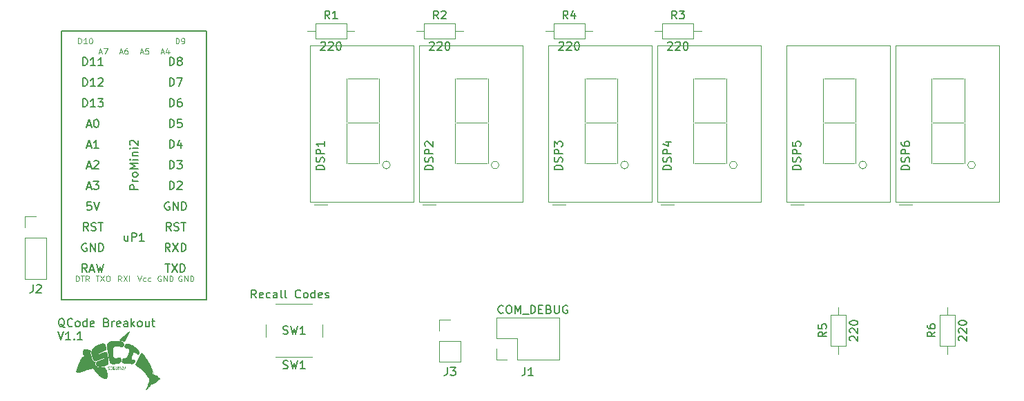
<source format=gbr>
%TF.GenerationSoftware,KiCad,Pcbnew,7.0.7*%
%TF.CreationDate,2023-10-01T13:20:48-05:00*%
%TF.ProjectId,Asus Qcode,41737573-2051-4636-9f64-652e6b696361,rev?*%
%TF.SameCoordinates,Original*%
%TF.FileFunction,Legend,Top*%
%TF.FilePolarity,Positive*%
%FSLAX46Y46*%
G04 Gerber Fmt 4.6, Leading zero omitted, Abs format (unit mm)*
G04 Created by KiCad (PCBNEW 7.0.7) date 2023-10-01 13:20:48*
%MOMM*%
%LPD*%
G01*
G04 APERTURE LIST*
%ADD10C,0.150000*%
%ADD11C,0.100000*%
%ADD12C,0.120000*%
%ADD13C,1.524000*%
%ADD14C,1.400000*%
%ADD15O,1.400000X1.400000*%
%ADD16R,1.600000X1.600000*%
%ADD17C,1.600000*%
%ADD18C,4.400000*%
%ADD19C,2.000000*%
%ADD20R,1.700000X1.700000*%
%ADD21O,1.700000X1.700000*%
G04 APERTURE END LIST*
D10*
X18783445Y-54235057D02*
X18688207Y-54187438D01*
X18688207Y-54187438D02*
X18592969Y-54092200D01*
X18592969Y-54092200D02*
X18450112Y-53949342D01*
X18450112Y-53949342D02*
X18354874Y-53901723D01*
X18354874Y-53901723D02*
X18259636Y-53901723D01*
X18307255Y-54139819D02*
X18212017Y-54092200D01*
X18212017Y-54092200D02*
X18116779Y-53996961D01*
X18116779Y-53996961D02*
X18069160Y-53806485D01*
X18069160Y-53806485D02*
X18069160Y-53473152D01*
X18069160Y-53473152D02*
X18116779Y-53282676D01*
X18116779Y-53282676D02*
X18212017Y-53187438D01*
X18212017Y-53187438D02*
X18307255Y-53139819D01*
X18307255Y-53139819D02*
X18497731Y-53139819D01*
X18497731Y-53139819D02*
X18592969Y-53187438D01*
X18592969Y-53187438D02*
X18688207Y-53282676D01*
X18688207Y-53282676D02*
X18735826Y-53473152D01*
X18735826Y-53473152D02*
X18735826Y-53806485D01*
X18735826Y-53806485D02*
X18688207Y-53996961D01*
X18688207Y-53996961D02*
X18592969Y-54092200D01*
X18592969Y-54092200D02*
X18497731Y-54139819D01*
X18497731Y-54139819D02*
X18307255Y-54139819D01*
X19735826Y-54044580D02*
X19688207Y-54092200D01*
X19688207Y-54092200D02*
X19545350Y-54139819D01*
X19545350Y-54139819D02*
X19450112Y-54139819D01*
X19450112Y-54139819D02*
X19307255Y-54092200D01*
X19307255Y-54092200D02*
X19212017Y-53996961D01*
X19212017Y-53996961D02*
X19164398Y-53901723D01*
X19164398Y-53901723D02*
X19116779Y-53711247D01*
X19116779Y-53711247D02*
X19116779Y-53568390D01*
X19116779Y-53568390D02*
X19164398Y-53377914D01*
X19164398Y-53377914D02*
X19212017Y-53282676D01*
X19212017Y-53282676D02*
X19307255Y-53187438D01*
X19307255Y-53187438D02*
X19450112Y-53139819D01*
X19450112Y-53139819D02*
X19545350Y-53139819D01*
X19545350Y-53139819D02*
X19688207Y-53187438D01*
X19688207Y-53187438D02*
X19735826Y-53235057D01*
X20307255Y-54139819D02*
X20212017Y-54092200D01*
X20212017Y-54092200D02*
X20164398Y-54044580D01*
X20164398Y-54044580D02*
X20116779Y-53949342D01*
X20116779Y-53949342D02*
X20116779Y-53663628D01*
X20116779Y-53663628D02*
X20164398Y-53568390D01*
X20164398Y-53568390D02*
X20212017Y-53520771D01*
X20212017Y-53520771D02*
X20307255Y-53473152D01*
X20307255Y-53473152D02*
X20450112Y-53473152D01*
X20450112Y-53473152D02*
X20545350Y-53520771D01*
X20545350Y-53520771D02*
X20592969Y-53568390D01*
X20592969Y-53568390D02*
X20640588Y-53663628D01*
X20640588Y-53663628D02*
X20640588Y-53949342D01*
X20640588Y-53949342D02*
X20592969Y-54044580D01*
X20592969Y-54044580D02*
X20545350Y-54092200D01*
X20545350Y-54092200D02*
X20450112Y-54139819D01*
X20450112Y-54139819D02*
X20307255Y-54139819D01*
X21497731Y-54139819D02*
X21497731Y-53139819D01*
X21497731Y-54092200D02*
X21402493Y-54139819D01*
X21402493Y-54139819D02*
X21212017Y-54139819D01*
X21212017Y-54139819D02*
X21116779Y-54092200D01*
X21116779Y-54092200D02*
X21069160Y-54044580D01*
X21069160Y-54044580D02*
X21021541Y-53949342D01*
X21021541Y-53949342D02*
X21021541Y-53663628D01*
X21021541Y-53663628D02*
X21069160Y-53568390D01*
X21069160Y-53568390D02*
X21116779Y-53520771D01*
X21116779Y-53520771D02*
X21212017Y-53473152D01*
X21212017Y-53473152D02*
X21402493Y-53473152D01*
X21402493Y-53473152D02*
X21497731Y-53520771D01*
X22354874Y-54092200D02*
X22259636Y-54139819D01*
X22259636Y-54139819D02*
X22069160Y-54139819D01*
X22069160Y-54139819D02*
X21973922Y-54092200D01*
X21973922Y-54092200D02*
X21926303Y-53996961D01*
X21926303Y-53996961D02*
X21926303Y-53616009D01*
X21926303Y-53616009D02*
X21973922Y-53520771D01*
X21973922Y-53520771D02*
X22069160Y-53473152D01*
X22069160Y-53473152D02*
X22259636Y-53473152D01*
X22259636Y-53473152D02*
X22354874Y-53520771D01*
X22354874Y-53520771D02*
X22402493Y-53616009D01*
X22402493Y-53616009D02*
X22402493Y-53711247D01*
X22402493Y-53711247D02*
X21926303Y-53806485D01*
X23926303Y-53616009D02*
X24069160Y-53663628D01*
X24069160Y-53663628D02*
X24116779Y-53711247D01*
X24116779Y-53711247D02*
X24164398Y-53806485D01*
X24164398Y-53806485D02*
X24164398Y-53949342D01*
X24164398Y-53949342D02*
X24116779Y-54044580D01*
X24116779Y-54044580D02*
X24069160Y-54092200D01*
X24069160Y-54092200D02*
X23973922Y-54139819D01*
X23973922Y-54139819D02*
X23592970Y-54139819D01*
X23592970Y-54139819D02*
X23592970Y-53139819D01*
X23592970Y-53139819D02*
X23926303Y-53139819D01*
X23926303Y-53139819D02*
X24021541Y-53187438D01*
X24021541Y-53187438D02*
X24069160Y-53235057D01*
X24069160Y-53235057D02*
X24116779Y-53330295D01*
X24116779Y-53330295D02*
X24116779Y-53425533D01*
X24116779Y-53425533D02*
X24069160Y-53520771D01*
X24069160Y-53520771D02*
X24021541Y-53568390D01*
X24021541Y-53568390D02*
X23926303Y-53616009D01*
X23926303Y-53616009D02*
X23592970Y-53616009D01*
X24592970Y-54139819D02*
X24592970Y-53473152D01*
X24592970Y-53663628D02*
X24640589Y-53568390D01*
X24640589Y-53568390D02*
X24688208Y-53520771D01*
X24688208Y-53520771D02*
X24783446Y-53473152D01*
X24783446Y-53473152D02*
X24878684Y-53473152D01*
X25592970Y-54092200D02*
X25497732Y-54139819D01*
X25497732Y-54139819D02*
X25307256Y-54139819D01*
X25307256Y-54139819D02*
X25212018Y-54092200D01*
X25212018Y-54092200D02*
X25164399Y-53996961D01*
X25164399Y-53996961D02*
X25164399Y-53616009D01*
X25164399Y-53616009D02*
X25212018Y-53520771D01*
X25212018Y-53520771D02*
X25307256Y-53473152D01*
X25307256Y-53473152D02*
X25497732Y-53473152D01*
X25497732Y-53473152D02*
X25592970Y-53520771D01*
X25592970Y-53520771D02*
X25640589Y-53616009D01*
X25640589Y-53616009D02*
X25640589Y-53711247D01*
X25640589Y-53711247D02*
X25164399Y-53806485D01*
X26497732Y-54139819D02*
X26497732Y-53616009D01*
X26497732Y-53616009D02*
X26450113Y-53520771D01*
X26450113Y-53520771D02*
X26354875Y-53473152D01*
X26354875Y-53473152D02*
X26164399Y-53473152D01*
X26164399Y-53473152D02*
X26069161Y-53520771D01*
X26497732Y-54092200D02*
X26402494Y-54139819D01*
X26402494Y-54139819D02*
X26164399Y-54139819D01*
X26164399Y-54139819D02*
X26069161Y-54092200D01*
X26069161Y-54092200D02*
X26021542Y-53996961D01*
X26021542Y-53996961D02*
X26021542Y-53901723D01*
X26021542Y-53901723D02*
X26069161Y-53806485D01*
X26069161Y-53806485D02*
X26164399Y-53758866D01*
X26164399Y-53758866D02*
X26402494Y-53758866D01*
X26402494Y-53758866D02*
X26497732Y-53711247D01*
X26973923Y-54139819D02*
X26973923Y-53139819D01*
X27069161Y-53758866D02*
X27354875Y-54139819D01*
X27354875Y-53473152D02*
X26973923Y-53854104D01*
X27926304Y-54139819D02*
X27831066Y-54092200D01*
X27831066Y-54092200D02*
X27783447Y-54044580D01*
X27783447Y-54044580D02*
X27735828Y-53949342D01*
X27735828Y-53949342D02*
X27735828Y-53663628D01*
X27735828Y-53663628D02*
X27783447Y-53568390D01*
X27783447Y-53568390D02*
X27831066Y-53520771D01*
X27831066Y-53520771D02*
X27926304Y-53473152D01*
X27926304Y-53473152D02*
X28069161Y-53473152D01*
X28069161Y-53473152D02*
X28164399Y-53520771D01*
X28164399Y-53520771D02*
X28212018Y-53568390D01*
X28212018Y-53568390D02*
X28259637Y-53663628D01*
X28259637Y-53663628D02*
X28259637Y-53949342D01*
X28259637Y-53949342D02*
X28212018Y-54044580D01*
X28212018Y-54044580D02*
X28164399Y-54092200D01*
X28164399Y-54092200D02*
X28069161Y-54139819D01*
X28069161Y-54139819D02*
X27926304Y-54139819D01*
X29116780Y-53473152D02*
X29116780Y-54139819D01*
X28688209Y-53473152D02*
X28688209Y-53996961D01*
X28688209Y-53996961D02*
X28735828Y-54092200D01*
X28735828Y-54092200D02*
X28831066Y-54139819D01*
X28831066Y-54139819D02*
X28973923Y-54139819D01*
X28973923Y-54139819D02*
X29069161Y-54092200D01*
X29069161Y-54092200D02*
X29116780Y-54044580D01*
X29450114Y-53473152D02*
X29831066Y-53473152D01*
X29592971Y-53139819D02*
X29592971Y-53996961D01*
X29592971Y-53996961D02*
X29640590Y-54092200D01*
X29640590Y-54092200D02*
X29735828Y-54139819D01*
X29735828Y-54139819D02*
X29831066Y-54139819D01*
X17973922Y-54749819D02*
X18307255Y-55749819D01*
X18307255Y-55749819D02*
X18640588Y-54749819D01*
X19497731Y-55749819D02*
X18926303Y-55749819D01*
X19212017Y-55749819D02*
X19212017Y-54749819D01*
X19212017Y-54749819D02*
X19116779Y-54892676D01*
X19116779Y-54892676D02*
X19021541Y-54987914D01*
X19021541Y-54987914D02*
X18926303Y-55035533D01*
X19926303Y-55654580D02*
X19973922Y-55702200D01*
X19973922Y-55702200D02*
X19926303Y-55749819D01*
X19926303Y-55749819D02*
X19878684Y-55702200D01*
X19878684Y-55702200D02*
X19926303Y-55654580D01*
X19926303Y-55654580D02*
X19926303Y-55749819D01*
X20926302Y-55749819D02*
X20354874Y-55749819D01*
X20640588Y-55749819D02*
X20640588Y-54749819D01*
X20640588Y-54749819D02*
X20545350Y-54892676D01*
X20545350Y-54892676D02*
X20450112Y-54987914D01*
X20450112Y-54987914D02*
X20354874Y-55035533D01*
X125534819Y-54776666D02*
X125058628Y-55109999D01*
X125534819Y-55348094D02*
X124534819Y-55348094D01*
X124534819Y-55348094D02*
X124534819Y-54967142D01*
X124534819Y-54967142D02*
X124582438Y-54871904D01*
X124582438Y-54871904D02*
X124630057Y-54824285D01*
X124630057Y-54824285D02*
X124725295Y-54776666D01*
X124725295Y-54776666D02*
X124868152Y-54776666D01*
X124868152Y-54776666D02*
X124963390Y-54824285D01*
X124963390Y-54824285D02*
X125011009Y-54871904D01*
X125011009Y-54871904D02*
X125058628Y-54967142D01*
X125058628Y-54967142D02*
X125058628Y-55348094D01*
X124534819Y-53919523D02*
X124534819Y-54109999D01*
X124534819Y-54109999D02*
X124582438Y-54205237D01*
X124582438Y-54205237D02*
X124630057Y-54252856D01*
X124630057Y-54252856D02*
X124772914Y-54348094D01*
X124772914Y-54348094D02*
X124963390Y-54395713D01*
X124963390Y-54395713D02*
X125344342Y-54395713D01*
X125344342Y-54395713D02*
X125439580Y-54348094D01*
X125439580Y-54348094D02*
X125487200Y-54300475D01*
X125487200Y-54300475D02*
X125534819Y-54205237D01*
X125534819Y-54205237D02*
X125534819Y-54014761D01*
X125534819Y-54014761D02*
X125487200Y-53919523D01*
X125487200Y-53919523D02*
X125439580Y-53871904D01*
X125439580Y-53871904D02*
X125344342Y-53824285D01*
X125344342Y-53824285D02*
X125106247Y-53824285D01*
X125106247Y-53824285D02*
X125011009Y-53871904D01*
X125011009Y-53871904D02*
X124963390Y-53919523D01*
X124963390Y-53919523D02*
X124915771Y-54014761D01*
X124915771Y-54014761D02*
X124915771Y-54205237D01*
X124915771Y-54205237D02*
X124963390Y-54300475D01*
X124963390Y-54300475D02*
X125011009Y-54348094D01*
X125011009Y-54348094D02*
X125106247Y-54395713D01*
X128470057Y-55848094D02*
X128422438Y-55800475D01*
X128422438Y-55800475D02*
X128374819Y-55705237D01*
X128374819Y-55705237D02*
X128374819Y-55467142D01*
X128374819Y-55467142D02*
X128422438Y-55371904D01*
X128422438Y-55371904D02*
X128470057Y-55324285D01*
X128470057Y-55324285D02*
X128565295Y-55276666D01*
X128565295Y-55276666D02*
X128660533Y-55276666D01*
X128660533Y-55276666D02*
X128803390Y-55324285D01*
X128803390Y-55324285D02*
X129374819Y-55895713D01*
X129374819Y-55895713D02*
X129374819Y-55276666D01*
X128470057Y-54895713D02*
X128422438Y-54848094D01*
X128422438Y-54848094D02*
X128374819Y-54752856D01*
X128374819Y-54752856D02*
X128374819Y-54514761D01*
X128374819Y-54514761D02*
X128422438Y-54419523D01*
X128422438Y-54419523D02*
X128470057Y-54371904D01*
X128470057Y-54371904D02*
X128565295Y-54324285D01*
X128565295Y-54324285D02*
X128660533Y-54324285D01*
X128660533Y-54324285D02*
X128803390Y-54371904D01*
X128803390Y-54371904D02*
X129374819Y-54943332D01*
X129374819Y-54943332D02*
X129374819Y-54324285D01*
X128374819Y-53705237D02*
X128374819Y-53609999D01*
X128374819Y-53609999D02*
X128422438Y-53514761D01*
X128422438Y-53514761D02*
X128470057Y-53467142D01*
X128470057Y-53467142D02*
X128565295Y-53419523D01*
X128565295Y-53419523D02*
X128755771Y-53371904D01*
X128755771Y-53371904D02*
X128993866Y-53371904D01*
X128993866Y-53371904D02*
X129184342Y-53419523D01*
X129184342Y-53419523D02*
X129279580Y-53467142D01*
X129279580Y-53467142D02*
X129327200Y-53514761D01*
X129327200Y-53514761D02*
X129374819Y-53609999D01*
X129374819Y-53609999D02*
X129374819Y-53705237D01*
X129374819Y-53705237D02*
X129327200Y-53800475D01*
X129327200Y-53800475D02*
X129279580Y-53848094D01*
X129279580Y-53848094D02*
X129184342Y-53895713D01*
X129184342Y-53895713D02*
X128993866Y-53943332D01*
X128993866Y-53943332D02*
X128755771Y-53943332D01*
X128755771Y-53943332D02*
X128565295Y-53895713D01*
X128565295Y-53895713D02*
X128470057Y-53848094D01*
X128470057Y-53848094D02*
X128422438Y-53800475D01*
X128422438Y-53800475D02*
X128374819Y-53705237D01*
X109039819Y-34856785D02*
X108039819Y-34856785D01*
X108039819Y-34856785D02*
X108039819Y-34618690D01*
X108039819Y-34618690D02*
X108087438Y-34475833D01*
X108087438Y-34475833D02*
X108182676Y-34380595D01*
X108182676Y-34380595D02*
X108277914Y-34332976D01*
X108277914Y-34332976D02*
X108468390Y-34285357D01*
X108468390Y-34285357D02*
X108611247Y-34285357D01*
X108611247Y-34285357D02*
X108801723Y-34332976D01*
X108801723Y-34332976D02*
X108896961Y-34380595D01*
X108896961Y-34380595D02*
X108992200Y-34475833D01*
X108992200Y-34475833D02*
X109039819Y-34618690D01*
X109039819Y-34618690D02*
X109039819Y-34856785D01*
X108992200Y-33904404D02*
X109039819Y-33761547D01*
X109039819Y-33761547D02*
X109039819Y-33523452D01*
X109039819Y-33523452D02*
X108992200Y-33428214D01*
X108992200Y-33428214D02*
X108944580Y-33380595D01*
X108944580Y-33380595D02*
X108849342Y-33332976D01*
X108849342Y-33332976D02*
X108754104Y-33332976D01*
X108754104Y-33332976D02*
X108658866Y-33380595D01*
X108658866Y-33380595D02*
X108611247Y-33428214D01*
X108611247Y-33428214D02*
X108563628Y-33523452D01*
X108563628Y-33523452D02*
X108516009Y-33713928D01*
X108516009Y-33713928D02*
X108468390Y-33809166D01*
X108468390Y-33809166D02*
X108420771Y-33856785D01*
X108420771Y-33856785D02*
X108325533Y-33904404D01*
X108325533Y-33904404D02*
X108230295Y-33904404D01*
X108230295Y-33904404D02*
X108135057Y-33856785D01*
X108135057Y-33856785D02*
X108087438Y-33809166D01*
X108087438Y-33809166D02*
X108039819Y-33713928D01*
X108039819Y-33713928D02*
X108039819Y-33475833D01*
X108039819Y-33475833D02*
X108087438Y-33332976D01*
X109039819Y-32904404D02*
X108039819Y-32904404D01*
X108039819Y-32904404D02*
X108039819Y-32523452D01*
X108039819Y-32523452D02*
X108087438Y-32428214D01*
X108087438Y-32428214D02*
X108135057Y-32380595D01*
X108135057Y-32380595D02*
X108230295Y-32332976D01*
X108230295Y-32332976D02*
X108373152Y-32332976D01*
X108373152Y-32332976D02*
X108468390Y-32380595D01*
X108468390Y-32380595D02*
X108516009Y-32428214D01*
X108516009Y-32428214D02*
X108563628Y-32523452D01*
X108563628Y-32523452D02*
X108563628Y-32904404D01*
X108039819Y-31428214D02*
X108039819Y-31904404D01*
X108039819Y-31904404D02*
X108516009Y-31952023D01*
X108516009Y-31952023D02*
X108468390Y-31904404D01*
X108468390Y-31904404D02*
X108420771Y-31809166D01*
X108420771Y-31809166D02*
X108420771Y-31571071D01*
X108420771Y-31571071D02*
X108468390Y-31475833D01*
X108468390Y-31475833D02*
X108516009Y-31428214D01*
X108516009Y-31428214D02*
X108611247Y-31380595D01*
X108611247Y-31380595D02*
X108849342Y-31380595D01*
X108849342Y-31380595D02*
X108944580Y-31428214D01*
X108944580Y-31428214D02*
X108992200Y-31475833D01*
X108992200Y-31475833D02*
X109039819Y-31571071D01*
X109039819Y-31571071D02*
X109039819Y-31809166D01*
X109039819Y-31809166D02*
X108992200Y-31904404D01*
X108992200Y-31904404D02*
X108944580Y-31952023D01*
X26543095Y-42968152D02*
X26543095Y-43634819D01*
X26114524Y-42968152D02*
X26114524Y-43491961D01*
X26114524Y-43491961D02*
X26162143Y-43587200D01*
X26162143Y-43587200D02*
X26257381Y-43634819D01*
X26257381Y-43634819D02*
X26400238Y-43634819D01*
X26400238Y-43634819D02*
X26495476Y-43587200D01*
X26495476Y-43587200D02*
X26543095Y-43539580D01*
X27019286Y-43634819D02*
X27019286Y-42634819D01*
X27019286Y-42634819D02*
X27400238Y-42634819D01*
X27400238Y-42634819D02*
X27495476Y-42682438D01*
X27495476Y-42682438D02*
X27543095Y-42730057D01*
X27543095Y-42730057D02*
X27590714Y-42825295D01*
X27590714Y-42825295D02*
X27590714Y-42968152D01*
X27590714Y-42968152D02*
X27543095Y-43063390D01*
X27543095Y-43063390D02*
X27495476Y-43111009D01*
X27495476Y-43111009D02*
X27400238Y-43158628D01*
X27400238Y-43158628D02*
X27019286Y-43158628D01*
X28543095Y-43634819D02*
X27971667Y-43634819D01*
X28257381Y-43634819D02*
X28257381Y-42634819D01*
X28257381Y-42634819D02*
X28162143Y-42777676D01*
X28162143Y-42777676D02*
X28066905Y-42872914D01*
X28066905Y-42872914D02*
X27971667Y-42920533D01*
X27759819Y-37289999D02*
X26759819Y-37289999D01*
X26759819Y-37289999D02*
X26759819Y-36909047D01*
X26759819Y-36909047D02*
X26807438Y-36813809D01*
X26807438Y-36813809D02*
X26855057Y-36766190D01*
X26855057Y-36766190D02*
X26950295Y-36718571D01*
X26950295Y-36718571D02*
X27093152Y-36718571D01*
X27093152Y-36718571D02*
X27188390Y-36766190D01*
X27188390Y-36766190D02*
X27236009Y-36813809D01*
X27236009Y-36813809D02*
X27283628Y-36909047D01*
X27283628Y-36909047D02*
X27283628Y-37289999D01*
X27759819Y-36289999D02*
X27093152Y-36289999D01*
X27283628Y-36289999D02*
X27188390Y-36242380D01*
X27188390Y-36242380D02*
X27140771Y-36194761D01*
X27140771Y-36194761D02*
X27093152Y-36099523D01*
X27093152Y-36099523D02*
X27093152Y-36004285D01*
X27759819Y-35528094D02*
X27712200Y-35623332D01*
X27712200Y-35623332D02*
X27664580Y-35670951D01*
X27664580Y-35670951D02*
X27569342Y-35718570D01*
X27569342Y-35718570D02*
X27283628Y-35718570D01*
X27283628Y-35718570D02*
X27188390Y-35670951D01*
X27188390Y-35670951D02*
X27140771Y-35623332D01*
X27140771Y-35623332D02*
X27093152Y-35528094D01*
X27093152Y-35528094D02*
X27093152Y-35385237D01*
X27093152Y-35385237D02*
X27140771Y-35289999D01*
X27140771Y-35289999D02*
X27188390Y-35242380D01*
X27188390Y-35242380D02*
X27283628Y-35194761D01*
X27283628Y-35194761D02*
X27569342Y-35194761D01*
X27569342Y-35194761D02*
X27664580Y-35242380D01*
X27664580Y-35242380D02*
X27712200Y-35289999D01*
X27712200Y-35289999D02*
X27759819Y-35385237D01*
X27759819Y-35385237D02*
X27759819Y-35528094D01*
X27759819Y-34766189D02*
X26759819Y-34766189D01*
X26759819Y-34766189D02*
X27474104Y-34432856D01*
X27474104Y-34432856D02*
X26759819Y-34099523D01*
X26759819Y-34099523D02*
X27759819Y-34099523D01*
X27759819Y-33623332D02*
X27093152Y-33623332D01*
X26759819Y-33623332D02*
X26807438Y-33670951D01*
X26807438Y-33670951D02*
X26855057Y-33623332D01*
X26855057Y-33623332D02*
X26807438Y-33575713D01*
X26807438Y-33575713D02*
X26759819Y-33623332D01*
X26759819Y-33623332D02*
X26855057Y-33623332D01*
X27093152Y-33147142D02*
X27759819Y-33147142D01*
X27188390Y-33147142D02*
X27140771Y-33099523D01*
X27140771Y-33099523D02*
X27093152Y-33004285D01*
X27093152Y-33004285D02*
X27093152Y-32861428D01*
X27093152Y-32861428D02*
X27140771Y-32766190D01*
X27140771Y-32766190D02*
X27236009Y-32718571D01*
X27236009Y-32718571D02*
X27759819Y-32718571D01*
X27759819Y-32242380D02*
X27093152Y-32242380D01*
X26759819Y-32242380D02*
X26807438Y-32289999D01*
X26807438Y-32289999D02*
X26855057Y-32242380D01*
X26855057Y-32242380D02*
X26807438Y-32194761D01*
X26807438Y-32194761D02*
X26759819Y-32242380D01*
X26759819Y-32242380D02*
X26855057Y-32242380D01*
X26855057Y-31813809D02*
X26807438Y-31766190D01*
X26807438Y-31766190D02*
X26759819Y-31670952D01*
X26759819Y-31670952D02*
X26759819Y-31432857D01*
X26759819Y-31432857D02*
X26807438Y-31337619D01*
X26807438Y-31337619D02*
X26855057Y-31290000D01*
X26855057Y-31290000D02*
X26950295Y-31242381D01*
X26950295Y-31242381D02*
X27045533Y-31242381D01*
X27045533Y-31242381D02*
X27188390Y-31290000D01*
X27188390Y-31290000D02*
X27759819Y-31861428D01*
X27759819Y-31861428D02*
X27759819Y-31242381D01*
X21010714Y-24584819D02*
X21010714Y-23584819D01*
X21010714Y-23584819D02*
X21248809Y-23584819D01*
X21248809Y-23584819D02*
X21391666Y-23632438D01*
X21391666Y-23632438D02*
X21486904Y-23727676D01*
X21486904Y-23727676D02*
X21534523Y-23822914D01*
X21534523Y-23822914D02*
X21582142Y-24013390D01*
X21582142Y-24013390D02*
X21582142Y-24156247D01*
X21582142Y-24156247D02*
X21534523Y-24346723D01*
X21534523Y-24346723D02*
X21486904Y-24441961D01*
X21486904Y-24441961D02*
X21391666Y-24537200D01*
X21391666Y-24537200D02*
X21248809Y-24584819D01*
X21248809Y-24584819D02*
X21010714Y-24584819D01*
X22534523Y-24584819D02*
X21963095Y-24584819D01*
X22248809Y-24584819D02*
X22248809Y-23584819D01*
X22248809Y-23584819D02*
X22153571Y-23727676D01*
X22153571Y-23727676D02*
X22058333Y-23822914D01*
X22058333Y-23822914D02*
X21963095Y-23870533D01*
X22915476Y-23680057D02*
X22963095Y-23632438D01*
X22963095Y-23632438D02*
X23058333Y-23584819D01*
X23058333Y-23584819D02*
X23296428Y-23584819D01*
X23296428Y-23584819D02*
X23391666Y-23632438D01*
X23391666Y-23632438D02*
X23439285Y-23680057D01*
X23439285Y-23680057D02*
X23486904Y-23775295D01*
X23486904Y-23775295D02*
X23486904Y-23870533D01*
X23486904Y-23870533D02*
X23439285Y-24013390D01*
X23439285Y-24013390D02*
X22867857Y-24584819D01*
X22867857Y-24584819D02*
X23486904Y-24584819D01*
X31718333Y-44904819D02*
X31385000Y-44428628D01*
X31146905Y-44904819D02*
X31146905Y-43904819D01*
X31146905Y-43904819D02*
X31527857Y-43904819D01*
X31527857Y-43904819D02*
X31623095Y-43952438D01*
X31623095Y-43952438D02*
X31670714Y-44000057D01*
X31670714Y-44000057D02*
X31718333Y-44095295D01*
X31718333Y-44095295D02*
X31718333Y-44238152D01*
X31718333Y-44238152D02*
X31670714Y-44333390D01*
X31670714Y-44333390D02*
X31623095Y-44381009D01*
X31623095Y-44381009D02*
X31527857Y-44428628D01*
X31527857Y-44428628D02*
X31146905Y-44428628D01*
X32051667Y-43904819D02*
X32718333Y-44904819D01*
X32718333Y-43904819D02*
X32051667Y-44904819D01*
X33099286Y-44904819D02*
X33099286Y-43904819D01*
X33099286Y-43904819D02*
X33337381Y-43904819D01*
X33337381Y-43904819D02*
X33480238Y-43952438D01*
X33480238Y-43952438D02*
X33575476Y-44047676D01*
X33575476Y-44047676D02*
X33623095Y-44142914D01*
X33623095Y-44142914D02*
X33670714Y-44333390D01*
X33670714Y-44333390D02*
X33670714Y-44476247D01*
X33670714Y-44476247D02*
X33623095Y-44666723D01*
X33623095Y-44666723D02*
X33575476Y-44761961D01*
X33575476Y-44761961D02*
X33480238Y-44857200D01*
X33480238Y-44857200D02*
X33337381Y-44904819D01*
X33337381Y-44904819D02*
X33099286Y-44904819D01*
X21510714Y-29379104D02*
X21986904Y-29379104D01*
X21415476Y-29664819D02*
X21748809Y-28664819D01*
X21748809Y-28664819D02*
X22082142Y-29664819D01*
X22605952Y-28664819D02*
X22701190Y-28664819D01*
X22701190Y-28664819D02*
X22796428Y-28712438D01*
X22796428Y-28712438D02*
X22844047Y-28760057D01*
X22844047Y-28760057D02*
X22891666Y-28855295D01*
X22891666Y-28855295D02*
X22939285Y-29045771D01*
X22939285Y-29045771D02*
X22939285Y-29283866D01*
X22939285Y-29283866D02*
X22891666Y-29474342D01*
X22891666Y-29474342D02*
X22844047Y-29569580D01*
X22844047Y-29569580D02*
X22796428Y-29617200D01*
X22796428Y-29617200D02*
X22701190Y-29664819D01*
X22701190Y-29664819D02*
X22605952Y-29664819D01*
X22605952Y-29664819D02*
X22510714Y-29617200D01*
X22510714Y-29617200D02*
X22463095Y-29569580D01*
X22463095Y-29569580D02*
X22415476Y-29474342D01*
X22415476Y-29474342D02*
X22367857Y-29283866D01*
X22367857Y-29283866D02*
X22367857Y-29045771D01*
X22367857Y-29045771D02*
X22415476Y-28855295D01*
X22415476Y-28855295D02*
X22463095Y-28760057D01*
X22463095Y-28760057D02*
X22510714Y-28712438D01*
X22510714Y-28712438D02*
X22605952Y-28664819D01*
D11*
X27741666Y-47878633D02*
X27975000Y-48578633D01*
X27975000Y-48578633D02*
X28208333Y-47878633D01*
X28741666Y-48545300D02*
X28675000Y-48578633D01*
X28675000Y-48578633D02*
X28541666Y-48578633D01*
X28541666Y-48578633D02*
X28475000Y-48545300D01*
X28475000Y-48545300D02*
X28441666Y-48511966D01*
X28441666Y-48511966D02*
X28408333Y-48445300D01*
X28408333Y-48445300D02*
X28408333Y-48245300D01*
X28408333Y-48245300D02*
X28441666Y-48178633D01*
X28441666Y-48178633D02*
X28475000Y-48145300D01*
X28475000Y-48145300D02*
X28541666Y-48111966D01*
X28541666Y-48111966D02*
X28675000Y-48111966D01*
X28675000Y-48111966D02*
X28741666Y-48145300D01*
X29341666Y-48545300D02*
X29275000Y-48578633D01*
X29275000Y-48578633D02*
X29141666Y-48578633D01*
X29141666Y-48578633D02*
X29075000Y-48545300D01*
X29075000Y-48545300D02*
X29041666Y-48511966D01*
X29041666Y-48511966D02*
X29008333Y-48445300D01*
X29008333Y-48445300D02*
X29008333Y-48245300D01*
X29008333Y-48245300D02*
X29041666Y-48178633D01*
X29041666Y-48178633D02*
X29075000Y-48145300D01*
X29075000Y-48145300D02*
X29141666Y-48111966D01*
X29141666Y-48111966D02*
X29275000Y-48111966D01*
X29275000Y-48111966D02*
X29341666Y-48145300D01*
X33121667Y-47911966D02*
X33055000Y-47878633D01*
X33055000Y-47878633D02*
X32955000Y-47878633D01*
X32955000Y-47878633D02*
X32855000Y-47911966D01*
X32855000Y-47911966D02*
X32788334Y-47978633D01*
X32788334Y-47978633D02*
X32755000Y-48045300D01*
X32755000Y-48045300D02*
X32721667Y-48178633D01*
X32721667Y-48178633D02*
X32721667Y-48278633D01*
X32721667Y-48278633D02*
X32755000Y-48411966D01*
X32755000Y-48411966D02*
X32788334Y-48478633D01*
X32788334Y-48478633D02*
X32855000Y-48545300D01*
X32855000Y-48545300D02*
X32955000Y-48578633D01*
X32955000Y-48578633D02*
X33021667Y-48578633D01*
X33021667Y-48578633D02*
X33121667Y-48545300D01*
X33121667Y-48545300D02*
X33155000Y-48511966D01*
X33155000Y-48511966D02*
X33155000Y-48278633D01*
X33155000Y-48278633D02*
X33021667Y-48278633D01*
X33455000Y-48578633D02*
X33455000Y-47878633D01*
X33455000Y-47878633D02*
X33855000Y-48578633D01*
X33855000Y-48578633D02*
X33855000Y-47878633D01*
X34188333Y-48578633D02*
X34188333Y-47878633D01*
X34188333Y-47878633D02*
X34355000Y-47878633D01*
X34355000Y-47878633D02*
X34455000Y-47911966D01*
X34455000Y-47911966D02*
X34521667Y-47978633D01*
X34521667Y-47978633D02*
X34555000Y-48045300D01*
X34555000Y-48045300D02*
X34588333Y-48178633D01*
X34588333Y-48178633D02*
X34588333Y-48278633D01*
X34588333Y-48278633D02*
X34555000Y-48411966D01*
X34555000Y-48411966D02*
X34521667Y-48478633D01*
X34521667Y-48478633D02*
X34455000Y-48545300D01*
X34455000Y-48545300D02*
X34355000Y-48578633D01*
X34355000Y-48578633D02*
X34188333Y-48578633D01*
D10*
X31837380Y-42364819D02*
X31504047Y-41888628D01*
X31265952Y-42364819D02*
X31265952Y-41364819D01*
X31265952Y-41364819D02*
X31646904Y-41364819D01*
X31646904Y-41364819D02*
X31742142Y-41412438D01*
X31742142Y-41412438D02*
X31789761Y-41460057D01*
X31789761Y-41460057D02*
X31837380Y-41555295D01*
X31837380Y-41555295D02*
X31837380Y-41698152D01*
X31837380Y-41698152D02*
X31789761Y-41793390D01*
X31789761Y-41793390D02*
X31742142Y-41841009D01*
X31742142Y-41841009D02*
X31646904Y-41888628D01*
X31646904Y-41888628D02*
X31265952Y-41888628D01*
X32218333Y-42317200D02*
X32361190Y-42364819D01*
X32361190Y-42364819D02*
X32599285Y-42364819D01*
X32599285Y-42364819D02*
X32694523Y-42317200D01*
X32694523Y-42317200D02*
X32742142Y-42269580D01*
X32742142Y-42269580D02*
X32789761Y-42174342D01*
X32789761Y-42174342D02*
X32789761Y-42079104D01*
X32789761Y-42079104D02*
X32742142Y-41983866D01*
X32742142Y-41983866D02*
X32694523Y-41936247D01*
X32694523Y-41936247D02*
X32599285Y-41888628D01*
X32599285Y-41888628D02*
X32408809Y-41841009D01*
X32408809Y-41841009D02*
X32313571Y-41793390D01*
X32313571Y-41793390D02*
X32265952Y-41745771D01*
X32265952Y-41745771D02*
X32218333Y-41650533D01*
X32218333Y-41650533D02*
X32218333Y-41555295D01*
X32218333Y-41555295D02*
X32265952Y-41460057D01*
X32265952Y-41460057D02*
X32313571Y-41412438D01*
X32313571Y-41412438D02*
X32408809Y-41364819D01*
X32408809Y-41364819D02*
X32646904Y-41364819D01*
X32646904Y-41364819D02*
X32789761Y-41412438D01*
X33075476Y-41364819D02*
X33646904Y-41364819D01*
X33361190Y-42364819D02*
X33361190Y-41364819D01*
X31646905Y-29664819D02*
X31646905Y-28664819D01*
X31646905Y-28664819D02*
X31885000Y-28664819D01*
X31885000Y-28664819D02*
X32027857Y-28712438D01*
X32027857Y-28712438D02*
X32123095Y-28807676D01*
X32123095Y-28807676D02*
X32170714Y-28902914D01*
X32170714Y-28902914D02*
X32218333Y-29093390D01*
X32218333Y-29093390D02*
X32218333Y-29236247D01*
X32218333Y-29236247D02*
X32170714Y-29426723D01*
X32170714Y-29426723D02*
X32123095Y-29521961D01*
X32123095Y-29521961D02*
X32027857Y-29617200D01*
X32027857Y-29617200D02*
X31885000Y-29664819D01*
X31885000Y-29664819D02*
X31646905Y-29664819D01*
X33123095Y-28664819D02*
X32646905Y-28664819D01*
X32646905Y-28664819D02*
X32599286Y-29141009D01*
X32599286Y-29141009D02*
X32646905Y-29093390D01*
X32646905Y-29093390D02*
X32742143Y-29045771D01*
X32742143Y-29045771D02*
X32980238Y-29045771D01*
X32980238Y-29045771D02*
X33075476Y-29093390D01*
X33075476Y-29093390D02*
X33123095Y-29141009D01*
X33123095Y-29141009D02*
X33170714Y-29236247D01*
X33170714Y-29236247D02*
X33170714Y-29474342D01*
X33170714Y-29474342D02*
X33123095Y-29569580D01*
X33123095Y-29569580D02*
X33075476Y-29617200D01*
X33075476Y-29617200D02*
X32980238Y-29664819D01*
X32980238Y-29664819D02*
X32742143Y-29664819D01*
X32742143Y-29664819D02*
X32646905Y-29617200D01*
X32646905Y-29617200D02*
X32599286Y-29569580D01*
X21534523Y-47444819D02*
X21201190Y-46968628D01*
X20963095Y-47444819D02*
X20963095Y-46444819D01*
X20963095Y-46444819D02*
X21344047Y-46444819D01*
X21344047Y-46444819D02*
X21439285Y-46492438D01*
X21439285Y-46492438D02*
X21486904Y-46540057D01*
X21486904Y-46540057D02*
X21534523Y-46635295D01*
X21534523Y-46635295D02*
X21534523Y-46778152D01*
X21534523Y-46778152D02*
X21486904Y-46873390D01*
X21486904Y-46873390D02*
X21439285Y-46921009D01*
X21439285Y-46921009D02*
X21344047Y-46968628D01*
X21344047Y-46968628D02*
X20963095Y-46968628D01*
X21915476Y-47159104D02*
X22391666Y-47159104D01*
X21820238Y-47444819D02*
X22153571Y-46444819D01*
X22153571Y-46444819D02*
X22486904Y-47444819D01*
X22725000Y-46444819D02*
X22963095Y-47444819D01*
X22963095Y-47444819D02*
X23153571Y-46730533D01*
X23153571Y-46730533D02*
X23344047Y-47444819D01*
X23344047Y-47444819D02*
X23582143Y-46444819D01*
D11*
X20155000Y-48578633D02*
X20155000Y-47878633D01*
X20155000Y-47878633D02*
X20321667Y-47878633D01*
X20321667Y-47878633D02*
X20421667Y-47911966D01*
X20421667Y-47911966D02*
X20488334Y-47978633D01*
X20488334Y-47978633D02*
X20521667Y-48045300D01*
X20521667Y-48045300D02*
X20555000Y-48178633D01*
X20555000Y-48178633D02*
X20555000Y-48278633D01*
X20555000Y-48278633D02*
X20521667Y-48411966D01*
X20521667Y-48411966D02*
X20488334Y-48478633D01*
X20488334Y-48478633D02*
X20421667Y-48545300D01*
X20421667Y-48545300D02*
X20321667Y-48578633D01*
X20321667Y-48578633D02*
X20155000Y-48578633D01*
X20755000Y-47878633D02*
X21155000Y-47878633D01*
X20955000Y-48578633D02*
X20955000Y-47878633D01*
X21788333Y-48578633D02*
X21555000Y-48245300D01*
X21388333Y-48578633D02*
X21388333Y-47878633D01*
X21388333Y-47878633D02*
X21655000Y-47878633D01*
X21655000Y-47878633D02*
X21721667Y-47911966D01*
X21721667Y-47911966D02*
X21755000Y-47945300D01*
X21755000Y-47945300D02*
X21788333Y-48011966D01*
X21788333Y-48011966D02*
X21788333Y-48111966D01*
X21788333Y-48111966D02*
X21755000Y-48178633D01*
X21755000Y-48178633D02*
X21721667Y-48211966D01*
X21721667Y-48211966D02*
X21655000Y-48245300D01*
X21655000Y-48245300D02*
X21388333Y-48245300D01*
D10*
X21010714Y-22044819D02*
X21010714Y-21044819D01*
X21010714Y-21044819D02*
X21248809Y-21044819D01*
X21248809Y-21044819D02*
X21391666Y-21092438D01*
X21391666Y-21092438D02*
X21486904Y-21187676D01*
X21486904Y-21187676D02*
X21534523Y-21282914D01*
X21534523Y-21282914D02*
X21582142Y-21473390D01*
X21582142Y-21473390D02*
X21582142Y-21616247D01*
X21582142Y-21616247D02*
X21534523Y-21806723D01*
X21534523Y-21806723D02*
X21486904Y-21901961D01*
X21486904Y-21901961D02*
X21391666Y-21997200D01*
X21391666Y-21997200D02*
X21248809Y-22044819D01*
X21248809Y-22044819D02*
X21010714Y-22044819D01*
X22534523Y-22044819D02*
X21963095Y-22044819D01*
X22248809Y-22044819D02*
X22248809Y-21044819D01*
X22248809Y-21044819D02*
X22153571Y-21187676D01*
X22153571Y-21187676D02*
X22058333Y-21282914D01*
X22058333Y-21282914D02*
X21963095Y-21330533D01*
X23486904Y-22044819D02*
X22915476Y-22044819D01*
X23201190Y-22044819D02*
X23201190Y-21044819D01*
X23201190Y-21044819D02*
X23105952Y-21187676D01*
X23105952Y-21187676D02*
X23010714Y-21282914D01*
X23010714Y-21282914D02*
X22915476Y-21330533D01*
D11*
X22595000Y-47878633D02*
X22995000Y-47878633D01*
X22795000Y-48578633D02*
X22795000Y-47878633D01*
X23161667Y-47878633D02*
X23628333Y-48578633D01*
X23628333Y-47878633D02*
X23161667Y-48578633D01*
X24028334Y-47878633D02*
X24161667Y-47878633D01*
X24161667Y-47878633D02*
X24228334Y-47911966D01*
X24228334Y-47911966D02*
X24295000Y-47978633D01*
X24295000Y-47978633D02*
X24328334Y-48111966D01*
X24328334Y-48111966D02*
X24328334Y-48345300D01*
X24328334Y-48345300D02*
X24295000Y-48478633D01*
X24295000Y-48478633D02*
X24228334Y-48545300D01*
X24228334Y-48545300D02*
X24161667Y-48578633D01*
X24161667Y-48578633D02*
X24028334Y-48578633D01*
X24028334Y-48578633D02*
X23961667Y-48545300D01*
X23961667Y-48545300D02*
X23895000Y-48478633D01*
X23895000Y-48478633D02*
X23861667Y-48345300D01*
X23861667Y-48345300D02*
X23861667Y-48111966D01*
X23861667Y-48111966D02*
X23895000Y-47978633D01*
X23895000Y-47978633D02*
X23961667Y-47911966D01*
X23961667Y-47911966D02*
X24028334Y-47878633D01*
X30615000Y-20438633D02*
X30948333Y-20438633D01*
X30548333Y-20638633D02*
X30781667Y-19938633D01*
X30781667Y-19938633D02*
X31015000Y-20638633D01*
X31548333Y-20171966D02*
X31548333Y-20638633D01*
X31381667Y-19905300D02*
X31215000Y-20405300D01*
X31215000Y-20405300D02*
X31648333Y-20405300D01*
X32408333Y-19368633D02*
X32408333Y-18668633D01*
X32408333Y-18668633D02*
X32575000Y-18668633D01*
X32575000Y-18668633D02*
X32675000Y-18701966D01*
X32675000Y-18701966D02*
X32741667Y-18768633D01*
X32741667Y-18768633D02*
X32775000Y-18835300D01*
X32775000Y-18835300D02*
X32808333Y-18968633D01*
X32808333Y-18968633D02*
X32808333Y-19068633D01*
X32808333Y-19068633D02*
X32775000Y-19201966D01*
X32775000Y-19201966D02*
X32741667Y-19268633D01*
X32741667Y-19268633D02*
X32675000Y-19335300D01*
X32675000Y-19335300D02*
X32575000Y-19368633D01*
X32575000Y-19368633D02*
X32408333Y-19368633D01*
X33141667Y-19368633D02*
X33275000Y-19368633D01*
X33275000Y-19368633D02*
X33341667Y-19335300D01*
X33341667Y-19335300D02*
X33375000Y-19301966D01*
X33375000Y-19301966D02*
X33441667Y-19201966D01*
X33441667Y-19201966D02*
X33475000Y-19068633D01*
X33475000Y-19068633D02*
X33475000Y-18801966D01*
X33475000Y-18801966D02*
X33441667Y-18735300D01*
X33441667Y-18735300D02*
X33408333Y-18701966D01*
X33408333Y-18701966D02*
X33341667Y-18668633D01*
X33341667Y-18668633D02*
X33208333Y-18668633D01*
X33208333Y-18668633D02*
X33141667Y-18701966D01*
X33141667Y-18701966D02*
X33108333Y-18735300D01*
X33108333Y-18735300D02*
X33075000Y-18801966D01*
X33075000Y-18801966D02*
X33075000Y-18968633D01*
X33075000Y-18968633D02*
X33108333Y-19035300D01*
X33108333Y-19035300D02*
X33141667Y-19068633D01*
X33141667Y-19068633D02*
X33208333Y-19101966D01*
X33208333Y-19101966D02*
X33341667Y-19101966D01*
X33341667Y-19101966D02*
X33408333Y-19068633D01*
X33408333Y-19068633D02*
X33441667Y-19035300D01*
X33441667Y-19035300D02*
X33475000Y-18968633D01*
D10*
X22034523Y-38824819D02*
X21558333Y-38824819D01*
X21558333Y-38824819D02*
X21510714Y-39301009D01*
X21510714Y-39301009D02*
X21558333Y-39253390D01*
X21558333Y-39253390D02*
X21653571Y-39205771D01*
X21653571Y-39205771D02*
X21891666Y-39205771D01*
X21891666Y-39205771D02*
X21986904Y-39253390D01*
X21986904Y-39253390D02*
X22034523Y-39301009D01*
X22034523Y-39301009D02*
X22082142Y-39396247D01*
X22082142Y-39396247D02*
X22082142Y-39634342D01*
X22082142Y-39634342D02*
X22034523Y-39729580D01*
X22034523Y-39729580D02*
X21986904Y-39777200D01*
X21986904Y-39777200D02*
X21891666Y-39824819D01*
X21891666Y-39824819D02*
X21653571Y-39824819D01*
X21653571Y-39824819D02*
X21558333Y-39777200D01*
X21558333Y-39777200D02*
X21510714Y-39729580D01*
X22367857Y-38824819D02*
X22701190Y-39824819D01*
X22701190Y-39824819D02*
X23034523Y-38824819D01*
X31646905Y-32204819D02*
X31646905Y-31204819D01*
X31646905Y-31204819D02*
X31885000Y-31204819D01*
X31885000Y-31204819D02*
X32027857Y-31252438D01*
X32027857Y-31252438D02*
X32123095Y-31347676D01*
X32123095Y-31347676D02*
X32170714Y-31442914D01*
X32170714Y-31442914D02*
X32218333Y-31633390D01*
X32218333Y-31633390D02*
X32218333Y-31776247D01*
X32218333Y-31776247D02*
X32170714Y-31966723D01*
X32170714Y-31966723D02*
X32123095Y-32061961D01*
X32123095Y-32061961D02*
X32027857Y-32157200D01*
X32027857Y-32157200D02*
X31885000Y-32204819D01*
X31885000Y-32204819D02*
X31646905Y-32204819D01*
X33075476Y-31538152D02*
X33075476Y-32204819D01*
X32837381Y-31157200D02*
X32599286Y-31871485D01*
X32599286Y-31871485D02*
X33218333Y-31871485D01*
X31646905Y-37284819D02*
X31646905Y-36284819D01*
X31646905Y-36284819D02*
X31885000Y-36284819D01*
X31885000Y-36284819D02*
X32027857Y-36332438D01*
X32027857Y-36332438D02*
X32123095Y-36427676D01*
X32123095Y-36427676D02*
X32170714Y-36522914D01*
X32170714Y-36522914D02*
X32218333Y-36713390D01*
X32218333Y-36713390D02*
X32218333Y-36856247D01*
X32218333Y-36856247D02*
X32170714Y-37046723D01*
X32170714Y-37046723D02*
X32123095Y-37141961D01*
X32123095Y-37141961D02*
X32027857Y-37237200D01*
X32027857Y-37237200D02*
X31885000Y-37284819D01*
X31885000Y-37284819D02*
X31646905Y-37284819D01*
X32599286Y-36380057D02*
X32646905Y-36332438D01*
X32646905Y-36332438D02*
X32742143Y-36284819D01*
X32742143Y-36284819D02*
X32980238Y-36284819D01*
X32980238Y-36284819D02*
X33075476Y-36332438D01*
X33075476Y-36332438D02*
X33123095Y-36380057D01*
X33123095Y-36380057D02*
X33170714Y-36475295D01*
X33170714Y-36475295D02*
X33170714Y-36570533D01*
X33170714Y-36570533D02*
X33123095Y-36713390D01*
X33123095Y-36713390D02*
X32551667Y-37284819D01*
X32551667Y-37284819D02*
X33170714Y-37284819D01*
X31646905Y-34744819D02*
X31646905Y-33744819D01*
X31646905Y-33744819D02*
X31885000Y-33744819D01*
X31885000Y-33744819D02*
X32027857Y-33792438D01*
X32027857Y-33792438D02*
X32123095Y-33887676D01*
X32123095Y-33887676D02*
X32170714Y-33982914D01*
X32170714Y-33982914D02*
X32218333Y-34173390D01*
X32218333Y-34173390D02*
X32218333Y-34316247D01*
X32218333Y-34316247D02*
X32170714Y-34506723D01*
X32170714Y-34506723D02*
X32123095Y-34601961D01*
X32123095Y-34601961D02*
X32027857Y-34697200D01*
X32027857Y-34697200D02*
X31885000Y-34744819D01*
X31885000Y-34744819D02*
X31646905Y-34744819D01*
X32551667Y-33744819D02*
X33170714Y-33744819D01*
X33170714Y-33744819D02*
X32837381Y-34125771D01*
X32837381Y-34125771D02*
X32980238Y-34125771D01*
X32980238Y-34125771D02*
X33075476Y-34173390D01*
X33075476Y-34173390D02*
X33123095Y-34221009D01*
X33123095Y-34221009D02*
X33170714Y-34316247D01*
X33170714Y-34316247D02*
X33170714Y-34554342D01*
X33170714Y-34554342D02*
X33123095Y-34649580D01*
X33123095Y-34649580D02*
X33075476Y-34697200D01*
X33075476Y-34697200D02*
X32980238Y-34744819D01*
X32980238Y-34744819D02*
X32694524Y-34744819D01*
X32694524Y-34744819D02*
X32599286Y-34697200D01*
X32599286Y-34697200D02*
X32551667Y-34649580D01*
X31646905Y-22044819D02*
X31646905Y-21044819D01*
X31646905Y-21044819D02*
X31885000Y-21044819D01*
X31885000Y-21044819D02*
X32027857Y-21092438D01*
X32027857Y-21092438D02*
X32123095Y-21187676D01*
X32123095Y-21187676D02*
X32170714Y-21282914D01*
X32170714Y-21282914D02*
X32218333Y-21473390D01*
X32218333Y-21473390D02*
X32218333Y-21616247D01*
X32218333Y-21616247D02*
X32170714Y-21806723D01*
X32170714Y-21806723D02*
X32123095Y-21901961D01*
X32123095Y-21901961D02*
X32027857Y-21997200D01*
X32027857Y-21997200D02*
X31885000Y-22044819D01*
X31885000Y-22044819D02*
X31646905Y-22044819D01*
X32789762Y-21473390D02*
X32694524Y-21425771D01*
X32694524Y-21425771D02*
X32646905Y-21378152D01*
X32646905Y-21378152D02*
X32599286Y-21282914D01*
X32599286Y-21282914D02*
X32599286Y-21235295D01*
X32599286Y-21235295D02*
X32646905Y-21140057D01*
X32646905Y-21140057D02*
X32694524Y-21092438D01*
X32694524Y-21092438D02*
X32789762Y-21044819D01*
X32789762Y-21044819D02*
X32980238Y-21044819D01*
X32980238Y-21044819D02*
X33075476Y-21092438D01*
X33075476Y-21092438D02*
X33123095Y-21140057D01*
X33123095Y-21140057D02*
X33170714Y-21235295D01*
X33170714Y-21235295D02*
X33170714Y-21282914D01*
X33170714Y-21282914D02*
X33123095Y-21378152D01*
X33123095Y-21378152D02*
X33075476Y-21425771D01*
X33075476Y-21425771D02*
X32980238Y-21473390D01*
X32980238Y-21473390D02*
X32789762Y-21473390D01*
X32789762Y-21473390D02*
X32694524Y-21521009D01*
X32694524Y-21521009D02*
X32646905Y-21568628D01*
X32646905Y-21568628D02*
X32599286Y-21663866D01*
X32599286Y-21663866D02*
X32599286Y-21854342D01*
X32599286Y-21854342D02*
X32646905Y-21949580D01*
X32646905Y-21949580D02*
X32694524Y-21997200D01*
X32694524Y-21997200D02*
X32789762Y-22044819D01*
X32789762Y-22044819D02*
X32980238Y-22044819D01*
X32980238Y-22044819D02*
X33075476Y-21997200D01*
X33075476Y-21997200D02*
X33123095Y-21949580D01*
X33123095Y-21949580D02*
X33170714Y-21854342D01*
X33170714Y-21854342D02*
X33170714Y-21663866D01*
X33170714Y-21663866D02*
X33123095Y-21568628D01*
X33123095Y-21568628D02*
X33075476Y-21521009D01*
X33075476Y-21521009D02*
X32980238Y-21473390D01*
X21010714Y-27124819D02*
X21010714Y-26124819D01*
X21010714Y-26124819D02*
X21248809Y-26124819D01*
X21248809Y-26124819D02*
X21391666Y-26172438D01*
X21391666Y-26172438D02*
X21486904Y-26267676D01*
X21486904Y-26267676D02*
X21534523Y-26362914D01*
X21534523Y-26362914D02*
X21582142Y-26553390D01*
X21582142Y-26553390D02*
X21582142Y-26696247D01*
X21582142Y-26696247D02*
X21534523Y-26886723D01*
X21534523Y-26886723D02*
X21486904Y-26981961D01*
X21486904Y-26981961D02*
X21391666Y-27077200D01*
X21391666Y-27077200D02*
X21248809Y-27124819D01*
X21248809Y-27124819D02*
X21010714Y-27124819D01*
X22534523Y-27124819D02*
X21963095Y-27124819D01*
X22248809Y-27124819D02*
X22248809Y-26124819D01*
X22248809Y-26124819D02*
X22153571Y-26267676D01*
X22153571Y-26267676D02*
X22058333Y-26362914D01*
X22058333Y-26362914D02*
X21963095Y-26410533D01*
X22867857Y-26124819D02*
X23486904Y-26124819D01*
X23486904Y-26124819D02*
X23153571Y-26505771D01*
X23153571Y-26505771D02*
X23296428Y-26505771D01*
X23296428Y-26505771D02*
X23391666Y-26553390D01*
X23391666Y-26553390D02*
X23439285Y-26601009D01*
X23439285Y-26601009D02*
X23486904Y-26696247D01*
X23486904Y-26696247D02*
X23486904Y-26934342D01*
X23486904Y-26934342D02*
X23439285Y-27029580D01*
X23439285Y-27029580D02*
X23391666Y-27077200D01*
X23391666Y-27077200D02*
X23296428Y-27124819D01*
X23296428Y-27124819D02*
X23010714Y-27124819D01*
X23010714Y-27124819D02*
X22915476Y-27077200D01*
X22915476Y-27077200D02*
X22867857Y-27029580D01*
D11*
X25751666Y-48578633D02*
X25518333Y-48245300D01*
X25351666Y-48578633D02*
X25351666Y-47878633D01*
X25351666Y-47878633D02*
X25618333Y-47878633D01*
X25618333Y-47878633D02*
X25685000Y-47911966D01*
X25685000Y-47911966D02*
X25718333Y-47945300D01*
X25718333Y-47945300D02*
X25751666Y-48011966D01*
X25751666Y-48011966D02*
X25751666Y-48111966D01*
X25751666Y-48111966D02*
X25718333Y-48178633D01*
X25718333Y-48178633D02*
X25685000Y-48211966D01*
X25685000Y-48211966D02*
X25618333Y-48245300D01*
X25618333Y-48245300D02*
X25351666Y-48245300D01*
X25985000Y-47878633D02*
X26451666Y-48578633D01*
X26451666Y-47878633D02*
X25985000Y-48578633D01*
X26718333Y-48578633D02*
X26718333Y-47878633D01*
D10*
X21510714Y-31919104D02*
X21986904Y-31919104D01*
X21415476Y-32204819D02*
X21748809Y-31204819D01*
X21748809Y-31204819D02*
X22082142Y-32204819D01*
X22939285Y-32204819D02*
X22367857Y-32204819D01*
X22653571Y-32204819D02*
X22653571Y-31204819D01*
X22653571Y-31204819D02*
X22558333Y-31347676D01*
X22558333Y-31347676D02*
X22463095Y-31442914D01*
X22463095Y-31442914D02*
X22367857Y-31490533D01*
X31646905Y-24584819D02*
X31646905Y-23584819D01*
X31646905Y-23584819D02*
X31885000Y-23584819D01*
X31885000Y-23584819D02*
X32027857Y-23632438D01*
X32027857Y-23632438D02*
X32123095Y-23727676D01*
X32123095Y-23727676D02*
X32170714Y-23822914D01*
X32170714Y-23822914D02*
X32218333Y-24013390D01*
X32218333Y-24013390D02*
X32218333Y-24156247D01*
X32218333Y-24156247D02*
X32170714Y-24346723D01*
X32170714Y-24346723D02*
X32123095Y-24441961D01*
X32123095Y-24441961D02*
X32027857Y-24537200D01*
X32027857Y-24537200D02*
X31885000Y-24584819D01*
X31885000Y-24584819D02*
X31646905Y-24584819D01*
X32551667Y-23584819D02*
X33218333Y-23584819D01*
X33218333Y-23584819D02*
X32789762Y-24584819D01*
X21510714Y-36999104D02*
X21986904Y-36999104D01*
X21415476Y-37284819D02*
X21748809Y-36284819D01*
X21748809Y-36284819D02*
X22082142Y-37284819D01*
X22320238Y-36284819D02*
X22939285Y-36284819D01*
X22939285Y-36284819D02*
X22605952Y-36665771D01*
X22605952Y-36665771D02*
X22748809Y-36665771D01*
X22748809Y-36665771D02*
X22844047Y-36713390D01*
X22844047Y-36713390D02*
X22891666Y-36761009D01*
X22891666Y-36761009D02*
X22939285Y-36856247D01*
X22939285Y-36856247D02*
X22939285Y-37094342D01*
X22939285Y-37094342D02*
X22891666Y-37189580D01*
X22891666Y-37189580D02*
X22844047Y-37237200D01*
X22844047Y-37237200D02*
X22748809Y-37284819D01*
X22748809Y-37284819D02*
X22463095Y-37284819D01*
X22463095Y-37284819D02*
X22367857Y-37237200D01*
X22367857Y-37237200D02*
X22320238Y-37189580D01*
X21463095Y-43952438D02*
X21367857Y-43904819D01*
X21367857Y-43904819D02*
X21225000Y-43904819D01*
X21225000Y-43904819D02*
X21082143Y-43952438D01*
X21082143Y-43952438D02*
X20986905Y-44047676D01*
X20986905Y-44047676D02*
X20939286Y-44142914D01*
X20939286Y-44142914D02*
X20891667Y-44333390D01*
X20891667Y-44333390D02*
X20891667Y-44476247D01*
X20891667Y-44476247D02*
X20939286Y-44666723D01*
X20939286Y-44666723D02*
X20986905Y-44761961D01*
X20986905Y-44761961D02*
X21082143Y-44857200D01*
X21082143Y-44857200D02*
X21225000Y-44904819D01*
X21225000Y-44904819D02*
X21320238Y-44904819D01*
X21320238Y-44904819D02*
X21463095Y-44857200D01*
X21463095Y-44857200D02*
X21510714Y-44809580D01*
X21510714Y-44809580D02*
X21510714Y-44476247D01*
X21510714Y-44476247D02*
X21320238Y-44476247D01*
X21939286Y-44904819D02*
X21939286Y-43904819D01*
X21939286Y-43904819D02*
X22510714Y-44904819D01*
X22510714Y-44904819D02*
X22510714Y-43904819D01*
X22986905Y-44904819D02*
X22986905Y-43904819D01*
X22986905Y-43904819D02*
X23225000Y-43904819D01*
X23225000Y-43904819D02*
X23367857Y-43952438D01*
X23367857Y-43952438D02*
X23463095Y-44047676D01*
X23463095Y-44047676D02*
X23510714Y-44142914D01*
X23510714Y-44142914D02*
X23558333Y-44333390D01*
X23558333Y-44333390D02*
X23558333Y-44476247D01*
X23558333Y-44476247D02*
X23510714Y-44666723D01*
X23510714Y-44666723D02*
X23463095Y-44761961D01*
X23463095Y-44761961D02*
X23367857Y-44857200D01*
X23367857Y-44857200D02*
X23225000Y-44904819D01*
X23225000Y-44904819D02*
X22986905Y-44904819D01*
X31123095Y-46444819D02*
X31694523Y-46444819D01*
X31408809Y-47444819D02*
X31408809Y-46444819D01*
X31932619Y-46444819D02*
X32599285Y-47444819D01*
X32599285Y-46444819D02*
X31932619Y-47444819D01*
X32980238Y-47444819D02*
X32980238Y-46444819D01*
X32980238Y-46444819D02*
X33218333Y-46444819D01*
X33218333Y-46444819D02*
X33361190Y-46492438D01*
X33361190Y-46492438D02*
X33456428Y-46587676D01*
X33456428Y-46587676D02*
X33504047Y-46682914D01*
X33504047Y-46682914D02*
X33551666Y-46873390D01*
X33551666Y-46873390D02*
X33551666Y-47016247D01*
X33551666Y-47016247D02*
X33504047Y-47206723D01*
X33504047Y-47206723D02*
X33456428Y-47301961D01*
X33456428Y-47301961D02*
X33361190Y-47397200D01*
X33361190Y-47397200D02*
X33218333Y-47444819D01*
X33218333Y-47444819D02*
X32980238Y-47444819D01*
D11*
X25535000Y-20438633D02*
X25868333Y-20438633D01*
X25468333Y-20638633D02*
X25701667Y-19938633D01*
X25701667Y-19938633D02*
X25935000Y-20638633D01*
X26468333Y-19938633D02*
X26335000Y-19938633D01*
X26335000Y-19938633D02*
X26268333Y-19971966D01*
X26268333Y-19971966D02*
X26235000Y-20005300D01*
X26235000Y-20005300D02*
X26168333Y-20105300D01*
X26168333Y-20105300D02*
X26135000Y-20238633D01*
X26135000Y-20238633D02*
X26135000Y-20505300D01*
X26135000Y-20505300D02*
X26168333Y-20571966D01*
X26168333Y-20571966D02*
X26201667Y-20605300D01*
X26201667Y-20605300D02*
X26268333Y-20638633D01*
X26268333Y-20638633D02*
X26401667Y-20638633D01*
X26401667Y-20638633D02*
X26468333Y-20605300D01*
X26468333Y-20605300D02*
X26501667Y-20571966D01*
X26501667Y-20571966D02*
X26535000Y-20505300D01*
X26535000Y-20505300D02*
X26535000Y-20338633D01*
X26535000Y-20338633D02*
X26501667Y-20271966D01*
X26501667Y-20271966D02*
X26468333Y-20238633D01*
X26468333Y-20238633D02*
X26401667Y-20205300D01*
X26401667Y-20205300D02*
X26268333Y-20205300D01*
X26268333Y-20205300D02*
X26201667Y-20238633D01*
X26201667Y-20238633D02*
X26168333Y-20271966D01*
X26168333Y-20271966D02*
X26135000Y-20338633D01*
D10*
X21677380Y-42364819D02*
X21344047Y-41888628D01*
X21105952Y-42364819D02*
X21105952Y-41364819D01*
X21105952Y-41364819D02*
X21486904Y-41364819D01*
X21486904Y-41364819D02*
X21582142Y-41412438D01*
X21582142Y-41412438D02*
X21629761Y-41460057D01*
X21629761Y-41460057D02*
X21677380Y-41555295D01*
X21677380Y-41555295D02*
X21677380Y-41698152D01*
X21677380Y-41698152D02*
X21629761Y-41793390D01*
X21629761Y-41793390D02*
X21582142Y-41841009D01*
X21582142Y-41841009D02*
X21486904Y-41888628D01*
X21486904Y-41888628D02*
X21105952Y-41888628D01*
X22058333Y-42317200D02*
X22201190Y-42364819D01*
X22201190Y-42364819D02*
X22439285Y-42364819D01*
X22439285Y-42364819D02*
X22534523Y-42317200D01*
X22534523Y-42317200D02*
X22582142Y-42269580D01*
X22582142Y-42269580D02*
X22629761Y-42174342D01*
X22629761Y-42174342D02*
X22629761Y-42079104D01*
X22629761Y-42079104D02*
X22582142Y-41983866D01*
X22582142Y-41983866D02*
X22534523Y-41936247D01*
X22534523Y-41936247D02*
X22439285Y-41888628D01*
X22439285Y-41888628D02*
X22248809Y-41841009D01*
X22248809Y-41841009D02*
X22153571Y-41793390D01*
X22153571Y-41793390D02*
X22105952Y-41745771D01*
X22105952Y-41745771D02*
X22058333Y-41650533D01*
X22058333Y-41650533D02*
X22058333Y-41555295D01*
X22058333Y-41555295D02*
X22105952Y-41460057D01*
X22105952Y-41460057D02*
X22153571Y-41412438D01*
X22153571Y-41412438D02*
X22248809Y-41364819D01*
X22248809Y-41364819D02*
X22486904Y-41364819D01*
X22486904Y-41364819D02*
X22629761Y-41412438D01*
X22915476Y-41364819D02*
X23486904Y-41364819D01*
X23201190Y-42364819D02*
X23201190Y-41364819D01*
D11*
X30581667Y-47911966D02*
X30515000Y-47878633D01*
X30515000Y-47878633D02*
X30415000Y-47878633D01*
X30415000Y-47878633D02*
X30315000Y-47911966D01*
X30315000Y-47911966D02*
X30248334Y-47978633D01*
X30248334Y-47978633D02*
X30215000Y-48045300D01*
X30215000Y-48045300D02*
X30181667Y-48178633D01*
X30181667Y-48178633D02*
X30181667Y-48278633D01*
X30181667Y-48278633D02*
X30215000Y-48411966D01*
X30215000Y-48411966D02*
X30248334Y-48478633D01*
X30248334Y-48478633D02*
X30315000Y-48545300D01*
X30315000Y-48545300D02*
X30415000Y-48578633D01*
X30415000Y-48578633D02*
X30481667Y-48578633D01*
X30481667Y-48578633D02*
X30581667Y-48545300D01*
X30581667Y-48545300D02*
X30615000Y-48511966D01*
X30615000Y-48511966D02*
X30615000Y-48278633D01*
X30615000Y-48278633D02*
X30481667Y-48278633D01*
X30915000Y-48578633D02*
X30915000Y-47878633D01*
X30915000Y-47878633D02*
X31315000Y-48578633D01*
X31315000Y-48578633D02*
X31315000Y-47878633D01*
X31648333Y-48578633D02*
X31648333Y-47878633D01*
X31648333Y-47878633D02*
X31815000Y-47878633D01*
X31815000Y-47878633D02*
X31915000Y-47911966D01*
X31915000Y-47911966D02*
X31981667Y-47978633D01*
X31981667Y-47978633D02*
X32015000Y-48045300D01*
X32015000Y-48045300D02*
X32048333Y-48178633D01*
X32048333Y-48178633D02*
X32048333Y-48278633D01*
X32048333Y-48278633D02*
X32015000Y-48411966D01*
X32015000Y-48411966D02*
X31981667Y-48478633D01*
X31981667Y-48478633D02*
X31915000Y-48545300D01*
X31915000Y-48545300D02*
X31815000Y-48578633D01*
X31815000Y-48578633D02*
X31648333Y-48578633D01*
D10*
X31623095Y-38872438D02*
X31527857Y-38824819D01*
X31527857Y-38824819D02*
X31385000Y-38824819D01*
X31385000Y-38824819D02*
X31242143Y-38872438D01*
X31242143Y-38872438D02*
X31146905Y-38967676D01*
X31146905Y-38967676D02*
X31099286Y-39062914D01*
X31099286Y-39062914D02*
X31051667Y-39253390D01*
X31051667Y-39253390D02*
X31051667Y-39396247D01*
X31051667Y-39396247D02*
X31099286Y-39586723D01*
X31099286Y-39586723D02*
X31146905Y-39681961D01*
X31146905Y-39681961D02*
X31242143Y-39777200D01*
X31242143Y-39777200D02*
X31385000Y-39824819D01*
X31385000Y-39824819D02*
X31480238Y-39824819D01*
X31480238Y-39824819D02*
X31623095Y-39777200D01*
X31623095Y-39777200D02*
X31670714Y-39729580D01*
X31670714Y-39729580D02*
X31670714Y-39396247D01*
X31670714Y-39396247D02*
X31480238Y-39396247D01*
X32099286Y-39824819D02*
X32099286Y-38824819D01*
X32099286Y-38824819D02*
X32670714Y-39824819D01*
X32670714Y-39824819D02*
X32670714Y-38824819D01*
X33146905Y-39824819D02*
X33146905Y-38824819D01*
X33146905Y-38824819D02*
X33385000Y-38824819D01*
X33385000Y-38824819D02*
X33527857Y-38872438D01*
X33527857Y-38872438D02*
X33623095Y-38967676D01*
X33623095Y-38967676D02*
X33670714Y-39062914D01*
X33670714Y-39062914D02*
X33718333Y-39253390D01*
X33718333Y-39253390D02*
X33718333Y-39396247D01*
X33718333Y-39396247D02*
X33670714Y-39586723D01*
X33670714Y-39586723D02*
X33623095Y-39681961D01*
X33623095Y-39681961D02*
X33527857Y-39777200D01*
X33527857Y-39777200D02*
X33385000Y-39824819D01*
X33385000Y-39824819D02*
X33146905Y-39824819D01*
X21510714Y-34459104D02*
X21986904Y-34459104D01*
X21415476Y-34744819D02*
X21748809Y-33744819D01*
X21748809Y-33744819D02*
X22082142Y-34744819D01*
X22367857Y-33840057D02*
X22415476Y-33792438D01*
X22415476Y-33792438D02*
X22510714Y-33744819D01*
X22510714Y-33744819D02*
X22748809Y-33744819D01*
X22748809Y-33744819D02*
X22844047Y-33792438D01*
X22844047Y-33792438D02*
X22891666Y-33840057D01*
X22891666Y-33840057D02*
X22939285Y-33935295D01*
X22939285Y-33935295D02*
X22939285Y-34030533D01*
X22939285Y-34030533D02*
X22891666Y-34173390D01*
X22891666Y-34173390D02*
X22320238Y-34744819D01*
X22320238Y-34744819D02*
X22939285Y-34744819D01*
D11*
X28075000Y-20438633D02*
X28408333Y-20438633D01*
X28008333Y-20638633D02*
X28241667Y-19938633D01*
X28241667Y-19938633D02*
X28475000Y-20638633D01*
X29041667Y-19938633D02*
X28708333Y-19938633D01*
X28708333Y-19938633D02*
X28675000Y-20271966D01*
X28675000Y-20271966D02*
X28708333Y-20238633D01*
X28708333Y-20238633D02*
X28775000Y-20205300D01*
X28775000Y-20205300D02*
X28941667Y-20205300D01*
X28941667Y-20205300D02*
X29008333Y-20238633D01*
X29008333Y-20238633D02*
X29041667Y-20271966D01*
X29041667Y-20271966D02*
X29075000Y-20338633D01*
X29075000Y-20338633D02*
X29075000Y-20505300D01*
X29075000Y-20505300D02*
X29041667Y-20571966D01*
X29041667Y-20571966D02*
X29008333Y-20605300D01*
X29008333Y-20605300D02*
X28941667Y-20638633D01*
X28941667Y-20638633D02*
X28775000Y-20638633D01*
X28775000Y-20638633D02*
X28708333Y-20605300D01*
X28708333Y-20605300D02*
X28675000Y-20571966D01*
X20454999Y-19368633D02*
X20454999Y-18668633D01*
X20454999Y-18668633D02*
X20621666Y-18668633D01*
X20621666Y-18668633D02*
X20721666Y-18701966D01*
X20721666Y-18701966D02*
X20788333Y-18768633D01*
X20788333Y-18768633D02*
X20821666Y-18835300D01*
X20821666Y-18835300D02*
X20854999Y-18968633D01*
X20854999Y-18968633D02*
X20854999Y-19068633D01*
X20854999Y-19068633D02*
X20821666Y-19201966D01*
X20821666Y-19201966D02*
X20788333Y-19268633D01*
X20788333Y-19268633D02*
X20721666Y-19335300D01*
X20721666Y-19335300D02*
X20621666Y-19368633D01*
X20621666Y-19368633D02*
X20454999Y-19368633D01*
X21521666Y-19368633D02*
X21121666Y-19368633D01*
X21321666Y-19368633D02*
X21321666Y-18668633D01*
X21321666Y-18668633D02*
X21254999Y-18768633D01*
X21254999Y-18768633D02*
X21188333Y-18835300D01*
X21188333Y-18835300D02*
X21121666Y-18868633D01*
X21955000Y-18668633D02*
X22021666Y-18668633D01*
X22021666Y-18668633D02*
X22088333Y-18701966D01*
X22088333Y-18701966D02*
X22121666Y-18735300D01*
X22121666Y-18735300D02*
X22155000Y-18801966D01*
X22155000Y-18801966D02*
X22188333Y-18935300D01*
X22188333Y-18935300D02*
X22188333Y-19101966D01*
X22188333Y-19101966D02*
X22155000Y-19235300D01*
X22155000Y-19235300D02*
X22121666Y-19301966D01*
X22121666Y-19301966D02*
X22088333Y-19335300D01*
X22088333Y-19335300D02*
X22021666Y-19368633D01*
X22021666Y-19368633D02*
X21955000Y-19368633D01*
X21955000Y-19368633D02*
X21888333Y-19335300D01*
X21888333Y-19335300D02*
X21855000Y-19301966D01*
X21855000Y-19301966D02*
X21821666Y-19235300D01*
X21821666Y-19235300D02*
X21788333Y-19101966D01*
X21788333Y-19101966D02*
X21788333Y-18935300D01*
X21788333Y-18935300D02*
X21821666Y-18801966D01*
X21821666Y-18801966D02*
X21855000Y-18735300D01*
X21855000Y-18735300D02*
X21888333Y-18701966D01*
X21888333Y-18701966D02*
X21955000Y-18668633D01*
D10*
X31646905Y-27124819D02*
X31646905Y-26124819D01*
X31646905Y-26124819D02*
X31885000Y-26124819D01*
X31885000Y-26124819D02*
X32027857Y-26172438D01*
X32027857Y-26172438D02*
X32123095Y-26267676D01*
X32123095Y-26267676D02*
X32170714Y-26362914D01*
X32170714Y-26362914D02*
X32218333Y-26553390D01*
X32218333Y-26553390D02*
X32218333Y-26696247D01*
X32218333Y-26696247D02*
X32170714Y-26886723D01*
X32170714Y-26886723D02*
X32123095Y-26981961D01*
X32123095Y-26981961D02*
X32027857Y-27077200D01*
X32027857Y-27077200D02*
X31885000Y-27124819D01*
X31885000Y-27124819D02*
X31646905Y-27124819D01*
X33075476Y-26124819D02*
X32885000Y-26124819D01*
X32885000Y-26124819D02*
X32789762Y-26172438D01*
X32789762Y-26172438D02*
X32742143Y-26220057D01*
X32742143Y-26220057D02*
X32646905Y-26362914D01*
X32646905Y-26362914D02*
X32599286Y-26553390D01*
X32599286Y-26553390D02*
X32599286Y-26934342D01*
X32599286Y-26934342D02*
X32646905Y-27029580D01*
X32646905Y-27029580D02*
X32694524Y-27077200D01*
X32694524Y-27077200D02*
X32789762Y-27124819D01*
X32789762Y-27124819D02*
X32980238Y-27124819D01*
X32980238Y-27124819D02*
X33075476Y-27077200D01*
X33075476Y-27077200D02*
X33123095Y-27029580D01*
X33123095Y-27029580D02*
X33170714Y-26934342D01*
X33170714Y-26934342D02*
X33170714Y-26696247D01*
X33170714Y-26696247D02*
X33123095Y-26601009D01*
X33123095Y-26601009D02*
X33075476Y-26553390D01*
X33075476Y-26553390D02*
X32980238Y-26505771D01*
X32980238Y-26505771D02*
X32789762Y-26505771D01*
X32789762Y-26505771D02*
X32694524Y-26553390D01*
X32694524Y-26553390D02*
X32646905Y-26601009D01*
X32646905Y-26601009D02*
X32599286Y-26696247D01*
D11*
X22995000Y-20438633D02*
X23328333Y-20438633D01*
X22928333Y-20638633D02*
X23161667Y-19938633D01*
X23161667Y-19938633D02*
X23395000Y-20638633D01*
X23561667Y-19938633D02*
X24028333Y-19938633D01*
X24028333Y-19938633D02*
X23728333Y-20638633D01*
D10*
X45581667Y-59267200D02*
X45724524Y-59314819D01*
X45724524Y-59314819D02*
X45962619Y-59314819D01*
X45962619Y-59314819D02*
X46057857Y-59267200D01*
X46057857Y-59267200D02*
X46105476Y-59219580D01*
X46105476Y-59219580D02*
X46153095Y-59124342D01*
X46153095Y-59124342D02*
X46153095Y-59029104D01*
X46153095Y-59029104D02*
X46105476Y-58933866D01*
X46105476Y-58933866D02*
X46057857Y-58886247D01*
X46057857Y-58886247D02*
X45962619Y-58838628D01*
X45962619Y-58838628D02*
X45772143Y-58791009D01*
X45772143Y-58791009D02*
X45676905Y-58743390D01*
X45676905Y-58743390D02*
X45629286Y-58695771D01*
X45629286Y-58695771D02*
X45581667Y-58600533D01*
X45581667Y-58600533D02*
X45581667Y-58505295D01*
X45581667Y-58505295D02*
X45629286Y-58410057D01*
X45629286Y-58410057D02*
X45676905Y-58362438D01*
X45676905Y-58362438D02*
X45772143Y-58314819D01*
X45772143Y-58314819D02*
X46010238Y-58314819D01*
X46010238Y-58314819D02*
X46153095Y-58362438D01*
X46486429Y-58314819D02*
X46724524Y-59314819D01*
X46724524Y-59314819D02*
X46915000Y-58600533D01*
X46915000Y-58600533D02*
X47105476Y-59314819D01*
X47105476Y-59314819D02*
X47343572Y-58314819D01*
X48248333Y-59314819D02*
X47676905Y-59314819D01*
X47962619Y-59314819D02*
X47962619Y-58314819D01*
X47962619Y-58314819D02*
X47867381Y-58457676D01*
X47867381Y-58457676D02*
X47772143Y-58552914D01*
X47772143Y-58552914D02*
X47676905Y-58600533D01*
X42272141Y-50614819D02*
X41938808Y-50138628D01*
X41700713Y-50614819D02*
X41700713Y-49614819D01*
X41700713Y-49614819D02*
X42081665Y-49614819D01*
X42081665Y-49614819D02*
X42176903Y-49662438D01*
X42176903Y-49662438D02*
X42224522Y-49710057D01*
X42224522Y-49710057D02*
X42272141Y-49805295D01*
X42272141Y-49805295D02*
X42272141Y-49948152D01*
X42272141Y-49948152D02*
X42224522Y-50043390D01*
X42224522Y-50043390D02*
X42176903Y-50091009D01*
X42176903Y-50091009D02*
X42081665Y-50138628D01*
X42081665Y-50138628D02*
X41700713Y-50138628D01*
X43081665Y-50567200D02*
X42986427Y-50614819D01*
X42986427Y-50614819D02*
X42795951Y-50614819D01*
X42795951Y-50614819D02*
X42700713Y-50567200D01*
X42700713Y-50567200D02*
X42653094Y-50471961D01*
X42653094Y-50471961D02*
X42653094Y-50091009D01*
X42653094Y-50091009D02*
X42700713Y-49995771D01*
X42700713Y-49995771D02*
X42795951Y-49948152D01*
X42795951Y-49948152D02*
X42986427Y-49948152D01*
X42986427Y-49948152D02*
X43081665Y-49995771D01*
X43081665Y-49995771D02*
X43129284Y-50091009D01*
X43129284Y-50091009D02*
X43129284Y-50186247D01*
X43129284Y-50186247D02*
X42653094Y-50281485D01*
X43986427Y-50567200D02*
X43891189Y-50614819D01*
X43891189Y-50614819D02*
X43700713Y-50614819D01*
X43700713Y-50614819D02*
X43605475Y-50567200D01*
X43605475Y-50567200D02*
X43557856Y-50519580D01*
X43557856Y-50519580D02*
X43510237Y-50424342D01*
X43510237Y-50424342D02*
X43510237Y-50138628D01*
X43510237Y-50138628D02*
X43557856Y-50043390D01*
X43557856Y-50043390D02*
X43605475Y-49995771D01*
X43605475Y-49995771D02*
X43700713Y-49948152D01*
X43700713Y-49948152D02*
X43891189Y-49948152D01*
X43891189Y-49948152D02*
X43986427Y-49995771D01*
X44843570Y-50614819D02*
X44843570Y-50091009D01*
X44843570Y-50091009D02*
X44795951Y-49995771D01*
X44795951Y-49995771D02*
X44700713Y-49948152D01*
X44700713Y-49948152D02*
X44510237Y-49948152D01*
X44510237Y-49948152D02*
X44414999Y-49995771D01*
X44843570Y-50567200D02*
X44748332Y-50614819D01*
X44748332Y-50614819D02*
X44510237Y-50614819D01*
X44510237Y-50614819D02*
X44414999Y-50567200D01*
X44414999Y-50567200D02*
X44367380Y-50471961D01*
X44367380Y-50471961D02*
X44367380Y-50376723D01*
X44367380Y-50376723D02*
X44414999Y-50281485D01*
X44414999Y-50281485D02*
X44510237Y-50233866D01*
X44510237Y-50233866D02*
X44748332Y-50233866D01*
X44748332Y-50233866D02*
X44843570Y-50186247D01*
X45462618Y-50614819D02*
X45367380Y-50567200D01*
X45367380Y-50567200D02*
X45319761Y-50471961D01*
X45319761Y-50471961D02*
X45319761Y-49614819D01*
X45986428Y-50614819D02*
X45891190Y-50567200D01*
X45891190Y-50567200D02*
X45843571Y-50471961D01*
X45843571Y-50471961D02*
X45843571Y-49614819D01*
X47700714Y-50519580D02*
X47653095Y-50567200D01*
X47653095Y-50567200D02*
X47510238Y-50614819D01*
X47510238Y-50614819D02*
X47415000Y-50614819D01*
X47415000Y-50614819D02*
X47272143Y-50567200D01*
X47272143Y-50567200D02*
X47176905Y-50471961D01*
X47176905Y-50471961D02*
X47129286Y-50376723D01*
X47129286Y-50376723D02*
X47081667Y-50186247D01*
X47081667Y-50186247D02*
X47081667Y-50043390D01*
X47081667Y-50043390D02*
X47129286Y-49852914D01*
X47129286Y-49852914D02*
X47176905Y-49757676D01*
X47176905Y-49757676D02*
X47272143Y-49662438D01*
X47272143Y-49662438D02*
X47415000Y-49614819D01*
X47415000Y-49614819D02*
X47510238Y-49614819D01*
X47510238Y-49614819D02*
X47653095Y-49662438D01*
X47653095Y-49662438D02*
X47700714Y-49710057D01*
X48272143Y-50614819D02*
X48176905Y-50567200D01*
X48176905Y-50567200D02*
X48129286Y-50519580D01*
X48129286Y-50519580D02*
X48081667Y-50424342D01*
X48081667Y-50424342D02*
X48081667Y-50138628D01*
X48081667Y-50138628D02*
X48129286Y-50043390D01*
X48129286Y-50043390D02*
X48176905Y-49995771D01*
X48176905Y-49995771D02*
X48272143Y-49948152D01*
X48272143Y-49948152D02*
X48415000Y-49948152D01*
X48415000Y-49948152D02*
X48510238Y-49995771D01*
X48510238Y-49995771D02*
X48557857Y-50043390D01*
X48557857Y-50043390D02*
X48605476Y-50138628D01*
X48605476Y-50138628D02*
X48605476Y-50424342D01*
X48605476Y-50424342D02*
X48557857Y-50519580D01*
X48557857Y-50519580D02*
X48510238Y-50567200D01*
X48510238Y-50567200D02*
X48415000Y-50614819D01*
X48415000Y-50614819D02*
X48272143Y-50614819D01*
X49462619Y-50614819D02*
X49462619Y-49614819D01*
X49462619Y-50567200D02*
X49367381Y-50614819D01*
X49367381Y-50614819D02*
X49176905Y-50614819D01*
X49176905Y-50614819D02*
X49081667Y-50567200D01*
X49081667Y-50567200D02*
X49034048Y-50519580D01*
X49034048Y-50519580D02*
X48986429Y-50424342D01*
X48986429Y-50424342D02*
X48986429Y-50138628D01*
X48986429Y-50138628D02*
X49034048Y-50043390D01*
X49034048Y-50043390D02*
X49081667Y-49995771D01*
X49081667Y-49995771D02*
X49176905Y-49948152D01*
X49176905Y-49948152D02*
X49367381Y-49948152D01*
X49367381Y-49948152D02*
X49462619Y-49995771D01*
X50319762Y-50567200D02*
X50224524Y-50614819D01*
X50224524Y-50614819D02*
X50034048Y-50614819D01*
X50034048Y-50614819D02*
X49938810Y-50567200D01*
X49938810Y-50567200D02*
X49891191Y-50471961D01*
X49891191Y-50471961D02*
X49891191Y-50091009D01*
X49891191Y-50091009D02*
X49938810Y-49995771D01*
X49938810Y-49995771D02*
X50034048Y-49948152D01*
X50034048Y-49948152D02*
X50224524Y-49948152D01*
X50224524Y-49948152D02*
X50319762Y-49995771D01*
X50319762Y-49995771D02*
X50367381Y-50091009D01*
X50367381Y-50091009D02*
X50367381Y-50186247D01*
X50367381Y-50186247D02*
X49891191Y-50281485D01*
X50748334Y-50567200D02*
X50843572Y-50614819D01*
X50843572Y-50614819D02*
X51034048Y-50614819D01*
X51034048Y-50614819D02*
X51129286Y-50567200D01*
X51129286Y-50567200D02*
X51176905Y-50471961D01*
X51176905Y-50471961D02*
X51176905Y-50424342D01*
X51176905Y-50424342D02*
X51129286Y-50329104D01*
X51129286Y-50329104D02*
X51034048Y-50281485D01*
X51034048Y-50281485D02*
X50891191Y-50281485D01*
X50891191Y-50281485D02*
X50795953Y-50233866D01*
X50795953Y-50233866D02*
X50748334Y-50138628D01*
X50748334Y-50138628D02*
X50748334Y-50091009D01*
X50748334Y-50091009D02*
X50795953Y-49995771D01*
X50795953Y-49995771D02*
X50891191Y-49948152D01*
X50891191Y-49948152D02*
X51034048Y-49948152D01*
X51034048Y-49948152D02*
X51129286Y-49995771D01*
X45581667Y-55017200D02*
X45724524Y-55064819D01*
X45724524Y-55064819D02*
X45962619Y-55064819D01*
X45962619Y-55064819D02*
X46057857Y-55017200D01*
X46057857Y-55017200D02*
X46105476Y-54969580D01*
X46105476Y-54969580D02*
X46153095Y-54874342D01*
X46153095Y-54874342D02*
X46153095Y-54779104D01*
X46153095Y-54779104D02*
X46105476Y-54683866D01*
X46105476Y-54683866D02*
X46057857Y-54636247D01*
X46057857Y-54636247D02*
X45962619Y-54588628D01*
X45962619Y-54588628D02*
X45772143Y-54541009D01*
X45772143Y-54541009D02*
X45676905Y-54493390D01*
X45676905Y-54493390D02*
X45629286Y-54445771D01*
X45629286Y-54445771D02*
X45581667Y-54350533D01*
X45581667Y-54350533D02*
X45581667Y-54255295D01*
X45581667Y-54255295D02*
X45629286Y-54160057D01*
X45629286Y-54160057D02*
X45676905Y-54112438D01*
X45676905Y-54112438D02*
X45772143Y-54064819D01*
X45772143Y-54064819D02*
X46010238Y-54064819D01*
X46010238Y-54064819D02*
X46153095Y-54112438D01*
X46486429Y-54064819D02*
X46724524Y-55064819D01*
X46724524Y-55064819D02*
X46915000Y-54350533D01*
X46915000Y-54350533D02*
X47105476Y-55064819D01*
X47105476Y-55064819D02*
X47343572Y-54064819D01*
X48248333Y-55064819D02*
X47676905Y-55064819D01*
X47962619Y-55064819D02*
X47962619Y-54064819D01*
X47962619Y-54064819D02*
X47867381Y-54207676D01*
X47867381Y-54207676D02*
X47772143Y-54302914D01*
X47772143Y-54302914D02*
X47676905Y-54350533D01*
X122374819Y-34856785D02*
X121374819Y-34856785D01*
X121374819Y-34856785D02*
X121374819Y-34618690D01*
X121374819Y-34618690D02*
X121422438Y-34475833D01*
X121422438Y-34475833D02*
X121517676Y-34380595D01*
X121517676Y-34380595D02*
X121612914Y-34332976D01*
X121612914Y-34332976D02*
X121803390Y-34285357D01*
X121803390Y-34285357D02*
X121946247Y-34285357D01*
X121946247Y-34285357D02*
X122136723Y-34332976D01*
X122136723Y-34332976D02*
X122231961Y-34380595D01*
X122231961Y-34380595D02*
X122327200Y-34475833D01*
X122327200Y-34475833D02*
X122374819Y-34618690D01*
X122374819Y-34618690D02*
X122374819Y-34856785D01*
X122327200Y-33904404D02*
X122374819Y-33761547D01*
X122374819Y-33761547D02*
X122374819Y-33523452D01*
X122374819Y-33523452D02*
X122327200Y-33428214D01*
X122327200Y-33428214D02*
X122279580Y-33380595D01*
X122279580Y-33380595D02*
X122184342Y-33332976D01*
X122184342Y-33332976D02*
X122089104Y-33332976D01*
X122089104Y-33332976D02*
X121993866Y-33380595D01*
X121993866Y-33380595D02*
X121946247Y-33428214D01*
X121946247Y-33428214D02*
X121898628Y-33523452D01*
X121898628Y-33523452D02*
X121851009Y-33713928D01*
X121851009Y-33713928D02*
X121803390Y-33809166D01*
X121803390Y-33809166D02*
X121755771Y-33856785D01*
X121755771Y-33856785D02*
X121660533Y-33904404D01*
X121660533Y-33904404D02*
X121565295Y-33904404D01*
X121565295Y-33904404D02*
X121470057Y-33856785D01*
X121470057Y-33856785D02*
X121422438Y-33809166D01*
X121422438Y-33809166D02*
X121374819Y-33713928D01*
X121374819Y-33713928D02*
X121374819Y-33475833D01*
X121374819Y-33475833D02*
X121422438Y-33332976D01*
X122374819Y-32904404D02*
X121374819Y-32904404D01*
X121374819Y-32904404D02*
X121374819Y-32523452D01*
X121374819Y-32523452D02*
X121422438Y-32428214D01*
X121422438Y-32428214D02*
X121470057Y-32380595D01*
X121470057Y-32380595D02*
X121565295Y-32332976D01*
X121565295Y-32332976D02*
X121708152Y-32332976D01*
X121708152Y-32332976D02*
X121803390Y-32380595D01*
X121803390Y-32380595D02*
X121851009Y-32428214D01*
X121851009Y-32428214D02*
X121898628Y-32523452D01*
X121898628Y-32523452D02*
X121898628Y-32904404D01*
X121374819Y-31475833D02*
X121374819Y-31666309D01*
X121374819Y-31666309D02*
X121422438Y-31761547D01*
X121422438Y-31761547D02*
X121470057Y-31809166D01*
X121470057Y-31809166D02*
X121612914Y-31904404D01*
X121612914Y-31904404D02*
X121803390Y-31952023D01*
X121803390Y-31952023D02*
X122184342Y-31952023D01*
X122184342Y-31952023D02*
X122279580Y-31904404D01*
X122279580Y-31904404D02*
X122327200Y-31856785D01*
X122327200Y-31856785D02*
X122374819Y-31761547D01*
X122374819Y-31761547D02*
X122374819Y-31571071D01*
X122374819Y-31571071D02*
X122327200Y-31475833D01*
X122327200Y-31475833D02*
X122279580Y-31428214D01*
X122279580Y-31428214D02*
X122184342Y-31380595D01*
X122184342Y-31380595D02*
X121946247Y-31380595D01*
X121946247Y-31380595D02*
X121851009Y-31428214D01*
X121851009Y-31428214D02*
X121803390Y-31475833D01*
X121803390Y-31475833D02*
X121755771Y-31571071D01*
X121755771Y-31571071D02*
X121755771Y-31761547D01*
X121755771Y-31761547D02*
X121803390Y-31856785D01*
X121803390Y-31856785D02*
X121851009Y-31904404D01*
X121851009Y-31904404D02*
X121946247Y-31952023D01*
X75231666Y-59144819D02*
X75231666Y-59859104D01*
X75231666Y-59859104D02*
X75184047Y-60001961D01*
X75184047Y-60001961D02*
X75088809Y-60097200D01*
X75088809Y-60097200D02*
X74945952Y-60144819D01*
X74945952Y-60144819D02*
X74850714Y-60144819D01*
X76231666Y-60144819D02*
X75660238Y-60144819D01*
X75945952Y-60144819D02*
X75945952Y-59144819D01*
X75945952Y-59144819D02*
X75850714Y-59287676D01*
X75850714Y-59287676D02*
X75755476Y-59382914D01*
X75755476Y-59382914D02*
X75660238Y-59430533D01*
X72557142Y-52429580D02*
X72509523Y-52477200D01*
X72509523Y-52477200D02*
X72366666Y-52524819D01*
X72366666Y-52524819D02*
X72271428Y-52524819D01*
X72271428Y-52524819D02*
X72128571Y-52477200D01*
X72128571Y-52477200D02*
X72033333Y-52381961D01*
X72033333Y-52381961D02*
X71985714Y-52286723D01*
X71985714Y-52286723D02*
X71938095Y-52096247D01*
X71938095Y-52096247D02*
X71938095Y-51953390D01*
X71938095Y-51953390D02*
X71985714Y-51762914D01*
X71985714Y-51762914D02*
X72033333Y-51667676D01*
X72033333Y-51667676D02*
X72128571Y-51572438D01*
X72128571Y-51572438D02*
X72271428Y-51524819D01*
X72271428Y-51524819D02*
X72366666Y-51524819D01*
X72366666Y-51524819D02*
X72509523Y-51572438D01*
X72509523Y-51572438D02*
X72557142Y-51620057D01*
X73176190Y-51524819D02*
X73366666Y-51524819D01*
X73366666Y-51524819D02*
X73461904Y-51572438D01*
X73461904Y-51572438D02*
X73557142Y-51667676D01*
X73557142Y-51667676D02*
X73604761Y-51858152D01*
X73604761Y-51858152D02*
X73604761Y-52191485D01*
X73604761Y-52191485D02*
X73557142Y-52381961D01*
X73557142Y-52381961D02*
X73461904Y-52477200D01*
X73461904Y-52477200D02*
X73366666Y-52524819D01*
X73366666Y-52524819D02*
X73176190Y-52524819D01*
X73176190Y-52524819D02*
X73080952Y-52477200D01*
X73080952Y-52477200D02*
X72985714Y-52381961D01*
X72985714Y-52381961D02*
X72938095Y-52191485D01*
X72938095Y-52191485D02*
X72938095Y-51858152D01*
X72938095Y-51858152D02*
X72985714Y-51667676D01*
X72985714Y-51667676D02*
X73080952Y-51572438D01*
X73080952Y-51572438D02*
X73176190Y-51524819D01*
X74033333Y-52524819D02*
X74033333Y-51524819D01*
X74033333Y-51524819D02*
X74366666Y-52239104D01*
X74366666Y-52239104D02*
X74699999Y-51524819D01*
X74699999Y-51524819D02*
X74699999Y-52524819D01*
X74938095Y-52620057D02*
X75699999Y-52620057D01*
X75938095Y-52524819D02*
X75938095Y-51524819D01*
X75938095Y-51524819D02*
X76176190Y-51524819D01*
X76176190Y-51524819D02*
X76319047Y-51572438D01*
X76319047Y-51572438D02*
X76414285Y-51667676D01*
X76414285Y-51667676D02*
X76461904Y-51762914D01*
X76461904Y-51762914D02*
X76509523Y-51953390D01*
X76509523Y-51953390D02*
X76509523Y-52096247D01*
X76509523Y-52096247D02*
X76461904Y-52286723D01*
X76461904Y-52286723D02*
X76414285Y-52381961D01*
X76414285Y-52381961D02*
X76319047Y-52477200D01*
X76319047Y-52477200D02*
X76176190Y-52524819D01*
X76176190Y-52524819D02*
X75938095Y-52524819D01*
X76938095Y-52001009D02*
X77271428Y-52001009D01*
X77414285Y-52524819D02*
X76938095Y-52524819D01*
X76938095Y-52524819D02*
X76938095Y-51524819D01*
X76938095Y-51524819D02*
X77414285Y-51524819D01*
X78176190Y-52001009D02*
X78319047Y-52048628D01*
X78319047Y-52048628D02*
X78366666Y-52096247D01*
X78366666Y-52096247D02*
X78414285Y-52191485D01*
X78414285Y-52191485D02*
X78414285Y-52334342D01*
X78414285Y-52334342D02*
X78366666Y-52429580D01*
X78366666Y-52429580D02*
X78319047Y-52477200D01*
X78319047Y-52477200D02*
X78223809Y-52524819D01*
X78223809Y-52524819D02*
X77842857Y-52524819D01*
X77842857Y-52524819D02*
X77842857Y-51524819D01*
X77842857Y-51524819D02*
X78176190Y-51524819D01*
X78176190Y-51524819D02*
X78271428Y-51572438D01*
X78271428Y-51572438D02*
X78319047Y-51620057D01*
X78319047Y-51620057D02*
X78366666Y-51715295D01*
X78366666Y-51715295D02*
X78366666Y-51810533D01*
X78366666Y-51810533D02*
X78319047Y-51905771D01*
X78319047Y-51905771D02*
X78271428Y-51953390D01*
X78271428Y-51953390D02*
X78176190Y-52001009D01*
X78176190Y-52001009D02*
X77842857Y-52001009D01*
X78842857Y-51524819D02*
X78842857Y-52334342D01*
X78842857Y-52334342D02*
X78890476Y-52429580D01*
X78890476Y-52429580D02*
X78938095Y-52477200D01*
X78938095Y-52477200D02*
X79033333Y-52524819D01*
X79033333Y-52524819D02*
X79223809Y-52524819D01*
X79223809Y-52524819D02*
X79319047Y-52477200D01*
X79319047Y-52477200D02*
X79366666Y-52429580D01*
X79366666Y-52429580D02*
X79414285Y-52334342D01*
X79414285Y-52334342D02*
X79414285Y-51524819D01*
X80414285Y-51572438D02*
X80319047Y-51524819D01*
X80319047Y-51524819D02*
X80176190Y-51524819D01*
X80176190Y-51524819D02*
X80033333Y-51572438D01*
X80033333Y-51572438D02*
X79938095Y-51667676D01*
X79938095Y-51667676D02*
X79890476Y-51762914D01*
X79890476Y-51762914D02*
X79842857Y-51953390D01*
X79842857Y-51953390D02*
X79842857Y-52096247D01*
X79842857Y-52096247D02*
X79890476Y-52286723D01*
X79890476Y-52286723D02*
X79938095Y-52381961D01*
X79938095Y-52381961D02*
X80033333Y-52477200D01*
X80033333Y-52477200D02*
X80176190Y-52524819D01*
X80176190Y-52524819D02*
X80271428Y-52524819D01*
X80271428Y-52524819D02*
X80414285Y-52477200D01*
X80414285Y-52477200D02*
X80461904Y-52429580D01*
X80461904Y-52429580D02*
X80461904Y-52096247D01*
X80461904Y-52096247D02*
X80271428Y-52096247D01*
X14906666Y-48984819D02*
X14906666Y-49699104D01*
X14906666Y-49699104D02*
X14859047Y-49841961D01*
X14859047Y-49841961D02*
X14763809Y-49937200D01*
X14763809Y-49937200D02*
X14620952Y-49984819D01*
X14620952Y-49984819D02*
X14525714Y-49984819D01*
X15335238Y-49080057D02*
X15382857Y-49032438D01*
X15382857Y-49032438D02*
X15478095Y-48984819D01*
X15478095Y-48984819D02*
X15716190Y-48984819D01*
X15716190Y-48984819D02*
X15811428Y-49032438D01*
X15811428Y-49032438D02*
X15859047Y-49080057D01*
X15859047Y-49080057D02*
X15906666Y-49175295D01*
X15906666Y-49175295D02*
X15906666Y-49270533D01*
X15906666Y-49270533D02*
X15859047Y-49413390D01*
X15859047Y-49413390D02*
X15287619Y-49984819D01*
X15287619Y-49984819D02*
X15906666Y-49984819D01*
X51268333Y-16314819D02*
X50935000Y-15838628D01*
X50696905Y-16314819D02*
X50696905Y-15314819D01*
X50696905Y-15314819D02*
X51077857Y-15314819D01*
X51077857Y-15314819D02*
X51173095Y-15362438D01*
X51173095Y-15362438D02*
X51220714Y-15410057D01*
X51220714Y-15410057D02*
X51268333Y-15505295D01*
X51268333Y-15505295D02*
X51268333Y-15648152D01*
X51268333Y-15648152D02*
X51220714Y-15743390D01*
X51220714Y-15743390D02*
X51173095Y-15791009D01*
X51173095Y-15791009D02*
X51077857Y-15838628D01*
X51077857Y-15838628D02*
X50696905Y-15838628D01*
X52220714Y-16314819D02*
X51649286Y-16314819D01*
X51935000Y-16314819D02*
X51935000Y-15314819D01*
X51935000Y-15314819D02*
X51839762Y-15457676D01*
X51839762Y-15457676D02*
X51744524Y-15552914D01*
X51744524Y-15552914D02*
X51649286Y-15600533D01*
X50196905Y-19250057D02*
X50244524Y-19202438D01*
X50244524Y-19202438D02*
X50339762Y-19154819D01*
X50339762Y-19154819D02*
X50577857Y-19154819D01*
X50577857Y-19154819D02*
X50673095Y-19202438D01*
X50673095Y-19202438D02*
X50720714Y-19250057D01*
X50720714Y-19250057D02*
X50768333Y-19345295D01*
X50768333Y-19345295D02*
X50768333Y-19440533D01*
X50768333Y-19440533D02*
X50720714Y-19583390D01*
X50720714Y-19583390D02*
X50149286Y-20154819D01*
X50149286Y-20154819D02*
X50768333Y-20154819D01*
X51149286Y-19250057D02*
X51196905Y-19202438D01*
X51196905Y-19202438D02*
X51292143Y-19154819D01*
X51292143Y-19154819D02*
X51530238Y-19154819D01*
X51530238Y-19154819D02*
X51625476Y-19202438D01*
X51625476Y-19202438D02*
X51673095Y-19250057D01*
X51673095Y-19250057D02*
X51720714Y-19345295D01*
X51720714Y-19345295D02*
X51720714Y-19440533D01*
X51720714Y-19440533D02*
X51673095Y-19583390D01*
X51673095Y-19583390D02*
X51101667Y-20154819D01*
X51101667Y-20154819D02*
X51720714Y-20154819D01*
X52339762Y-19154819D02*
X52435000Y-19154819D01*
X52435000Y-19154819D02*
X52530238Y-19202438D01*
X52530238Y-19202438D02*
X52577857Y-19250057D01*
X52577857Y-19250057D02*
X52625476Y-19345295D01*
X52625476Y-19345295D02*
X52673095Y-19535771D01*
X52673095Y-19535771D02*
X52673095Y-19773866D01*
X52673095Y-19773866D02*
X52625476Y-19964342D01*
X52625476Y-19964342D02*
X52577857Y-20059580D01*
X52577857Y-20059580D02*
X52530238Y-20107200D01*
X52530238Y-20107200D02*
X52435000Y-20154819D01*
X52435000Y-20154819D02*
X52339762Y-20154819D01*
X52339762Y-20154819D02*
X52244524Y-20107200D01*
X52244524Y-20107200D02*
X52196905Y-20059580D01*
X52196905Y-20059580D02*
X52149286Y-19964342D01*
X52149286Y-19964342D02*
X52101667Y-19773866D01*
X52101667Y-19773866D02*
X52101667Y-19535771D01*
X52101667Y-19535771D02*
X52149286Y-19345295D01*
X52149286Y-19345295D02*
X52196905Y-19250057D01*
X52196905Y-19250057D02*
X52244524Y-19202438D01*
X52244524Y-19202438D02*
X52339762Y-19154819D01*
X112199819Y-54776666D02*
X111723628Y-55109999D01*
X112199819Y-55348094D02*
X111199819Y-55348094D01*
X111199819Y-55348094D02*
X111199819Y-54967142D01*
X111199819Y-54967142D02*
X111247438Y-54871904D01*
X111247438Y-54871904D02*
X111295057Y-54824285D01*
X111295057Y-54824285D02*
X111390295Y-54776666D01*
X111390295Y-54776666D02*
X111533152Y-54776666D01*
X111533152Y-54776666D02*
X111628390Y-54824285D01*
X111628390Y-54824285D02*
X111676009Y-54871904D01*
X111676009Y-54871904D02*
X111723628Y-54967142D01*
X111723628Y-54967142D02*
X111723628Y-55348094D01*
X111199819Y-53871904D02*
X111199819Y-54348094D01*
X111199819Y-54348094D02*
X111676009Y-54395713D01*
X111676009Y-54395713D02*
X111628390Y-54348094D01*
X111628390Y-54348094D02*
X111580771Y-54252856D01*
X111580771Y-54252856D02*
X111580771Y-54014761D01*
X111580771Y-54014761D02*
X111628390Y-53919523D01*
X111628390Y-53919523D02*
X111676009Y-53871904D01*
X111676009Y-53871904D02*
X111771247Y-53824285D01*
X111771247Y-53824285D02*
X112009342Y-53824285D01*
X112009342Y-53824285D02*
X112104580Y-53871904D01*
X112104580Y-53871904D02*
X112152200Y-53919523D01*
X112152200Y-53919523D02*
X112199819Y-54014761D01*
X112199819Y-54014761D02*
X112199819Y-54252856D01*
X112199819Y-54252856D02*
X112152200Y-54348094D01*
X112152200Y-54348094D02*
X112104580Y-54395713D01*
X115135057Y-55848094D02*
X115087438Y-55800475D01*
X115087438Y-55800475D02*
X115039819Y-55705237D01*
X115039819Y-55705237D02*
X115039819Y-55467142D01*
X115039819Y-55467142D02*
X115087438Y-55371904D01*
X115087438Y-55371904D02*
X115135057Y-55324285D01*
X115135057Y-55324285D02*
X115230295Y-55276666D01*
X115230295Y-55276666D02*
X115325533Y-55276666D01*
X115325533Y-55276666D02*
X115468390Y-55324285D01*
X115468390Y-55324285D02*
X116039819Y-55895713D01*
X116039819Y-55895713D02*
X116039819Y-55276666D01*
X115135057Y-54895713D02*
X115087438Y-54848094D01*
X115087438Y-54848094D02*
X115039819Y-54752856D01*
X115039819Y-54752856D02*
X115039819Y-54514761D01*
X115039819Y-54514761D02*
X115087438Y-54419523D01*
X115087438Y-54419523D02*
X115135057Y-54371904D01*
X115135057Y-54371904D02*
X115230295Y-54324285D01*
X115230295Y-54324285D02*
X115325533Y-54324285D01*
X115325533Y-54324285D02*
X115468390Y-54371904D01*
X115468390Y-54371904D02*
X116039819Y-54943332D01*
X116039819Y-54943332D02*
X116039819Y-54324285D01*
X115039819Y-53705237D02*
X115039819Y-53609999D01*
X115039819Y-53609999D02*
X115087438Y-53514761D01*
X115087438Y-53514761D02*
X115135057Y-53467142D01*
X115135057Y-53467142D02*
X115230295Y-53419523D01*
X115230295Y-53419523D02*
X115420771Y-53371904D01*
X115420771Y-53371904D02*
X115658866Y-53371904D01*
X115658866Y-53371904D02*
X115849342Y-53419523D01*
X115849342Y-53419523D02*
X115944580Y-53467142D01*
X115944580Y-53467142D02*
X115992200Y-53514761D01*
X115992200Y-53514761D02*
X116039819Y-53609999D01*
X116039819Y-53609999D02*
X116039819Y-53705237D01*
X116039819Y-53705237D02*
X115992200Y-53800475D01*
X115992200Y-53800475D02*
X115944580Y-53848094D01*
X115944580Y-53848094D02*
X115849342Y-53895713D01*
X115849342Y-53895713D02*
X115658866Y-53943332D01*
X115658866Y-53943332D02*
X115420771Y-53943332D01*
X115420771Y-53943332D02*
X115230295Y-53895713D01*
X115230295Y-53895713D02*
X115135057Y-53848094D01*
X115135057Y-53848094D02*
X115087438Y-53800475D01*
X115087438Y-53800475D02*
X115039819Y-53705237D01*
X63954819Y-34856785D02*
X62954819Y-34856785D01*
X62954819Y-34856785D02*
X62954819Y-34618690D01*
X62954819Y-34618690D02*
X63002438Y-34475833D01*
X63002438Y-34475833D02*
X63097676Y-34380595D01*
X63097676Y-34380595D02*
X63192914Y-34332976D01*
X63192914Y-34332976D02*
X63383390Y-34285357D01*
X63383390Y-34285357D02*
X63526247Y-34285357D01*
X63526247Y-34285357D02*
X63716723Y-34332976D01*
X63716723Y-34332976D02*
X63811961Y-34380595D01*
X63811961Y-34380595D02*
X63907200Y-34475833D01*
X63907200Y-34475833D02*
X63954819Y-34618690D01*
X63954819Y-34618690D02*
X63954819Y-34856785D01*
X63907200Y-33904404D02*
X63954819Y-33761547D01*
X63954819Y-33761547D02*
X63954819Y-33523452D01*
X63954819Y-33523452D02*
X63907200Y-33428214D01*
X63907200Y-33428214D02*
X63859580Y-33380595D01*
X63859580Y-33380595D02*
X63764342Y-33332976D01*
X63764342Y-33332976D02*
X63669104Y-33332976D01*
X63669104Y-33332976D02*
X63573866Y-33380595D01*
X63573866Y-33380595D02*
X63526247Y-33428214D01*
X63526247Y-33428214D02*
X63478628Y-33523452D01*
X63478628Y-33523452D02*
X63431009Y-33713928D01*
X63431009Y-33713928D02*
X63383390Y-33809166D01*
X63383390Y-33809166D02*
X63335771Y-33856785D01*
X63335771Y-33856785D02*
X63240533Y-33904404D01*
X63240533Y-33904404D02*
X63145295Y-33904404D01*
X63145295Y-33904404D02*
X63050057Y-33856785D01*
X63050057Y-33856785D02*
X63002438Y-33809166D01*
X63002438Y-33809166D02*
X62954819Y-33713928D01*
X62954819Y-33713928D02*
X62954819Y-33475833D01*
X62954819Y-33475833D02*
X63002438Y-33332976D01*
X63954819Y-32904404D02*
X62954819Y-32904404D01*
X62954819Y-32904404D02*
X62954819Y-32523452D01*
X62954819Y-32523452D02*
X63002438Y-32428214D01*
X63002438Y-32428214D02*
X63050057Y-32380595D01*
X63050057Y-32380595D02*
X63145295Y-32332976D01*
X63145295Y-32332976D02*
X63288152Y-32332976D01*
X63288152Y-32332976D02*
X63383390Y-32380595D01*
X63383390Y-32380595D02*
X63431009Y-32428214D01*
X63431009Y-32428214D02*
X63478628Y-32523452D01*
X63478628Y-32523452D02*
X63478628Y-32904404D01*
X63050057Y-31952023D02*
X63002438Y-31904404D01*
X63002438Y-31904404D02*
X62954819Y-31809166D01*
X62954819Y-31809166D02*
X62954819Y-31571071D01*
X62954819Y-31571071D02*
X63002438Y-31475833D01*
X63002438Y-31475833D02*
X63050057Y-31428214D01*
X63050057Y-31428214D02*
X63145295Y-31380595D01*
X63145295Y-31380595D02*
X63240533Y-31380595D01*
X63240533Y-31380595D02*
X63383390Y-31428214D01*
X63383390Y-31428214D02*
X63954819Y-31999642D01*
X63954819Y-31999642D02*
X63954819Y-31380595D01*
X79829819Y-34856785D02*
X78829819Y-34856785D01*
X78829819Y-34856785D02*
X78829819Y-34618690D01*
X78829819Y-34618690D02*
X78877438Y-34475833D01*
X78877438Y-34475833D02*
X78972676Y-34380595D01*
X78972676Y-34380595D02*
X79067914Y-34332976D01*
X79067914Y-34332976D02*
X79258390Y-34285357D01*
X79258390Y-34285357D02*
X79401247Y-34285357D01*
X79401247Y-34285357D02*
X79591723Y-34332976D01*
X79591723Y-34332976D02*
X79686961Y-34380595D01*
X79686961Y-34380595D02*
X79782200Y-34475833D01*
X79782200Y-34475833D02*
X79829819Y-34618690D01*
X79829819Y-34618690D02*
X79829819Y-34856785D01*
X79782200Y-33904404D02*
X79829819Y-33761547D01*
X79829819Y-33761547D02*
X79829819Y-33523452D01*
X79829819Y-33523452D02*
X79782200Y-33428214D01*
X79782200Y-33428214D02*
X79734580Y-33380595D01*
X79734580Y-33380595D02*
X79639342Y-33332976D01*
X79639342Y-33332976D02*
X79544104Y-33332976D01*
X79544104Y-33332976D02*
X79448866Y-33380595D01*
X79448866Y-33380595D02*
X79401247Y-33428214D01*
X79401247Y-33428214D02*
X79353628Y-33523452D01*
X79353628Y-33523452D02*
X79306009Y-33713928D01*
X79306009Y-33713928D02*
X79258390Y-33809166D01*
X79258390Y-33809166D02*
X79210771Y-33856785D01*
X79210771Y-33856785D02*
X79115533Y-33904404D01*
X79115533Y-33904404D02*
X79020295Y-33904404D01*
X79020295Y-33904404D02*
X78925057Y-33856785D01*
X78925057Y-33856785D02*
X78877438Y-33809166D01*
X78877438Y-33809166D02*
X78829819Y-33713928D01*
X78829819Y-33713928D02*
X78829819Y-33475833D01*
X78829819Y-33475833D02*
X78877438Y-33332976D01*
X79829819Y-32904404D02*
X78829819Y-32904404D01*
X78829819Y-32904404D02*
X78829819Y-32523452D01*
X78829819Y-32523452D02*
X78877438Y-32428214D01*
X78877438Y-32428214D02*
X78925057Y-32380595D01*
X78925057Y-32380595D02*
X79020295Y-32332976D01*
X79020295Y-32332976D02*
X79163152Y-32332976D01*
X79163152Y-32332976D02*
X79258390Y-32380595D01*
X79258390Y-32380595D02*
X79306009Y-32428214D01*
X79306009Y-32428214D02*
X79353628Y-32523452D01*
X79353628Y-32523452D02*
X79353628Y-32904404D01*
X78829819Y-31999642D02*
X78829819Y-31380595D01*
X78829819Y-31380595D02*
X79210771Y-31713928D01*
X79210771Y-31713928D02*
X79210771Y-31571071D01*
X79210771Y-31571071D02*
X79258390Y-31475833D01*
X79258390Y-31475833D02*
X79306009Y-31428214D01*
X79306009Y-31428214D02*
X79401247Y-31380595D01*
X79401247Y-31380595D02*
X79639342Y-31380595D01*
X79639342Y-31380595D02*
X79734580Y-31428214D01*
X79734580Y-31428214D02*
X79782200Y-31475833D01*
X79782200Y-31475833D02*
X79829819Y-31571071D01*
X79829819Y-31571071D02*
X79829819Y-31856785D01*
X79829819Y-31856785D02*
X79782200Y-31952023D01*
X79782200Y-31952023D02*
X79734580Y-31999642D01*
X93164819Y-34856785D02*
X92164819Y-34856785D01*
X92164819Y-34856785D02*
X92164819Y-34618690D01*
X92164819Y-34618690D02*
X92212438Y-34475833D01*
X92212438Y-34475833D02*
X92307676Y-34380595D01*
X92307676Y-34380595D02*
X92402914Y-34332976D01*
X92402914Y-34332976D02*
X92593390Y-34285357D01*
X92593390Y-34285357D02*
X92736247Y-34285357D01*
X92736247Y-34285357D02*
X92926723Y-34332976D01*
X92926723Y-34332976D02*
X93021961Y-34380595D01*
X93021961Y-34380595D02*
X93117200Y-34475833D01*
X93117200Y-34475833D02*
X93164819Y-34618690D01*
X93164819Y-34618690D02*
X93164819Y-34856785D01*
X93117200Y-33904404D02*
X93164819Y-33761547D01*
X93164819Y-33761547D02*
X93164819Y-33523452D01*
X93164819Y-33523452D02*
X93117200Y-33428214D01*
X93117200Y-33428214D02*
X93069580Y-33380595D01*
X93069580Y-33380595D02*
X92974342Y-33332976D01*
X92974342Y-33332976D02*
X92879104Y-33332976D01*
X92879104Y-33332976D02*
X92783866Y-33380595D01*
X92783866Y-33380595D02*
X92736247Y-33428214D01*
X92736247Y-33428214D02*
X92688628Y-33523452D01*
X92688628Y-33523452D02*
X92641009Y-33713928D01*
X92641009Y-33713928D02*
X92593390Y-33809166D01*
X92593390Y-33809166D02*
X92545771Y-33856785D01*
X92545771Y-33856785D02*
X92450533Y-33904404D01*
X92450533Y-33904404D02*
X92355295Y-33904404D01*
X92355295Y-33904404D02*
X92260057Y-33856785D01*
X92260057Y-33856785D02*
X92212438Y-33809166D01*
X92212438Y-33809166D02*
X92164819Y-33713928D01*
X92164819Y-33713928D02*
X92164819Y-33475833D01*
X92164819Y-33475833D02*
X92212438Y-33332976D01*
X93164819Y-32904404D02*
X92164819Y-32904404D01*
X92164819Y-32904404D02*
X92164819Y-32523452D01*
X92164819Y-32523452D02*
X92212438Y-32428214D01*
X92212438Y-32428214D02*
X92260057Y-32380595D01*
X92260057Y-32380595D02*
X92355295Y-32332976D01*
X92355295Y-32332976D02*
X92498152Y-32332976D01*
X92498152Y-32332976D02*
X92593390Y-32380595D01*
X92593390Y-32380595D02*
X92641009Y-32428214D01*
X92641009Y-32428214D02*
X92688628Y-32523452D01*
X92688628Y-32523452D02*
X92688628Y-32904404D01*
X92498152Y-31475833D02*
X93164819Y-31475833D01*
X92117200Y-31713928D02*
X92831485Y-31952023D01*
X92831485Y-31952023D02*
X92831485Y-31332976D01*
X64603333Y-16314819D02*
X64270000Y-15838628D01*
X64031905Y-16314819D02*
X64031905Y-15314819D01*
X64031905Y-15314819D02*
X64412857Y-15314819D01*
X64412857Y-15314819D02*
X64508095Y-15362438D01*
X64508095Y-15362438D02*
X64555714Y-15410057D01*
X64555714Y-15410057D02*
X64603333Y-15505295D01*
X64603333Y-15505295D02*
X64603333Y-15648152D01*
X64603333Y-15648152D02*
X64555714Y-15743390D01*
X64555714Y-15743390D02*
X64508095Y-15791009D01*
X64508095Y-15791009D02*
X64412857Y-15838628D01*
X64412857Y-15838628D02*
X64031905Y-15838628D01*
X64984286Y-15410057D02*
X65031905Y-15362438D01*
X65031905Y-15362438D02*
X65127143Y-15314819D01*
X65127143Y-15314819D02*
X65365238Y-15314819D01*
X65365238Y-15314819D02*
X65460476Y-15362438D01*
X65460476Y-15362438D02*
X65508095Y-15410057D01*
X65508095Y-15410057D02*
X65555714Y-15505295D01*
X65555714Y-15505295D02*
X65555714Y-15600533D01*
X65555714Y-15600533D02*
X65508095Y-15743390D01*
X65508095Y-15743390D02*
X64936667Y-16314819D01*
X64936667Y-16314819D02*
X65555714Y-16314819D01*
X63531905Y-19250057D02*
X63579524Y-19202438D01*
X63579524Y-19202438D02*
X63674762Y-19154819D01*
X63674762Y-19154819D02*
X63912857Y-19154819D01*
X63912857Y-19154819D02*
X64008095Y-19202438D01*
X64008095Y-19202438D02*
X64055714Y-19250057D01*
X64055714Y-19250057D02*
X64103333Y-19345295D01*
X64103333Y-19345295D02*
X64103333Y-19440533D01*
X64103333Y-19440533D02*
X64055714Y-19583390D01*
X64055714Y-19583390D02*
X63484286Y-20154819D01*
X63484286Y-20154819D02*
X64103333Y-20154819D01*
X64484286Y-19250057D02*
X64531905Y-19202438D01*
X64531905Y-19202438D02*
X64627143Y-19154819D01*
X64627143Y-19154819D02*
X64865238Y-19154819D01*
X64865238Y-19154819D02*
X64960476Y-19202438D01*
X64960476Y-19202438D02*
X65008095Y-19250057D01*
X65008095Y-19250057D02*
X65055714Y-19345295D01*
X65055714Y-19345295D02*
X65055714Y-19440533D01*
X65055714Y-19440533D02*
X65008095Y-19583390D01*
X65008095Y-19583390D02*
X64436667Y-20154819D01*
X64436667Y-20154819D02*
X65055714Y-20154819D01*
X65674762Y-19154819D02*
X65770000Y-19154819D01*
X65770000Y-19154819D02*
X65865238Y-19202438D01*
X65865238Y-19202438D02*
X65912857Y-19250057D01*
X65912857Y-19250057D02*
X65960476Y-19345295D01*
X65960476Y-19345295D02*
X66008095Y-19535771D01*
X66008095Y-19535771D02*
X66008095Y-19773866D01*
X66008095Y-19773866D02*
X65960476Y-19964342D01*
X65960476Y-19964342D02*
X65912857Y-20059580D01*
X65912857Y-20059580D02*
X65865238Y-20107200D01*
X65865238Y-20107200D02*
X65770000Y-20154819D01*
X65770000Y-20154819D02*
X65674762Y-20154819D01*
X65674762Y-20154819D02*
X65579524Y-20107200D01*
X65579524Y-20107200D02*
X65531905Y-20059580D01*
X65531905Y-20059580D02*
X65484286Y-19964342D01*
X65484286Y-19964342D02*
X65436667Y-19773866D01*
X65436667Y-19773866D02*
X65436667Y-19535771D01*
X65436667Y-19535771D02*
X65484286Y-19345295D01*
X65484286Y-19345295D02*
X65531905Y-19250057D01*
X65531905Y-19250057D02*
X65579524Y-19202438D01*
X65579524Y-19202438D02*
X65674762Y-19154819D01*
X50619819Y-34856785D02*
X49619819Y-34856785D01*
X49619819Y-34856785D02*
X49619819Y-34618690D01*
X49619819Y-34618690D02*
X49667438Y-34475833D01*
X49667438Y-34475833D02*
X49762676Y-34380595D01*
X49762676Y-34380595D02*
X49857914Y-34332976D01*
X49857914Y-34332976D02*
X50048390Y-34285357D01*
X50048390Y-34285357D02*
X50191247Y-34285357D01*
X50191247Y-34285357D02*
X50381723Y-34332976D01*
X50381723Y-34332976D02*
X50476961Y-34380595D01*
X50476961Y-34380595D02*
X50572200Y-34475833D01*
X50572200Y-34475833D02*
X50619819Y-34618690D01*
X50619819Y-34618690D02*
X50619819Y-34856785D01*
X50572200Y-33904404D02*
X50619819Y-33761547D01*
X50619819Y-33761547D02*
X50619819Y-33523452D01*
X50619819Y-33523452D02*
X50572200Y-33428214D01*
X50572200Y-33428214D02*
X50524580Y-33380595D01*
X50524580Y-33380595D02*
X50429342Y-33332976D01*
X50429342Y-33332976D02*
X50334104Y-33332976D01*
X50334104Y-33332976D02*
X50238866Y-33380595D01*
X50238866Y-33380595D02*
X50191247Y-33428214D01*
X50191247Y-33428214D02*
X50143628Y-33523452D01*
X50143628Y-33523452D02*
X50096009Y-33713928D01*
X50096009Y-33713928D02*
X50048390Y-33809166D01*
X50048390Y-33809166D02*
X50000771Y-33856785D01*
X50000771Y-33856785D02*
X49905533Y-33904404D01*
X49905533Y-33904404D02*
X49810295Y-33904404D01*
X49810295Y-33904404D02*
X49715057Y-33856785D01*
X49715057Y-33856785D02*
X49667438Y-33809166D01*
X49667438Y-33809166D02*
X49619819Y-33713928D01*
X49619819Y-33713928D02*
X49619819Y-33475833D01*
X49619819Y-33475833D02*
X49667438Y-33332976D01*
X50619819Y-32904404D02*
X49619819Y-32904404D01*
X49619819Y-32904404D02*
X49619819Y-32523452D01*
X49619819Y-32523452D02*
X49667438Y-32428214D01*
X49667438Y-32428214D02*
X49715057Y-32380595D01*
X49715057Y-32380595D02*
X49810295Y-32332976D01*
X49810295Y-32332976D02*
X49953152Y-32332976D01*
X49953152Y-32332976D02*
X50048390Y-32380595D01*
X50048390Y-32380595D02*
X50096009Y-32428214D01*
X50096009Y-32428214D02*
X50143628Y-32523452D01*
X50143628Y-32523452D02*
X50143628Y-32904404D01*
X50619819Y-31380595D02*
X50619819Y-31952023D01*
X50619819Y-31666309D02*
X49619819Y-31666309D01*
X49619819Y-31666309D02*
X49762676Y-31761547D01*
X49762676Y-31761547D02*
X49857914Y-31856785D01*
X49857914Y-31856785D02*
X49905533Y-31952023D01*
X93813333Y-16314819D02*
X93480000Y-15838628D01*
X93241905Y-16314819D02*
X93241905Y-15314819D01*
X93241905Y-15314819D02*
X93622857Y-15314819D01*
X93622857Y-15314819D02*
X93718095Y-15362438D01*
X93718095Y-15362438D02*
X93765714Y-15410057D01*
X93765714Y-15410057D02*
X93813333Y-15505295D01*
X93813333Y-15505295D02*
X93813333Y-15648152D01*
X93813333Y-15648152D02*
X93765714Y-15743390D01*
X93765714Y-15743390D02*
X93718095Y-15791009D01*
X93718095Y-15791009D02*
X93622857Y-15838628D01*
X93622857Y-15838628D02*
X93241905Y-15838628D01*
X94146667Y-15314819D02*
X94765714Y-15314819D01*
X94765714Y-15314819D02*
X94432381Y-15695771D01*
X94432381Y-15695771D02*
X94575238Y-15695771D01*
X94575238Y-15695771D02*
X94670476Y-15743390D01*
X94670476Y-15743390D02*
X94718095Y-15791009D01*
X94718095Y-15791009D02*
X94765714Y-15886247D01*
X94765714Y-15886247D02*
X94765714Y-16124342D01*
X94765714Y-16124342D02*
X94718095Y-16219580D01*
X94718095Y-16219580D02*
X94670476Y-16267200D01*
X94670476Y-16267200D02*
X94575238Y-16314819D01*
X94575238Y-16314819D02*
X94289524Y-16314819D01*
X94289524Y-16314819D02*
X94194286Y-16267200D01*
X94194286Y-16267200D02*
X94146667Y-16219580D01*
X92741905Y-19250057D02*
X92789524Y-19202438D01*
X92789524Y-19202438D02*
X92884762Y-19154819D01*
X92884762Y-19154819D02*
X93122857Y-19154819D01*
X93122857Y-19154819D02*
X93218095Y-19202438D01*
X93218095Y-19202438D02*
X93265714Y-19250057D01*
X93265714Y-19250057D02*
X93313333Y-19345295D01*
X93313333Y-19345295D02*
X93313333Y-19440533D01*
X93313333Y-19440533D02*
X93265714Y-19583390D01*
X93265714Y-19583390D02*
X92694286Y-20154819D01*
X92694286Y-20154819D02*
X93313333Y-20154819D01*
X93694286Y-19250057D02*
X93741905Y-19202438D01*
X93741905Y-19202438D02*
X93837143Y-19154819D01*
X93837143Y-19154819D02*
X94075238Y-19154819D01*
X94075238Y-19154819D02*
X94170476Y-19202438D01*
X94170476Y-19202438D02*
X94218095Y-19250057D01*
X94218095Y-19250057D02*
X94265714Y-19345295D01*
X94265714Y-19345295D02*
X94265714Y-19440533D01*
X94265714Y-19440533D02*
X94218095Y-19583390D01*
X94218095Y-19583390D02*
X93646667Y-20154819D01*
X93646667Y-20154819D02*
X94265714Y-20154819D01*
X94884762Y-19154819D02*
X94980000Y-19154819D01*
X94980000Y-19154819D02*
X95075238Y-19202438D01*
X95075238Y-19202438D02*
X95122857Y-19250057D01*
X95122857Y-19250057D02*
X95170476Y-19345295D01*
X95170476Y-19345295D02*
X95218095Y-19535771D01*
X95218095Y-19535771D02*
X95218095Y-19773866D01*
X95218095Y-19773866D02*
X95170476Y-19964342D01*
X95170476Y-19964342D02*
X95122857Y-20059580D01*
X95122857Y-20059580D02*
X95075238Y-20107200D01*
X95075238Y-20107200D02*
X94980000Y-20154819D01*
X94980000Y-20154819D02*
X94884762Y-20154819D01*
X94884762Y-20154819D02*
X94789524Y-20107200D01*
X94789524Y-20107200D02*
X94741905Y-20059580D01*
X94741905Y-20059580D02*
X94694286Y-19964342D01*
X94694286Y-19964342D02*
X94646667Y-19773866D01*
X94646667Y-19773866D02*
X94646667Y-19535771D01*
X94646667Y-19535771D02*
X94694286Y-19345295D01*
X94694286Y-19345295D02*
X94741905Y-19250057D01*
X94741905Y-19250057D02*
X94789524Y-19202438D01*
X94789524Y-19202438D02*
X94884762Y-19154819D01*
X65706666Y-59144819D02*
X65706666Y-59859104D01*
X65706666Y-59859104D02*
X65659047Y-60001961D01*
X65659047Y-60001961D02*
X65563809Y-60097200D01*
X65563809Y-60097200D02*
X65420952Y-60144819D01*
X65420952Y-60144819D02*
X65325714Y-60144819D01*
X66087619Y-59144819D02*
X66706666Y-59144819D01*
X66706666Y-59144819D02*
X66373333Y-59525771D01*
X66373333Y-59525771D02*
X66516190Y-59525771D01*
X66516190Y-59525771D02*
X66611428Y-59573390D01*
X66611428Y-59573390D02*
X66659047Y-59621009D01*
X66659047Y-59621009D02*
X66706666Y-59716247D01*
X66706666Y-59716247D02*
X66706666Y-59954342D01*
X66706666Y-59954342D02*
X66659047Y-60049580D01*
X66659047Y-60049580D02*
X66611428Y-60097200D01*
X66611428Y-60097200D02*
X66516190Y-60144819D01*
X66516190Y-60144819D02*
X66230476Y-60144819D01*
X66230476Y-60144819D02*
X66135238Y-60097200D01*
X66135238Y-60097200D02*
X66087619Y-60049580D01*
X80478333Y-16314819D02*
X80145000Y-15838628D01*
X79906905Y-16314819D02*
X79906905Y-15314819D01*
X79906905Y-15314819D02*
X80287857Y-15314819D01*
X80287857Y-15314819D02*
X80383095Y-15362438D01*
X80383095Y-15362438D02*
X80430714Y-15410057D01*
X80430714Y-15410057D02*
X80478333Y-15505295D01*
X80478333Y-15505295D02*
X80478333Y-15648152D01*
X80478333Y-15648152D02*
X80430714Y-15743390D01*
X80430714Y-15743390D02*
X80383095Y-15791009D01*
X80383095Y-15791009D02*
X80287857Y-15838628D01*
X80287857Y-15838628D02*
X79906905Y-15838628D01*
X81335476Y-15648152D02*
X81335476Y-16314819D01*
X81097381Y-15267200D02*
X80859286Y-15981485D01*
X80859286Y-15981485D02*
X81478333Y-15981485D01*
X79406905Y-19250057D02*
X79454524Y-19202438D01*
X79454524Y-19202438D02*
X79549762Y-19154819D01*
X79549762Y-19154819D02*
X79787857Y-19154819D01*
X79787857Y-19154819D02*
X79883095Y-19202438D01*
X79883095Y-19202438D02*
X79930714Y-19250057D01*
X79930714Y-19250057D02*
X79978333Y-19345295D01*
X79978333Y-19345295D02*
X79978333Y-19440533D01*
X79978333Y-19440533D02*
X79930714Y-19583390D01*
X79930714Y-19583390D02*
X79359286Y-20154819D01*
X79359286Y-20154819D02*
X79978333Y-20154819D01*
X80359286Y-19250057D02*
X80406905Y-19202438D01*
X80406905Y-19202438D02*
X80502143Y-19154819D01*
X80502143Y-19154819D02*
X80740238Y-19154819D01*
X80740238Y-19154819D02*
X80835476Y-19202438D01*
X80835476Y-19202438D02*
X80883095Y-19250057D01*
X80883095Y-19250057D02*
X80930714Y-19345295D01*
X80930714Y-19345295D02*
X80930714Y-19440533D01*
X80930714Y-19440533D02*
X80883095Y-19583390D01*
X80883095Y-19583390D02*
X80311667Y-20154819D01*
X80311667Y-20154819D02*
X80930714Y-20154819D01*
X81549762Y-19154819D02*
X81645000Y-19154819D01*
X81645000Y-19154819D02*
X81740238Y-19202438D01*
X81740238Y-19202438D02*
X81787857Y-19250057D01*
X81787857Y-19250057D02*
X81835476Y-19345295D01*
X81835476Y-19345295D02*
X81883095Y-19535771D01*
X81883095Y-19535771D02*
X81883095Y-19773866D01*
X81883095Y-19773866D02*
X81835476Y-19964342D01*
X81835476Y-19964342D02*
X81787857Y-20059580D01*
X81787857Y-20059580D02*
X81740238Y-20107200D01*
X81740238Y-20107200D02*
X81645000Y-20154819D01*
X81645000Y-20154819D02*
X81549762Y-20154819D01*
X81549762Y-20154819D02*
X81454524Y-20107200D01*
X81454524Y-20107200D02*
X81406905Y-20059580D01*
X81406905Y-20059580D02*
X81359286Y-19964342D01*
X81359286Y-19964342D02*
X81311667Y-19773866D01*
X81311667Y-19773866D02*
X81311667Y-19535771D01*
X81311667Y-19535771D02*
X81359286Y-19345295D01*
X81359286Y-19345295D02*
X81406905Y-19250057D01*
X81406905Y-19250057D02*
X81454524Y-19202438D01*
X81454524Y-19202438D02*
X81549762Y-19154819D01*
D12*
%TO.C,R6*%
X127000000Y-57480000D02*
X127000000Y-56530000D01*
X126080000Y-56530000D02*
X127920000Y-56530000D01*
X127920000Y-56530000D02*
X127920000Y-52690000D01*
X126080000Y-52690000D02*
X126080000Y-56530000D01*
X127920000Y-52690000D02*
X126080000Y-52690000D01*
X127000000Y-51740000D02*
X127000000Y-52690000D01*
%TO.C,DSP5*%
X107785000Y-39170000D02*
X109395000Y-39170000D01*
X107305000Y-38820000D02*
X120025000Y-38820000D01*
X111922200Y-34086200D02*
X115605200Y-34086200D01*
X111744400Y-29184000D02*
X111744400Y-34086200D01*
X115783000Y-29184000D02*
X115783000Y-34086200D01*
X111922200Y-29082400D02*
X115605200Y-29082400D01*
X111744400Y-23646800D02*
X111744400Y-29006200D01*
X115783000Y-23646800D02*
X115783000Y-29006200D01*
X111922200Y-23621400D02*
X115605200Y-23621400D01*
X107305000Y-19600000D02*
X107305000Y-38820000D01*
X107305000Y-19600000D02*
X120025000Y-19600000D01*
X120025000Y-19600000D02*
X120025000Y-38820000D01*
X117127467Y-34272467D02*
G75*
G03*
X117127467Y-34272467I-472467J0D01*
G01*
D10*
%TO.C,uP1*%
X36195000Y-50800000D02*
X36195000Y-17780000D01*
X36195000Y-50800000D02*
X18415000Y-50800000D01*
X36195000Y-17780000D02*
X18415000Y-17780000D01*
X18415000Y-17780000D02*
X18415000Y-50800000D01*
D12*
%TO.C,SW1*%
X50415000Y-55360000D02*
X50415000Y-53860000D01*
X49165000Y-51360000D02*
X44665000Y-51360000D01*
X44665000Y-57860000D02*
X49165000Y-57860000D01*
X43415000Y-53860000D02*
X43415000Y-55360000D01*
%TO.C,DSP6*%
X121120000Y-39170000D02*
X122730000Y-39170000D01*
X120640000Y-38820000D02*
X133360000Y-38820000D01*
X125257200Y-34086200D02*
X128940200Y-34086200D01*
X125079400Y-29184000D02*
X125079400Y-34086200D01*
X129118000Y-29184000D02*
X129118000Y-34086200D01*
X125257200Y-29082400D02*
X128940200Y-29082400D01*
X125079400Y-23646800D02*
X125079400Y-29006200D01*
X129118000Y-23646800D02*
X129118000Y-29006200D01*
X125257200Y-23621400D02*
X128940200Y-23621400D01*
X120640000Y-19600000D02*
X120640000Y-38820000D01*
X120640000Y-19600000D02*
X133360000Y-19600000D01*
X133360000Y-19600000D02*
X133360000Y-38820000D01*
X130462467Y-34272467D02*
G75*
G03*
X130462467Y-34272467I-472467J0D01*
G01*
%TO.C,J1*%
X71695000Y-58190000D02*
X71695000Y-56860000D01*
X73025000Y-58190000D02*
X71695000Y-58190000D01*
X74295000Y-58190000D02*
X79435000Y-58190000D01*
X74295000Y-58190000D02*
X74295000Y-55590000D01*
X79435000Y-58190000D02*
X79435000Y-52990000D01*
X71695000Y-55590000D02*
X71695000Y-52990000D01*
X74295000Y-55590000D02*
X71695000Y-55590000D01*
X71695000Y-52990000D02*
X79435000Y-52990000D01*
%TO.C,J2*%
X13910000Y-40580000D02*
X15240000Y-40580000D01*
X13910000Y-41910000D02*
X13910000Y-40580000D01*
X13910000Y-43180000D02*
X13910000Y-48320000D01*
X13910000Y-43180000D02*
X16570000Y-43180000D01*
X13910000Y-48320000D02*
X16570000Y-48320000D01*
X16570000Y-43180000D02*
X16570000Y-48320000D01*
%TO.C,R1*%
X48565000Y-17780000D02*
X49515000Y-17780000D01*
X49515000Y-16860000D02*
X49515000Y-18700000D01*
X49515000Y-18700000D02*
X53355000Y-18700000D01*
X53355000Y-16860000D02*
X49515000Y-16860000D01*
X53355000Y-18700000D02*
X53355000Y-16860000D01*
X54305000Y-17780000D02*
X53355000Y-17780000D01*
%TO.C,R5*%
X113665000Y-57480000D02*
X113665000Y-56530000D01*
X112745000Y-56530000D02*
X114585000Y-56530000D01*
X114585000Y-56530000D02*
X114585000Y-52690000D01*
X112745000Y-52690000D02*
X112745000Y-56530000D01*
X114585000Y-52690000D02*
X112745000Y-52690000D01*
X113665000Y-51740000D02*
X113665000Y-52690000D01*
%TO.C,G\u002A\u002A\u002A*%
G36*
X24708639Y-59235355D02*
G01*
X24708639Y-59464556D01*
X24678580Y-59464556D01*
X24648521Y-59464556D01*
X24648521Y-59235355D01*
X24648521Y-59006154D01*
X24678580Y-59006154D01*
X24708639Y-59006154D01*
X24708639Y-59235355D01*
G37*
G36*
X29724763Y-59754916D02*
G01*
X29734651Y-59760250D01*
X29736035Y-59762195D01*
X29729899Y-59764822D01*
X29724763Y-59765148D01*
X29714761Y-59761215D01*
X29713491Y-59757869D01*
X29718999Y-59753734D01*
X29724763Y-59754916D01*
G37*
G36*
X25475150Y-59135141D02*
G01*
X25430059Y-59264993D01*
X25430059Y-59364775D01*
X25430059Y-59464556D01*
X25400000Y-59464556D01*
X25369941Y-59464556D01*
X25369911Y-59372500D01*
X25369881Y-59280444D01*
X25325436Y-59156450D01*
X25310592Y-59115111D01*
X25297220Y-59078008D01*
X25286264Y-59047748D01*
X25278665Y-59026937D01*
X25275632Y-59018825D01*
X25274011Y-59010398D01*
X25280271Y-59007000D01*
X25297641Y-59007246D01*
X25301950Y-59007552D01*
X25333628Y-59009911D01*
X25364881Y-59106923D01*
X25396134Y-59203935D01*
X25427186Y-59106923D01*
X25458237Y-59009911D01*
X25489239Y-59007601D01*
X25520240Y-59005290D01*
X25475150Y-59135141D01*
G37*
G36*
X29651700Y-59782919D02*
G01*
X29673773Y-59800924D01*
X29688774Y-59806264D01*
X29696290Y-59798990D01*
X29695910Y-59779153D01*
X29695594Y-59777388D01*
X29693345Y-59762391D01*
X29695466Y-59760251D01*
X29701308Y-59767036D01*
X29707844Y-59784438D01*
X29707814Y-59798974D01*
X29701203Y-59813394D01*
X29686068Y-59817726D01*
X29684059Y-59817752D01*
X29665545Y-59814574D01*
X29654876Y-59808734D01*
X29647588Y-59804329D01*
X29645858Y-59812491D01*
X29642222Y-59823421D01*
X29638343Y-59825266D01*
X29631520Y-59819251D01*
X29630828Y-59814934D01*
X29629503Y-59800720D01*
X29626292Y-59780400D01*
X29626077Y-59779238D01*
X29621325Y-59753876D01*
X29651700Y-59782919D01*
G37*
G36*
X29691959Y-59635139D02*
G01*
X29696060Y-59645924D01*
X29688133Y-59663313D01*
X29670671Y-59677743D01*
X29647148Y-59682913D01*
X29623768Y-59678247D01*
X29612243Y-59670341D01*
X29603624Y-59657569D01*
X29626644Y-59657569D01*
X29630902Y-59663787D01*
X29640799Y-59673111D01*
X29650930Y-59672914D01*
X29666730Y-59663272D01*
X29680771Y-59650844D01*
X29681190Y-59643474D01*
X29668166Y-59642095D01*
X29662766Y-59642806D01*
X29638969Y-59647232D01*
X29627725Y-59651629D01*
X29626644Y-59657569D01*
X29603624Y-59657569D01*
X29603141Y-59656853D01*
X29607066Y-59646591D01*
X29624751Y-59638748D01*
X29644948Y-59634397D01*
X29675040Y-59631376D01*
X29691959Y-59635139D01*
G37*
G36*
X29697925Y-59834009D02*
G01*
X29710887Y-59842948D01*
X29716543Y-59849930D01*
X29719504Y-59864791D01*
X29708849Y-59876047D01*
X29690013Y-59881652D01*
X29668526Y-59885945D01*
X29656605Y-59889131D01*
X29638775Y-59888184D01*
X29631562Y-59882511D01*
X29625715Y-59869879D01*
X29625035Y-59856445D01*
X29629038Y-59847845D01*
X29634545Y-59847811D01*
X29641326Y-59857769D01*
X29641957Y-59862193D01*
X29647726Y-59873819D01*
X29651494Y-59875971D01*
X29659189Y-59872610D01*
X29660887Y-59864719D01*
X29663700Y-59848562D01*
X29671771Y-59846462D01*
X29683148Y-59856841D01*
X29696207Y-59867289D01*
X29705249Y-59867047D01*
X29709571Y-59859732D01*
X29702325Y-59847685D01*
X29700830Y-59845967D01*
X29693050Y-59835402D01*
X29696605Y-59833627D01*
X29697925Y-59834009D01*
G37*
G36*
X29706116Y-59691347D02*
G01*
X29712107Y-59695148D01*
X29713471Y-59703537D01*
X29713491Y-59706546D01*
X29709932Y-59724425D01*
X29704473Y-59733586D01*
X29687385Y-59741882D01*
X29668194Y-59739925D01*
X29653921Y-59728542D01*
X29653373Y-59727574D01*
X29638853Y-59715075D01*
X29637702Y-59714860D01*
X29666098Y-59714860D01*
X29668852Y-59720900D01*
X29679575Y-59733507D01*
X29690410Y-59731120D01*
X29698806Y-59719416D01*
X29704661Y-59705687D01*
X29700685Y-59700656D01*
X29684717Y-59702217D01*
X29681739Y-59702777D01*
X29667788Y-59707168D01*
X29666098Y-59714860D01*
X29637702Y-59714860D01*
X29625304Y-59712545D01*
X29611178Y-59711205D01*
X29609762Y-59707798D01*
X29619039Y-59703243D01*
X29636987Y-59698460D01*
X29661589Y-59694368D01*
X29666524Y-59693780D01*
X29692065Y-59691202D01*
X29706116Y-59691347D01*
G37*
G36*
X25106923Y-59200036D02*
G01*
X25107149Y-59265105D01*
X25107859Y-59316245D01*
X25109102Y-59354549D01*
X25110926Y-59381110D01*
X25113379Y-59397021D01*
X25115941Y-59402935D01*
X25129118Y-59409010D01*
X25149380Y-59411912D01*
X25152012Y-59411953D01*
X25172603Y-59409585D01*
X25187095Y-59403798D01*
X25188083Y-59402935D01*
X25191099Y-59395063D01*
X25193444Y-59377453D01*
X25195168Y-59349012D01*
X25196319Y-59308645D01*
X25196945Y-59255260D01*
X25197100Y-59200036D01*
X25197100Y-59006154D01*
X25227500Y-59006154D01*
X25257899Y-59006154D01*
X25255680Y-59212678D01*
X25253461Y-59419202D01*
X25229399Y-59443252D01*
X25212614Y-59457743D01*
X25195357Y-59465585D01*
X25171317Y-59469268D01*
X25161766Y-59469938D01*
X25122616Y-59468910D01*
X25094306Y-59460370D01*
X25080945Y-59452698D01*
X25070345Y-59443703D01*
X25062188Y-59431662D01*
X25056158Y-59414851D01*
X25051937Y-59391549D01*
X25049208Y-59360032D01*
X25047655Y-59318578D01*
X25046959Y-59265465D01*
X25046805Y-59202282D01*
X25046805Y-59006154D01*
X25076864Y-59006154D01*
X25106923Y-59006154D01*
X25106923Y-59200036D01*
G37*
G36*
X25664572Y-59007520D02*
G01*
X25690651Y-59009911D01*
X25657911Y-59126391D01*
X25645424Y-59170802D01*
X25633105Y-59214594D01*
X25622090Y-59253728D01*
X25613515Y-59284169D01*
X25610856Y-59293595D01*
X25596543Y-59344320D01*
X25637295Y-59344320D01*
X25678047Y-59344320D01*
X25678047Y-59269172D01*
X25678047Y-59194024D01*
X25708106Y-59194024D01*
X25738166Y-59194024D01*
X25738166Y-59269172D01*
X25738166Y-59344320D01*
X25756953Y-59344320D01*
X25769657Y-59346285D01*
X25774859Y-59355128D01*
X25775740Y-59370621D01*
X25774336Y-59388408D01*
X25768019Y-59395690D01*
X25756953Y-59396923D01*
X25745360Y-59398325D01*
X25739867Y-59405214D01*
X25738237Y-59421619D01*
X25738166Y-59430740D01*
X25738166Y-59464556D01*
X25708106Y-59464556D01*
X25678047Y-59464556D01*
X25678047Y-59430740D01*
X25678047Y-59396923D01*
X25602899Y-59396923D01*
X25527751Y-59396923D01*
X25527751Y-59377687D01*
X25529777Y-59365546D01*
X25535384Y-59341872D01*
X25543868Y-59309122D01*
X25554524Y-59269753D01*
X25566648Y-59226224D01*
X25579534Y-59180993D01*
X25592479Y-59136516D01*
X25604777Y-59095251D01*
X25615725Y-59059655D01*
X25624616Y-59032188D01*
X25630748Y-59015305D01*
X25632809Y-59011277D01*
X25643494Y-59007762D01*
X25662073Y-59007321D01*
X25664572Y-59007520D01*
G37*
G36*
X25955163Y-59010979D02*
G01*
X25984884Y-59025795D01*
X26004337Y-59051114D01*
X26013938Y-59087448D01*
X26014520Y-59129637D01*
X26011890Y-59154891D01*
X26006806Y-59179037D01*
X25998215Y-59204575D01*
X25985065Y-59234006D01*
X25966304Y-59269829D01*
X25940880Y-59314543D01*
X25926092Y-59339744D01*
X25910103Y-59367220D01*
X25897488Y-59389667D01*
X25889907Y-59404091D01*
X25888461Y-59407703D01*
X25895400Y-59409624D01*
X25913917Y-59411092D01*
X25940561Y-59411880D01*
X25952337Y-59411953D01*
X26016213Y-59411953D01*
X26016213Y-59438255D01*
X26016213Y-59464556D01*
X25914763Y-59464556D01*
X25813314Y-59464556D01*
X25813314Y-59437701D01*
X25815784Y-59421809D01*
X25823782Y-59400045D01*
X25838191Y-59370479D01*
X25859893Y-59331184D01*
X25870188Y-59313381D01*
X25898751Y-59263905D01*
X25920304Y-59225034D01*
X25935790Y-59194622D01*
X25946151Y-59170521D01*
X25952331Y-59150584D01*
X25955273Y-59132663D01*
X25955930Y-59118162D01*
X25951684Y-59088387D01*
X25939628Y-59067871D01*
X25921267Y-59058952D01*
X25917722Y-59058758D01*
X25896437Y-59065662D01*
X25879092Y-59083956D01*
X25869040Y-59110011D01*
X25868737Y-59111771D01*
X25864744Y-59130774D01*
X25857627Y-59139207D01*
X25842344Y-59141358D01*
X25833876Y-59141420D01*
X25803756Y-59141420D01*
X25808409Y-59107474D01*
X25819055Y-59064370D01*
X25837895Y-59033625D01*
X25865633Y-59014568D01*
X25902976Y-59006525D01*
X25914763Y-59006154D01*
X25955163Y-59010979D01*
G37*
G36*
X26175126Y-59007689D02*
G01*
X26211536Y-59013881D01*
X26236900Y-59027807D01*
X26253805Y-59051782D01*
X26264792Y-59087905D01*
X26270107Y-59122201D01*
X26270905Y-59155655D01*
X26266654Y-59190995D01*
X26256819Y-59230950D01*
X26240868Y-59278246D01*
X26218268Y-59335613D01*
X26214707Y-59344209D01*
X26164627Y-59464556D01*
X26132135Y-59464556D01*
X26099643Y-59464556D01*
X26109929Y-59440133D01*
X26117624Y-59421999D01*
X26129172Y-59394941D01*
X26142487Y-59363845D01*
X26147120Y-59353047D01*
X26158974Y-59325119D01*
X26168162Y-59302866D01*
X26173348Y-59289554D01*
X26174024Y-59287293D01*
X26167566Y-59284977D01*
X26154995Y-59284201D01*
X26124027Y-59278722D01*
X26095597Y-59264317D01*
X26075364Y-59244034D01*
X26073073Y-59240078D01*
X26066154Y-59217367D01*
X26062086Y-59184772D01*
X26060856Y-59147164D01*
X26060955Y-59144812D01*
X26117663Y-59144812D01*
X26119289Y-59181057D01*
X26125034Y-59204784D01*
X26136194Y-59218236D01*
X26154068Y-59223659D01*
X26163498Y-59224083D01*
X26185809Y-59219895D01*
X26200983Y-59205346D01*
X26201001Y-59205319D01*
X26208272Y-59185536D01*
X26211479Y-59158073D01*
X26210907Y-59127732D01*
X26206839Y-59099317D01*
X26199558Y-59077631D01*
X26192961Y-59069211D01*
X26168982Y-59059499D01*
X26145547Y-59063949D01*
X26131978Y-59074576D01*
X26123957Y-59087001D01*
X26119500Y-59104722D01*
X26117775Y-59131819D01*
X26117663Y-59144812D01*
X26060955Y-59144812D01*
X26062450Y-59109414D01*
X26066855Y-59076391D01*
X26073587Y-59053926D01*
X26092277Y-59027784D01*
X26119235Y-59012397D01*
X26155994Y-59007068D01*
X26175126Y-59007689D01*
G37*
G36*
X24521904Y-59010242D02*
G01*
X24548629Y-59018639D01*
X24559099Y-59025400D01*
X24579533Y-59052195D01*
X24592569Y-59086877D01*
X24595917Y-59114877D01*
X24595021Y-59131871D01*
X24589444Y-59139423D01*
X24574853Y-59141360D01*
X24565858Y-59141420D01*
X24546612Y-59140624D01*
X24538059Y-59135708D01*
X24535866Y-59122880D01*
X24535799Y-59115119D01*
X24530311Y-59089303D01*
X24516007Y-59069345D01*
X24496128Y-59059265D01*
X24490368Y-59058758D01*
X24474693Y-59063853D01*
X24457561Y-59076216D01*
X24456552Y-59077203D01*
X24450137Y-59084017D01*
X24445415Y-59091269D01*
X24442124Y-59101217D01*
X24440008Y-59116116D01*
X24438807Y-59138223D01*
X24438261Y-59169793D01*
X24438113Y-59213084D01*
X24438106Y-59237938D01*
X24438246Y-59288402D01*
X24438789Y-59326059D01*
X24439928Y-59353129D01*
X24441852Y-59371833D01*
X24444749Y-59384392D01*
X24448812Y-59393026D01*
X24451711Y-59397030D01*
X24471314Y-59411840D01*
X24492938Y-59414226D01*
X24513155Y-59405773D01*
X24528537Y-59388063D01*
X24535655Y-59362682D01*
X24535799Y-59358185D01*
X24536573Y-59339689D01*
X24541788Y-59331471D01*
X24555781Y-59329359D01*
X24565858Y-59329290D01*
X24595917Y-59329290D01*
X24595905Y-59361228D01*
X24590001Y-59400348D01*
X24573489Y-59433122D01*
X24548126Y-59456287D01*
X24543314Y-59458909D01*
X24512556Y-59468575D01*
X24477548Y-59471261D01*
X24446067Y-59466518D01*
X24441251Y-59464790D01*
X24418475Y-59448903D01*
X24398391Y-59423262D01*
X24384671Y-59393111D01*
X24381570Y-59379588D01*
X24380121Y-59361486D01*
X24379139Y-59331553D01*
X24378669Y-59292983D01*
X24378754Y-59248968D01*
X24379244Y-59212420D01*
X24380713Y-59156405D01*
X24383137Y-59113312D01*
X24387084Y-59081036D01*
X24393118Y-59057477D01*
X24401808Y-59040529D01*
X24413718Y-59028090D01*
X24429416Y-59018057D01*
X24431924Y-59016737D01*
X24457835Y-59008902D01*
X24489734Y-59006866D01*
X24521904Y-59010242D01*
G37*
G36*
X26742949Y-54725746D02*
G01*
X26751160Y-54731740D01*
X26758359Y-54748843D01*
X26758234Y-54776690D01*
X26751330Y-54813224D01*
X26738194Y-54856384D01*
X26719372Y-54904114D01*
X26695410Y-54954352D01*
X26688740Y-54966953D01*
X26677399Y-54987868D01*
X26660456Y-55019013D01*
X26639521Y-55057431D01*
X26616206Y-55100165D01*
X26592121Y-55144260D01*
X26591606Y-55145201D01*
X26551576Y-55220056D01*
X26509767Y-55301144D01*
X26467833Y-55385072D01*
X26427426Y-55468449D01*
X26390199Y-55547881D01*
X26357804Y-55619978D01*
X26339800Y-55662071D01*
X26322048Y-55703815D01*
X26303034Y-55747102D01*
X26285095Y-55786687D01*
X26271160Y-55816124D01*
X26257958Y-55843918D01*
X26247808Y-55866987D01*
X26242250Y-55881751D01*
X26241657Y-55884634D01*
X26238940Y-55895854D01*
X26231962Y-55915693D01*
X26225813Y-55931150D01*
X26213996Y-55954793D01*
X26199918Y-55971194D01*
X26181494Y-55980704D01*
X26156642Y-55983676D01*
X26123279Y-55980464D01*
X26079323Y-55971418D01*
X26042515Y-55962167D01*
X25971010Y-55944252D01*
X25889708Y-55925298D01*
X25803681Y-55906426D01*
X25718007Y-55888755D01*
X25653770Y-55876356D01*
X25612984Y-55868426D01*
X25584176Y-55861769D01*
X25564461Y-55855421D01*
X25550955Y-55848421D01*
X25540774Y-55839807D01*
X25539170Y-55838116D01*
X25526455Y-55820167D01*
X25520334Y-55803213D01*
X25520237Y-55801457D01*
X25525546Y-55782909D01*
X25539468Y-55759434D01*
X25558996Y-55735635D01*
X25570481Y-55724560D01*
X25579976Y-55715127D01*
X25597845Y-55696365D01*
X25622389Y-55670096D01*
X25651906Y-55638147D01*
X25684697Y-55602340D01*
X25698734Y-55586923D01*
X25790980Y-55487887D01*
X25886494Y-55389954D01*
X25983982Y-55294251D01*
X26082147Y-55201902D01*
X26179695Y-55114033D01*
X26275329Y-55031769D01*
X26367755Y-54956234D01*
X26455676Y-54888555D01*
X26537796Y-54829855D01*
X26612821Y-54781260D01*
X26654006Y-54757359D01*
X26688859Y-54738892D01*
X26713615Y-54727912D01*
X26730803Y-54723752D01*
X26742949Y-54725746D01*
G37*
G36*
X24253577Y-59008563D02*
G01*
X24278141Y-59016312D01*
X24301332Y-59036174D01*
X24317668Y-59066244D01*
X24325132Y-59102501D01*
X24325385Y-59110618D01*
X24325385Y-59141420D01*
X24295325Y-59141420D01*
X24276085Y-59140690D01*
X24267536Y-59135646D01*
X24265338Y-59122013D01*
X24265266Y-59111787D01*
X24259426Y-59083942D01*
X24242469Y-59066023D01*
X24215244Y-59058856D01*
X24210991Y-59058758D01*
X24185724Y-59065226D01*
X24168432Y-59083544D01*
X24160447Y-59112077D01*
X24160059Y-59121216D01*
X24162376Y-59144238D01*
X24170773Y-59163083D01*
X24187419Y-59180145D01*
X24214484Y-59197818D01*
X24243349Y-59213127D01*
X24278672Y-59232984D01*
X24302332Y-59252817D01*
X24316532Y-59276303D01*
X24323472Y-59307117D01*
X24325355Y-59348936D01*
X24325356Y-59350066D01*
X24325051Y-59381029D01*
X24323264Y-59401422D01*
X24318736Y-59415702D01*
X24310212Y-59428328D01*
X24300043Y-59439826D01*
X24284705Y-59455191D01*
X24270708Y-59463815D01*
X24252466Y-59467989D01*
X24226773Y-59469888D01*
X24187811Y-59469129D01*
X24158373Y-59462908D01*
X24154909Y-59461479D01*
X24129434Y-59441807D01*
X24111660Y-59409501D01*
X24102551Y-59370751D01*
X24097898Y-59336805D01*
X24128978Y-59336805D01*
X24148685Y-59337646D01*
X24157611Y-59342140D01*
X24159989Y-59353244D01*
X24160059Y-59358517D01*
X24166469Y-59386495D01*
X24184043Y-59406081D01*
X24210299Y-59414752D01*
X24215559Y-59414959D01*
X24242117Y-59410904D01*
X24258946Y-59397628D01*
X24267387Y-59373466D01*
X24269024Y-59348598D01*
X24267384Y-59322890D01*
X24260953Y-59302972D01*
X24247462Y-59286040D01*
X24224643Y-59269291D01*
X24190227Y-59249923D01*
X24188363Y-59248941D01*
X24161153Y-59232914D01*
X24137654Y-59216016D01*
X24122633Y-59201703D01*
X24121921Y-59200746D01*
X24107486Y-59169602D01*
X24101624Y-59132234D01*
X24104003Y-59093393D01*
X24114287Y-59057828D01*
X24132143Y-59030290D01*
X24134039Y-59028434D01*
X24155567Y-59016271D01*
X24186227Y-59008605D01*
X24220678Y-59005886D01*
X24253577Y-59008563D01*
G37*
G36*
X24909924Y-59007228D02*
G01*
X24927941Y-59011824D01*
X24944053Y-59022360D01*
X24954138Y-59031218D01*
X24970573Y-59048199D01*
X24979502Y-59064666D01*
X24983896Y-59087123D01*
X24985017Y-59098851D01*
X24988547Y-59141420D01*
X24957558Y-59141420D01*
X24937919Y-59140659D01*
X24929041Y-59136094D01*
X24926658Y-59124298D01*
X24926568Y-59116536D01*
X24920956Y-59090088D01*
X24906404Y-59070842D01*
X24886337Y-59060604D01*
X24864178Y-59061178D01*
X24844447Y-59073245D01*
X24835750Y-59085201D01*
X24829362Y-59102496D01*
X24825068Y-59127037D01*
X24822653Y-59160735D01*
X24821902Y-59205497D01*
X24822599Y-59263235D01*
X24822669Y-59266528D01*
X24824225Y-59316914D01*
X24826943Y-59354207D01*
X24831615Y-59380341D01*
X24839031Y-59397248D01*
X24849984Y-59406861D01*
X24865264Y-59411112D01*
X24882218Y-59411953D01*
X24905079Y-59408785D01*
X24920485Y-59397955D01*
X24929609Y-59377470D01*
X24933624Y-59345337D01*
X24934083Y-59323861D01*
X24934083Y-59269172D01*
X24904024Y-59269172D01*
X24884778Y-59268376D01*
X24876225Y-59263459D01*
X24874032Y-59250631D01*
X24873964Y-59242870D01*
X24873964Y-59216568D01*
X24934855Y-59216568D01*
X24995747Y-59216568D01*
X24993095Y-59308965D01*
X24991026Y-59355236D01*
X24987191Y-59389334D01*
X24980563Y-59414098D01*
X24970112Y-59432365D01*
X24954809Y-59446974D01*
X24939311Y-59457372D01*
X24908869Y-59468586D01*
X24872231Y-59471337D01*
X24835752Y-59465428D01*
X24823388Y-59460930D01*
X24802809Y-59447079D01*
X24785204Y-59427477D01*
X24783963Y-59425529D01*
X24778937Y-59416257D01*
X24775159Y-59405715D01*
X24772450Y-59391732D01*
X24770636Y-59372134D01*
X24769540Y-59344750D01*
X24768986Y-59307406D01*
X24768797Y-59257931D01*
X24768785Y-59238345D01*
X24768840Y-59184778D01*
X24769156Y-59144067D01*
X24769932Y-59114036D01*
X24771366Y-59092512D01*
X24773656Y-59077321D01*
X24777001Y-59066287D01*
X24781597Y-59057238D01*
X24785891Y-59050585D01*
X24806020Y-59027102D01*
X24830173Y-59013193D01*
X24862391Y-59007024D01*
X24883468Y-59006265D01*
X24909924Y-59007228D01*
G37*
G36*
X28282376Y-57388721D02*
G01*
X28313613Y-57403295D01*
X28349854Y-57428042D01*
X28370034Y-57443815D01*
X28394921Y-57465120D01*
X28420839Y-57490183D01*
X28449033Y-57520450D01*
X28480746Y-57557369D01*
X28517224Y-57602389D01*
X28559709Y-57656955D01*
X28608401Y-57721124D01*
X28745572Y-57907597D01*
X28871437Y-58087293D01*
X28987103Y-58261909D01*
X29093675Y-58433145D01*
X29192261Y-58602698D01*
X29243274Y-58695468D01*
X29339280Y-58886045D01*
X29421307Y-59075395D01*
X29489232Y-59263121D01*
X29542932Y-59448825D01*
X29582284Y-59632111D01*
X29607163Y-59812581D01*
X29613128Y-59885301D01*
X29618050Y-59960411D01*
X29652620Y-59982514D01*
X29678408Y-59996433D01*
X29711146Y-60010672D01*
X29739793Y-60020849D01*
X29837330Y-60052478D01*
X29922127Y-60083411D01*
X29996383Y-60114590D01*
X30062299Y-60146955D01*
X30122075Y-60181444D01*
X30135292Y-60189845D01*
X30213182Y-60243941D01*
X30285053Y-60301197D01*
X30349174Y-60359936D01*
X30403812Y-60418480D01*
X30447234Y-60475151D01*
X30471316Y-60515258D01*
X30495531Y-60563548D01*
X30511614Y-60600588D01*
X30519585Y-60627752D01*
X30519465Y-60646417D01*
X30511273Y-60657959D01*
X30495031Y-60663752D01*
X30473546Y-60665189D01*
X30439868Y-60667621D01*
X30405642Y-60675744D01*
X30366659Y-60690803D01*
X30333461Y-60706548D01*
X30313864Y-60717884D01*
X30291373Y-60734140D01*
X30264373Y-60756701D01*
X30231245Y-60786952D01*
X30190372Y-60826281D01*
X30168136Y-60848185D01*
X30089126Y-60923247D01*
X30010263Y-60992015D01*
X29933769Y-61052689D01*
X29861864Y-61103465D01*
X29824824Y-61126672D01*
X29760542Y-61160493D01*
X29698949Y-61184451D01*
X29641381Y-61198457D01*
X29589177Y-61202422D01*
X29543672Y-61196256D01*
X29506204Y-61179869D01*
X29478111Y-61153172D01*
X29475906Y-61149989D01*
X29459809Y-61125806D01*
X29456499Y-61165721D01*
X29450289Y-61196360D01*
X29437935Y-61228420D01*
X29421786Y-61257405D01*
X29404185Y-61278812D01*
X29393646Y-61286272D01*
X29382686Y-61295257D01*
X29366081Y-61313241D01*
X29346806Y-61336911D01*
X29339725Y-61346270D01*
X29315629Y-61377413D01*
X29286049Y-61413086D01*
X29250272Y-61454059D01*
X29207583Y-61501099D01*
X29157269Y-61554976D01*
X29098616Y-61616457D01*
X29030911Y-61686310D01*
X28953440Y-61765304D01*
X28903772Y-61815590D01*
X28853214Y-61866388D01*
X28806838Y-61912442D01*
X28765597Y-61952842D01*
X28730439Y-61986680D01*
X28702316Y-62013048D01*
X28682178Y-62031037D01*
X28670976Y-62039739D01*
X28668935Y-62040044D01*
X28670367Y-62030360D01*
X28674929Y-62015084D01*
X28683018Y-61993318D01*
X28695031Y-61964168D01*
X28711365Y-61926737D01*
X28732419Y-61880129D01*
X28758589Y-61823448D01*
X28790273Y-61755797D01*
X28827868Y-61676281D01*
X28862946Y-61602515D01*
X28885264Y-61554625D01*
X28906867Y-61506359D01*
X28926292Y-61461131D01*
X28942074Y-61422351D01*
X28952751Y-61393433D01*
X28953193Y-61392101D01*
X28964655Y-61358489D01*
X28979709Y-61316168D01*
X28996447Y-61270414D01*
X29012964Y-61226505D01*
X29013882Y-61224109D01*
X29056575Y-61106536D01*
X29090418Y-60999289D01*
X29115804Y-60900841D01*
X29133130Y-60809669D01*
X29142585Y-60727042D01*
X29145805Y-60685192D01*
X29149196Y-60643358D01*
X29152325Y-60606769D01*
X29154483Y-60583404D01*
X29159379Y-60533702D01*
X29010114Y-60335416D01*
X28966283Y-60277812D01*
X28915581Y-60212217D01*
X28860788Y-60142161D01*
X28804683Y-60071176D01*
X28750046Y-60002792D01*
X28699658Y-59940541D01*
X28688507Y-59926907D01*
X28645496Y-59874443D01*
X28602564Y-59822079D01*
X28561371Y-59771840D01*
X28523577Y-59725749D01*
X28490844Y-59685833D01*
X28464831Y-59654115D01*
X28451648Y-59638043D01*
X28406866Y-59584255D01*
X28367538Y-59539072D01*
X28330292Y-59498931D01*
X28291759Y-59460270D01*
X28248567Y-59419526D01*
X28221805Y-59395120D01*
X28147783Y-59331133D01*
X28066638Y-59266173D01*
X27981392Y-59202380D01*
X27895070Y-59141896D01*
X27810696Y-59086864D01*
X27731292Y-59039425D01*
X27681912Y-59012715D01*
X27612471Y-58971045D01*
X27556963Y-58924353D01*
X27515007Y-58872191D01*
X27486220Y-58814114D01*
X27473647Y-58769438D01*
X27469468Y-58746926D01*
X27468360Y-58729731D01*
X27471058Y-58712963D01*
X27478300Y-58691732D01*
X27489460Y-58664410D01*
X27501657Y-58638207D01*
X27519991Y-58602662D01*
X27542618Y-58561169D01*
X27567694Y-58517121D01*
X27589502Y-58480298D01*
X27611488Y-58442673D01*
X27636106Y-58398107D01*
X27663869Y-58345589D01*
X27695286Y-58284110D01*
X27730868Y-58212658D01*
X27771126Y-58130225D01*
X27816571Y-58035800D01*
X27853731Y-57957840D01*
X27888742Y-57884177D01*
X27922360Y-57813516D01*
X27953938Y-57747215D01*
X27982827Y-57686630D01*
X28008381Y-57633117D01*
X28029950Y-57588034D01*
X28046889Y-57552737D01*
X28058548Y-57528583D01*
X28063623Y-57518225D01*
X28094440Y-57469260D01*
X28132206Y-57430008D01*
X28174567Y-57402780D01*
X28186148Y-57397916D01*
X28221896Y-57386843D01*
X28252888Y-57383507D01*
X28282376Y-57388721D01*
G37*
G36*
X25166236Y-55876414D02*
G01*
X25238723Y-55877227D01*
X25307105Y-55878497D01*
X25369257Y-55880224D01*
X25423055Y-55882410D01*
X25466372Y-55885054D01*
X25478905Y-55886110D01*
X25576991Y-55896488D01*
X25661533Y-55908415D01*
X25733982Y-55922410D01*
X25795788Y-55938992D01*
X25848402Y-55958680D01*
X25893274Y-55981992D01*
X25931854Y-56009449D01*
X25965595Y-56041568D01*
X25987990Y-56068242D01*
X26022965Y-56120647D01*
X26047913Y-56175479D01*
X26064127Y-56236434D01*
X26072899Y-56307208D01*
X26073234Y-56312101D01*
X26075155Y-56350395D01*
X26074711Y-56379455D01*
X26071397Y-56404959D01*
X26064708Y-56432587D01*
X26061535Y-56443610D01*
X26039448Y-56503611D01*
X26011521Y-56551040D01*
X25976053Y-56587776D01*
X25931344Y-56615695D01*
X25890944Y-56631904D01*
X25863243Y-56640109D01*
X25838331Y-56644456D01*
X25810326Y-56645547D01*
X25773347Y-56643984D01*
X25773107Y-56643969D01*
X25659303Y-56635960D01*
X25560484Y-56626985D01*
X25476636Y-56617043D01*
X25441331Y-56611868D01*
X25392107Y-56605963D01*
X25332727Y-56601763D01*
X25267284Y-56599303D01*
X25199871Y-56598618D01*
X25134581Y-56599741D01*
X25075505Y-56602710D01*
X25026738Y-56607558D01*
X25021625Y-56608289D01*
X24951280Y-56624317D01*
X24891480Y-56650164D01*
X24840806Y-56686550D01*
X24814316Y-56713600D01*
X24794129Y-56738622D01*
X24776892Y-56763045D01*
X24766127Y-56781852D01*
X24765697Y-56782851D01*
X24756506Y-56812090D01*
X24749333Y-56851123D01*
X24744161Y-56900641D01*
X24740971Y-56961334D01*
X24739746Y-57033895D01*
X24740467Y-57119014D01*
X24743116Y-57217382D01*
X24747676Y-57329690D01*
X24750057Y-57379201D01*
X24753136Y-57441317D01*
X24756163Y-57503362D01*
X24759000Y-57562396D01*
X24761505Y-57615478D01*
X24763540Y-57659669D01*
X24764963Y-57692028D01*
X24765048Y-57694043D01*
X24769451Y-57759465D01*
X24777530Y-57812542D01*
X24790635Y-57855778D01*
X24810115Y-57891676D01*
X24837321Y-57922741D01*
X24873602Y-57951475D01*
X24919053Y-57979666D01*
X24934638Y-57987917D01*
X24949443Y-57993427D01*
X24967018Y-57996748D01*
X24990913Y-57998429D01*
X25024677Y-57999022D01*
X25044170Y-57999081D01*
X25097677Y-57997501D01*
X25161974Y-57992880D01*
X25233201Y-57985537D01*
X25280885Y-57979523D01*
X25332501Y-57972914D01*
X25385149Y-57966814D01*
X25434673Y-57961659D01*
X25476916Y-57957887D01*
X25503375Y-57956124D01*
X25540716Y-57954761D01*
X25567628Y-57955283D01*
X25588643Y-57958179D01*
X25608297Y-57963935D01*
X25620800Y-57968753D01*
X25647199Y-57981678D01*
X25670687Y-57996869D01*
X25680580Y-58005409D01*
X25702021Y-58036311D01*
X25718455Y-58079333D01*
X25730009Y-58135053D01*
X25736811Y-58204052D01*
X25738931Y-58270793D01*
X25739723Y-58365817D01*
X25708027Y-58438088D01*
X25691512Y-58473935D01*
X25676672Y-58500479D01*
X25660147Y-58522579D01*
X25638577Y-58545092D01*
X25625540Y-58557384D01*
X25574910Y-58597907D01*
X25514552Y-58635577D01*
X25500526Y-58643105D01*
X25468986Y-58659382D01*
X25441113Y-58673045D01*
X25415132Y-58684463D01*
X25389267Y-58694003D01*
X25361743Y-58702035D01*
X25330784Y-58708927D01*
X25294615Y-58715049D01*
X25251460Y-58720767D01*
X25199545Y-58726452D01*
X25137093Y-58732471D01*
X25062329Y-58739194D01*
X25019672Y-58742943D01*
X24963596Y-58747641D01*
X24905462Y-58752132D01*
X24849413Y-58756124D01*
X24799591Y-58759322D01*
X24760140Y-58761434D01*
X24756654Y-58761585D01*
X24714610Y-58763055D01*
X24683260Y-58763096D01*
X24658304Y-58761328D01*
X24635444Y-58757370D01*
X24610379Y-58750843D01*
X24599674Y-58747696D01*
X24566528Y-58737507D01*
X24534373Y-58727153D01*
X24509479Y-58718660D01*
X24506862Y-58717710D01*
X24462948Y-58694315D01*
X24420510Y-58657942D01*
X24381071Y-58610645D01*
X24346154Y-58554475D01*
X24317281Y-58491485D01*
X24299895Y-58438787D01*
X24289905Y-58403431D01*
X24280051Y-58370104D01*
X24271792Y-58343672D01*
X24268365Y-58333580D01*
X24262970Y-58314871D01*
X24255954Y-58285189D01*
X24248166Y-58248384D01*
X24240458Y-58208309D01*
X24239328Y-58202071D01*
X24226720Y-58132658D01*
X24211389Y-58049698D01*
X24193557Y-57954383D01*
X24173447Y-57847905D01*
X24156482Y-57758698D01*
X24149803Y-57721642D01*
X24141751Y-57673755D01*
X24132978Y-57619101D01*
X24124134Y-57561741D01*
X24115869Y-57505738D01*
X24114966Y-57499438D01*
X24097338Y-57380995D01*
X24080278Y-57276758D01*
X24063641Y-57185922D01*
X24047280Y-57107680D01*
X24034922Y-57056065D01*
X24026661Y-57020325D01*
X24017440Y-56974919D01*
X24008259Y-56925081D01*
X24000116Y-56876046D01*
X23998347Y-56864438D01*
X23991115Y-56816944D01*
X23983381Y-56767778D01*
X23975955Y-56721994D01*
X23969647Y-56684647D01*
X23968224Y-56676568D01*
X23962171Y-56630609D01*
X23958538Y-56576744D01*
X23957230Y-56518383D01*
X23958149Y-56458933D01*
X23961198Y-56401801D01*
X23966282Y-56350394D01*
X23973302Y-56308121D01*
X23979314Y-56285799D01*
X24004849Y-56222236D01*
X24035717Y-56167708D01*
X24073858Y-56120158D01*
X24121213Y-56077532D01*
X24179721Y-56037774D01*
X24249229Y-55999873D01*
X24300031Y-55976776D01*
X24355390Y-55956323D01*
X24417278Y-55938011D01*
X24487668Y-55921335D01*
X24568530Y-55905791D01*
X24661839Y-55890875D01*
X24693609Y-55886299D01*
X24722423Y-55883475D01*
X24764134Y-55881103D01*
X24816618Y-55879185D01*
X24877749Y-55877721D01*
X24945401Y-55876711D01*
X25017450Y-55876157D01*
X25091770Y-55876057D01*
X25166236Y-55876414D01*
G37*
G36*
X26562496Y-56222976D02*
G01*
X26617372Y-56230701D01*
X26679275Y-56244699D01*
X26748214Y-56264063D01*
X26804153Y-56281208D01*
X26851362Y-56296908D01*
X26893884Y-56312815D01*
X26935761Y-56330582D01*
X26981037Y-56351860D01*
X27033756Y-56378303D01*
X27057012Y-56390271D01*
X27175861Y-56454437D01*
X27285306Y-56519505D01*
X27390776Y-56588808D01*
X27459053Y-56637184D01*
X27536618Y-56694157D01*
X27602899Y-56744285D01*
X27659204Y-56788924D01*
X27706844Y-56829432D01*
X27747127Y-56867165D01*
X27781364Y-56903480D01*
X27810865Y-56939733D01*
X27836938Y-56977281D01*
X27860893Y-57017481D01*
X27884041Y-57061690D01*
X27899285Y-57093241D01*
X27934310Y-57181106D01*
X27955102Y-57265753D01*
X27961646Y-57346861D01*
X27953926Y-57424109D01*
X27931929Y-57497174D01*
X27919510Y-57524400D01*
X27906020Y-57547611D01*
X27892224Y-57565665D01*
X27884016Y-57572755D01*
X27868572Y-57577221D01*
X27843890Y-57580430D01*
X27819763Y-57581578D01*
X27798800Y-57581499D01*
X27782118Y-57579886D01*
X27766786Y-57575356D01*
X27749872Y-57566525D01*
X27728445Y-57552011D01*
X27699576Y-57530430D01*
X27680552Y-57515883D01*
X27658346Y-57499597D01*
X27627957Y-57478345D01*
X27591410Y-57453442D01*
X27550729Y-57426207D01*
X27507939Y-57397959D01*
X27465064Y-57370015D01*
X27424130Y-57343693D01*
X27387160Y-57320311D01*
X27356179Y-57301188D01*
X27333212Y-57287640D01*
X27320283Y-57280987D01*
X27319173Y-57280623D01*
X27299588Y-57277529D01*
X27283029Y-57280085D01*
X27268189Y-57289827D01*
X27253761Y-57308293D01*
X27238435Y-57337021D01*
X27220903Y-57377548D01*
X27207200Y-57412257D01*
X27196831Y-57438536D01*
X27181904Y-57475597D01*
X27163676Y-57520357D01*
X27143403Y-57569739D01*
X27122340Y-57620663D01*
X27114614Y-57639242D01*
X27083669Y-57714412D01*
X27058499Y-57777708D01*
X27038522Y-57830880D01*
X27023159Y-57875673D01*
X27011830Y-57913835D01*
X27003954Y-57947115D01*
X26998951Y-57977258D01*
X26997256Y-57992672D01*
X26995485Y-58033154D01*
X26998933Y-58067685D01*
X27008758Y-58097149D01*
X27026115Y-58122427D01*
X27052159Y-58144401D01*
X27088047Y-58163953D01*
X27134934Y-58181965D01*
X27193978Y-58199320D01*
X27266332Y-58216899D01*
X27301243Y-58224620D01*
X27336316Y-58232898D01*
X27371025Y-58242227D01*
X27398791Y-58250819D01*
X27402692Y-58252203D01*
X27425289Y-58261902D01*
X27440444Y-58273637D01*
X27453188Y-58292122D01*
X27460932Y-58306754D01*
X27472229Y-58332563D01*
X27479735Y-58356434D01*
X27481598Y-58368975D01*
X27477571Y-58386451D01*
X27466724Y-58412672D01*
X27450908Y-58444106D01*
X27431972Y-58477221D01*
X27411767Y-58508485D01*
X27400150Y-58524439D01*
X27384094Y-58546561D01*
X27365494Y-58573958D01*
X27354742Y-58590624D01*
X27337010Y-58616410D01*
X27317896Y-58640574D01*
X27307165Y-58652229D01*
X27272509Y-58679141D01*
X27227403Y-58703889D01*
X27176424Y-58724334D01*
X27124151Y-58738337D01*
X27121936Y-58738764D01*
X27086186Y-58744569D01*
X27051221Y-58748594D01*
X27020472Y-58750620D01*
X26997369Y-58750431D01*
X26985342Y-58747807D01*
X26984950Y-58747475D01*
X26975840Y-58745175D01*
X26953094Y-58742039D01*
X26918078Y-58738196D01*
X26872152Y-58733775D01*
X26816683Y-58728906D01*
X26753032Y-58723718D01*
X26682563Y-58718341D01*
X26662485Y-58716869D01*
X26546280Y-58708327D01*
X26444120Y-58700598D01*
X26355049Y-58693584D01*
X26278109Y-58687189D01*
X26212344Y-58681315D01*
X26156797Y-58675865D01*
X26110511Y-58670744D01*
X26072529Y-58665852D01*
X26041895Y-58661094D01*
X26017652Y-58656373D01*
X25998842Y-58651592D01*
X25989911Y-58648705D01*
X25944304Y-58626526D01*
X25900683Y-58594551D01*
X25862979Y-58556334D01*
X25835125Y-58515429D01*
X25829493Y-58503671D01*
X25813920Y-58461570D01*
X25804588Y-58420153D01*
X25801238Y-58375771D01*
X25803606Y-58324777D01*
X25811431Y-58263521D01*
X25812006Y-58259837D01*
X25822187Y-58202583D01*
X25832915Y-58158404D01*
X25844859Y-58125343D01*
X25858690Y-58101445D01*
X25870754Y-58088314D01*
X25902917Y-58066313D01*
X25945902Y-58046132D01*
X25995503Y-58029418D01*
X26047515Y-58017816D01*
X26053170Y-58016928D01*
X26134374Y-58002194D01*
X26210621Y-57983420D01*
X26278602Y-57961540D01*
X26335011Y-57937490D01*
X26336537Y-57936721D01*
X26372159Y-57912470D01*
X26408731Y-57876399D01*
X26443819Y-57831334D01*
X26474992Y-57780098D01*
X26480357Y-57769727D01*
X26501198Y-57725503D01*
X26524766Y-57670818D01*
X26550115Y-57608289D01*
X26576300Y-57540532D01*
X26602377Y-57470164D01*
X26627400Y-57399801D01*
X26650425Y-57332060D01*
X26670506Y-57269557D01*
X26686698Y-57214909D01*
X26698057Y-57170732D01*
X26700105Y-57161272D01*
X26707316Y-57130249D01*
X26715782Y-57099578D01*
X26720717Y-57084348D01*
X26728552Y-57044550D01*
X26727031Y-57014438D01*
X26718254Y-56972670D01*
X26703385Y-56941897D01*
X26680343Y-56918631D01*
X26663398Y-56907750D01*
X26645790Y-56899597D01*
X26616493Y-56887968D01*
X26578187Y-56873780D01*
X26533557Y-56857950D01*
X26485284Y-56841395D01*
X26436053Y-56825031D01*
X26388544Y-56809777D01*
X26345442Y-56796548D01*
X26309428Y-56786262D01*
X26302938Y-56784541D01*
X26251868Y-56766118D01*
X26204816Y-56739503D01*
X26164520Y-56706917D01*
X26133723Y-56670582D01*
X26115165Y-56632718D01*
X26115031Y-56632275D01*
X26110934Y-56599928D01*
X26114431Y-56562471D01*
X26124613Y-56527184D01*
X26129433Y-56516981D01*
X26135512Y-56499197D01*
X26136450Y-56491026D01*
X26139609Y-56479084D01*
X26148123Y-56457273D01*
X26160542Y-56429126D01*
X26170064Y-56409020D01*
X26197985Y-56358119D01*
X26227401Y-56319490D01*
X26261338Y-56290456D01*
X26302822Y-56268337D01*
X26346373Y-56252944D01*
X26406585Y-56236506D01*
X26460447Y-56225971D01*
X26511302Y-56221429D01*
X26562496Y-56222976D01*
G37*
G36*
X23519652Y-56198061D02*
G01*
X23569412Y-56205944D01*
X23615479Y-56220173D01*
X23659223Y-56240653D01*
X23672227Y-56248078D01*
X23725618Y-56284481D01*
X23766604Y-56323543D01*
X23797808Y-56367822D01*
X23800885Y-56373359D01*
X23811456Y-56395941D01*
X23824724Y-56428862D01*
X23839598Y-56468884D01*
X23854987Y-56512770D01*
X23869800Y-56557283D01*
X23882946Y-56599186D01*
X23893333Y-56635242D01*
X23899870Y-56662212D01*
X23901377Y-56671486D01*
X23904511Y-56696048D01*
X23907997Y-56717041D01*
X23908694Y-56720352D01*
X23910398Y-56735087D01*
X23911810Y-56760721D01*
X23912745Y-56793125D01*
X23913007Y-56815768D01*
X23910301Y-56881945D01*
X23900700Y-56936336D01*
X23882996Y-56981067D01*
X23855978Y-57018267D01*
X23818438Y-57050060D01*
X23769164Y-57078576D01*
X23761383Y-57082369D01*
X23727757Y-57098537D01*
X23685563Y-57118932D01*
X23639729Y-57141167D01*
X23595180Y-57162855D01*
X23586525Y-57167079D01*
X23542706Y-57188120D01*
X23490292Y-57212727D01*
X23434479Y-57238492D01*
X23380464Y-57263008D01*
X23353389Y-57275094D01*
X23259881Y-57317263D01*
X23180221Y-57354804D01*
X23114031Y-57387928D01*
X23060929Y-57416845D01*
X23020536Y-57441765D01*
X22992472Y-57462899D01*
X22976355Y-57480456D01*
X22973756Y-57485139D01*
X22967171Y-57500845D01*
X22968231Y-57508288D01*
X22979636Y-57510553D01*
X22996146Y-57510710D01*
X23010429Y-57509012D01*
X23030330Y-57503500D01*
X23057444Y-57493550D01*
X23093361Y-57478536D01*
X23139675Y-57457832D01*
X23189652Y-57434710D01*
X23294663Y-57387169D01*
X23395004Y-57344812D01*
X23489228Y-57308160D01*
X23575890Y-57277734D01*
X23653544Y-57254056D01*
X23720745Y-57237645D01*
X23752137Y-57231995D01*
X23791785Y-57227452D01*
X23824484Y-57228081D01*
X23855881Y-57234778D01*
X23891625Y-57248439D01*
X23910766Y-57257160D01*
X23941903Y-57277538D01*
X23970695Y-57308630D01*
X23997343Y-57350992D01*
X24022044Y-57405179D01*
X24044998Y-57471747D01*
X24066403Y-57551252D01*
X24086459Y-57644252D01*
X24105364Y-57751301D01*
X24118427Y-57837755D01*
X24126708Y-57895189D01*
X24135280Y-57953166D01*
X24143623Y-58008278D01*
X24151219Y-58057116D01*
X24157548Y-58096275D01*
X24160203Y-58111894D01*
X24169912Y-58175692D01*
X24177666Y-58243272D01*
X24183280Y-58311331D01*
X24186564Y-58376569D01*
X24187331Y-58435687D01*
X24185394Y-58485383D01*
X24182819Y-58509559D01*
X24169620Y-58583023D01*
X24152067Y-58645292D01*
X24128395Y-58699977D01*
X24096838Y-58750687D01*
X24055629Y-58801032D01*
X24024199Y-58833908D01*
X23997060Y-58859801D01*
X23973104Y-58878797D01*
X23947660Y-58893733D01*
X23916057Y-58907445D01*
X23883608Y-58919298D01*
X23856114Y-58929127D01*
X23819538Y-58942475D01*
X23778843Y-58957519D01*
X23742490Y-58971119D01*
X23648437Y-59005003D01*
X23566598Y-59031228D01*
X23497143Y-59049748D01*
X23440244Y-59060513D01*
X23412688Y-59063205D01*
X23375830Y-59066058D01*
X23332491Y-59070750D01*
X23290962Y-59076361D01*
X23283735Y-59077492D01*
X23214135Y-59086785D01*
X23148890Y-59091817D01*
X23091306Y-59092435D01*
X23044740Y-59088496D01*
X22973083Y-59074613D01*
X22912194Y-59056192D01*
X22858179Y-59031259D01*
X22807146Y-58997834D01*
X22755201Y-58953942D01*
X22727749Y-58927531D01*
X22699180Y-58898348D01*
X22673705Y-58870871D01*
X22653693Y-58847759D01*
X22641516Y-58831674D01*
X22639880Y-58828882D01*
X22625371Y-58788994D01*
X22616748Y-58740105D01*
X22614037Y-58686946D01*
X22617264Y-58634247D01*
X22626456Y-58586739D01*
X22638366Y-58555162D01*
X22664878Y-58515877D01*
X22703568Y-58476612D01*
X22751752Y-58439636D01*
X22806746Y-58407217D01*
X22822426Y-58399535D01*
X22882585Y-58372067D01*
X22954063Y-58340685D01*
X23034030Y-58306544D01*
X23119653Y-58270798D01*
X23208103Y-58234600D01*
X23296548Y-58199106D01*
X23382159Y-58165470D01*
X23462104Y-58134844D01*
X23533552Y-58108385D01*
X23557991Y-58099625D01*
X23609368Y-58081179D01*
X23647157Y-58066820D01*
X23672046Y-58055918D01*
X23684717Y-58047847D01*
X23685857Y-58041979D01*
X23676151Y-58037686D01*
X23656282Y-58034340D01*
X23632028Y-58031783D01*
X23582845Y-58032154D01*
X23528005Y-58040818D01*
X23473595Y-58056687D01*
X23457426Y-58063042D01*
X23434830Y-58071714D01*
X23408692Y-58080636D01*
X23404822Y-58081854D01*
X23391130Y-58086675D01*
X23365214Y-58096354D01*
X23328823Y-58110217D01*
X23283707Y-58127591D01*
X23231616Y-58147801D01*
X23174299Y-58170173D01*
X23113507Y-58194033D01*
X23107988Y-58196206D01*
X23041390Y-58222233D01*
X22973233Y-58248511D01*
X22906201Y-58274031D01*
X22842978Y-58297783D01*
X22786248Y-58318758D01*
X22738695Y-58335944D01*
X22709704Y-58346070D01*
X22662684Y-58361962D01*
X22627152Y-58373462D01*
X22600419Y-58381166D01*
X22579795Y-58385673D01*
X22562592Y-58387579D01*
X22546120Y-58387482D01*
X22529349Y-58386142D01*
X22498303Y-58382377D01*
X22468618Y-58377560D01*
X22451641Y-58373922D01*
X22429655Y-58364250D01*
X22404389Y-58347413D01*
X22380157Y-58326997D01*
X22361274Y-58306588D01*
X22352531Y-58291556D01*
X22344931Y-58279715D01*
X22339094Y-58277126D01*
X22328246Y-58270041D01*
X22314022Y-58250002D01*
X22297010Y-58218554D01*
X22277799Y-58177242D01*
X22256975Y-58127609D01*
X22235127Y-58071199D01*
X22212842Y-58009557D01*
X22190708Y-57944227D01*
X22169314Y-57876754D01*
X22149246Y-57808681D01*
X22131093Y-57741552D01*
X22123167Y-57709852D01*
X22107013Y-57639767D01*
X22092750Y-57570916D01*
X22080819Y-57505905D01*
X22071664Y-57447338D01*
X22065724Y-57397819D01*
X22063443Y-57359952D01*
X22063432Y-57357683D01*
X22064612Y-57311391D01*
X22067859Y-57261215D01*
X22072735Y-57211190D01*
X22078800Y-57165348D01*
X22085616Y-57127721D01*
X22090524Y-57108669D01*
X22118650Y-57033851D01*
X22156743Y-56954222D01*
X22202456Y-56873584D01*
X22253442Y-56795742D01*
X22307353Y-56724500D01*
X22361843Y-56663663D01*
X22370149Y-56655449D01*
X22419079Y-56611113D01*
X22468110Y-56574044D01*
X22524349Y-56538887D01*
X22526675Y-56537545D01*
X22549788Y-56524033D01*
X22581041Y-56505483D01*
X22615746Y-56484685D01*
X22639497Y-56470338D01*
X22699742Y-56436419D01*
X22768127Y-56402982D01*
X22846226Y-56369360D01*
X22935613Y-56334885D01*
X23037861Y-56298889D01*
X23066657Y-56289229D01*
X23167403Y-56257084D01*
X23256220Y-56231843D01*
X23334482Y-56213414D01*
X23403559Y-56201703D01*
X23464825Y-56196616D01*
X23519652Y-56198061D01*
G37*
G36*
X21409756Y-56887864D02*
G01*
X21522325Y-56897533D01*
X21625768Y-56915379D01*
X21724154Y-56942380D01*
X21821551Y-56979516D01*
X21856779Y-56995379D01*
X21897076Y-57015945D01*
X21935767Y-57038797D01*
X21969492Y-57061710D01*
X21994888Y-57082459D01*
X22005267Y-57093639D01*
X22007972Y-57106047D01*
X22006329Y-57119941D01*
X22003326Y-57138051D01*
X22000022Y-57167639D01*
X21996668Y-57205162D01*
X21993513Y-57247078D01*
X21990808Y-57289845D01*
X21988804Y-57329921D01*
X21987751Y-57363764D01*
X21987737Y-57382959D01*
X21991189Y-57426595D01*
X21999442Y-57481007D01*
X22011863Y-57542956D01*
X22027818Y-57609205D01*
X22042084Y-57661006D01*
X22053721Y-57701722D01*
X22067248Y-57750189D01*
X22080781Y-57799607D01*
X22089971Y-57833846D01*
X22113600Y-57920833D01*
X22135097Y-57995033D01*
X22155211Y-58058408D01*
X22174693Y-58112922D01*
X22194293Y-58160537D01*
X22214761Y-58203217D01*
X22236849Y-58242924D01*
X22260876Y-58280977D01*
X22307427Y-58342118D01*
X22357155Y-58389823D01*
X22411638Y-58425601D01*
X22412870Y-58426249D01*
X22437842Y-58438880D01*
X22457581Y-58446907D01*
X22476938Y-58451373D01*
X22500760Y-58453319D01*
X22533897Y-58453786D01*
X22541138Y-58453793D01*
X22616803Y-58453817D01*
X22603979Y-58476361D01*
X22582070Y-58523242D01*
X22567203Y-58575695D01*
X22558757Y-58636642D01*
X22556131Y-58702437D01*
X22555651Y-58800761D01*
X22591128Y-58871519D01*
X22630417Y-58940971D01*
X22672625Y-58997408D01*
X22719510Y-59042802D01*
X22772824Y-59079122D01*
X22779251Y-59082699D01*
X22813918Y-59100361D01*
X22850319Y-59116888D01*
X22882230Y-59129514D01*
X22891356Y-59132551D01*
X22946291Y-59146182D01*
X23008175Y-59156208D01*
X23070498Y-59161848D01*
X23126750Y-59162322D01*
X23135646Y-59161805D01*
X23228105Y-59155048D01*
X23308061Y-59148688D01*
X23378027Y-59142498D01*
X23440516Y-59136248D01*
X23498043Y-59129710D01*
X23524854Y-59126374D01*
X23637371Y-59111979D01*
X23668472Y-59127511D01*
X23727798Y-59164040D01*
X23785955Y-59212892D01*
X23840341Y-59271431D01*
X23888354Y-59337019D01*
X23908961Y-59371280D01*
X23942037Y-59439996D01*
X23972335Y-59522545D01*
X23999589Y-59617944D01*
X24023530Y-59725206D01*
X24043892Y-59843349D01*
X24051403Y-59896657D01*
X24058970Y-59956745D01*
X24064243Y-60006763D01*
X24067514Y-60051448D01*
X24069072Y-60095536D01*
X24069208Y-60143763D01*
X24068689Y-60178688D01*
X24066124Y-60310423D01*
X24026927Y-60390440D01*
X24004540Y-60433998D01*
X23984833Y-60466301D01*
X23965308Y-60490203D01*
X23943466Y-60508559D01*
X23916808Y-60524222D01*
X23904556Y-60530222D01*
X23879525Y-60540574D01*
X23854740Y-60546851D01*
X23824648Y-60550125D01*
X23795592Y-60551247D01*
X23762266Y-60551549D01*
X23732152Y-60551036D01*
X23710263Y-60549819D01*
X23705414Y-60549239D01*
X23644307Y-60535868D01*
X23580757Y-60515378D01*
X23540089Y-60498494D01*
X23479366Y-60467328D01*
X23410144Y-60426315D01*
X23334111Y-60376663D01*
X23252953Y-60319577D01*
X23168355Y-60256266D01*
X23082005Y-60187934D01*
X22995587Y-60115789D01*
X22950670Y-60076715D01*
X22929854Y-60058235D01*
X22911208Y-60041274D01*
X22893711Y-60024652D01*
X22876342Y-60007189D01*
X22858078Y-59987704D01*
X22837899Y-59965016D01*
X22814783Y-59937947D01*
X22787708Y-59905315D01*
X22755652Y-59865940D01*
X22717595Y-59818642D01*
X22672513Y-59762241D01*
X22619386Y-59695556D01*
X22603821Y-59676000D01*
X22546987Y-59605814D01*
X22492245Y-59540587D01*
X22440708Y-59481536D01*
X22393487Y-59429877D01*
X22351692Y-59386827D01*
X22316435Y-59353602D01*
X22289373Y-59331798D01*
X22280309Y-59326558D01*
X22269322Y-59323518D01*
X22253404Y-59322569D01*
X22229549Y-59323600D01*
X22194749Y-59326503D01*
X22180560Y-59327833D01*
X22135812Y-59332587D01*
X22087689Y-59338511D01*
X22043055Y-59344724D01*
X22018343Y-59348641D01*
X21950936Y-59361813D01*
X21873643Y-59379738D01*
X21790418Y-59401307D01*
X21705216Y-59425412D01*
X21621991Y-59450945D01*
X21544698Y-59476800D01*
X21492308Y-59496000D01*
X21373905Y-59541343D01*
X21268200Y-59581461D01*
X21173964Y-59616785D01*
X21089969Y-59647744D01*
X21014987Y-59674766D01*
X20947788Y-59698281D01*
X20887146Y-59718718D01*
X20831830Y-59736505D01*
X20780614Y-59752073D01*
X20732268Y-59765850D01*
X20685564Y-59778264D01*
X20680690Y-59779510D01*
X20598326Y-59799269D01*
X20528009Y-59813261D01*
X20467936Y-59821551D01*
X20416303Y-59824206D01*
X20371307Y-59821293D01*
X20331144Y-59812878D01*
X20294011Y-59799028D01*
X20283858Y-59794158D01*
X20255372Y-59778613D01*
X20236729Y-59764474D01*
X20223654Y-59748000D01*
X20216672Y-59735375D01*
X20203957Y-59700937D01*
X20198906Y-59661767D01*
X20201632Y-59615876D01*
X20212250Y-59561274D01*
X20230406Y-59497452D01*
X20328233Y-59198529D01*
X20427812Y-58914140D01*
X20528674Y-58645444D01*
X20588709Y-58496963D01*
X20647835Y-58362526D01*
X20705974Y-58242269D01*
X20763051Y-58136331D01*
X20818987Y-58044848D01*
X20873705Y-57967960D01*
X20927128Y-57905803D01*
X20962314Y-57872333D01*
X20989336Y-57852705D01*
X21022410Y-57834003D01*
X21056995Y-57818298D01*
X21088553Y-57807660D01*
X21111847Y-57804137D01*
X21142741Y-57810337D01*
X21177210Y-57825809D01*
X21210003Y-57847658D01*
X21235231Y-57872185D01*
X21284368Y-57931076D01*
X21335756Y-57988952D01*
X21386720Y-58042975D01*
X21434582Y-58090311D01*
X21476666Y-58128123D01*
X21477219Y-58128586D01*
X21502431Y-58148787D01*
X21533846Y-58172613D01*
X21569452Y-58198682D01*
X21607237Y-58225613D01*
X21645192Y-58252026D01*
X21681305Y-58276538D01*
X21713564Y-58297770D01*
X21739959Y-58314339D01*
X21758478Y-58324865D01*
X21767111Y-58327966D01*
X21767340Y-58327828D01*
X21763557Y-58321863D01*
X21750148Y-58309048D01*
X21729611Y-58291419D01*
X21704441Y-58271012D01*
X21677135Y-58249862D01*
X21650191Y-58230004D01*
X21631331Y-58216923D01*
X21615708Y-58204709D01*
X21591468Y-58183529D01*
X21560515Y-58155149D01*
X21524751Y-58121339D01*
X21486080Y-58083868D01*
X21454164Y-58052278D01*
X21403928Y-58001492D01*
X21361756Y-57957305D01*
X21324599Y-57916198D01*
X21289406Y-57874649D01*
X21253130Y-57829139D01*
X21212719Y-57776150D01*
X21198662Y-57757367D01*
X21159173Y-57704030D01*
X21127723Y-57660140D01*
X21103109Y-57623291D01*
X21084129Y-57591077D01*
X21069581Y-57561093D01*
X21058263Y-57530933D01*
X21048971Y-57498190D01*
X21040504Y-57460459D01*
X21034089Y-57428048D01*
X21023217Y-57350826D01*
X21019762Y-57273608D01*
X21023368Y-57198675D01*
X21033680Y-57128312D01*
X21050343Y-57064801D01*
X21073001Y-57010425D01*
X21101300Y-56967467D01*
X21106693Y-56961414D01*
X21135581Y-56934758D01*
X21167537Y-56914423D01*
X21204635Y-56899906D01*
X21248952Y-56890701D01*
X21302565Y-56886306D01*
X21367548Y-56886217D01*
X21409756Y-56887864D01*
G37*
%TO.C,DSP2*%
X62700000Y-39170000D02*
X64310000Y-39170000D01*
X62220000Y-38820000D02*
X74940000Y-38820000D01*
X66837200Y-34086200D02*
X70520200Y-34086200D01*
X66659400Y-29184000D02*
X66659400Y-34086200D01*
X70698000Y-29184000D02*
X70698000Y-34086200D01*
X66837200Y-29082400D02*
X70520200Y-29082400D01*
X66659400Y-23646800D02*
X66659400Y-29006200D01*
X70698000Y-23646800D02*
X70698000Y-29006200D01*
X66837200Y-23621400D02*
X70520200Y-23621400D01*
X62220000Y-19600000D02*
X62220000Y-38820000D01*
X62220000Y-19600000D02*
X74940000Y-19600000D01*
X74940000Y-19600000D02*
X74940000Y-38820000D01*
X72042467Y-34272467D02*
G75*
G03*
X72042467Y-34272467I-472467J0D01*
G01*
%TO.C,DSP3*%
X78575000Y-39170000D02*
X80185000Y-39170000D01*
X78095000Y-38820000D02*
X90815000Y-38820000D01*
X82712200Y-34086200D02*
X86395200Y-34086200D01*
X82534400Y-29184000D02*
X82534400Y-34086200D01*
X86573000Y-29184000D02*
X86573000Y-34086200D01*
X82712200Y-29082400D02*
X86395200Y-29082400D01*
X82534400Y-23646800D02*
X82534400Y-29006200D01*
X86573000Y-23646800D02*
X86573000Y-29006200D01*
X82712200Y-23621400D02*
X86395200Y-23621400D01*
X78095000Y-19600000D02*
X78095000Y-38820000D01*
X78095000Y-19600000D02*
X90815000Y-19600000D01*
X90815000Y-19600000D02*
X90815000Y-38820000D01*
X87917467Y-34272467D02*
G75*
G03*
X87917467Y-34272467I-472467J0D01*
G01*
%TO.C,DSP4*%
X91910000Y-39170000D02*
X93520000Y-39170000D01*
X91430000Y-38820000D02*
X104150000Y-38820000D01*
X96047200Y-34086200D02*
X99730200Y-34086200D01*
X95869400Y-29184000D02*
X95869400Y-34086200D01*
X99908000Y-29184000D02*
X99908000Y-34086200D01*
X96047200Y-29082400D02*
X99730200Y-29082400D01*
X95869400Y-23646800D02*
X95869400Y-29006200D01*
X99908000Y-23646800D02*
X99908000Y-29006200D01*
X96047200Y-23621400D02*
X99730200Y-23621400D01*
X91430000Y-19600000D02*
X91430000Y-38820000D01*
X91430000Y-19600000D02*
X104150000Y-19600000D01*
X104150000Y-19600000D02*
X104150000Y-38820000D01*
X101252467Y-34272467D02*
G75*
G03*
X101252467Y-34272467I-472467J0D01*
G01*
%TO.C,R2*%
X61900000Y-17780000D02*
X62850000Y-17780000D01*
X62850000Y-16860000D02*
X62850000Y-18700000D01*
X62850000Y-18700000D02*
X66690000Y-18700000D01*
X66690000Y-16860000D02*
X62850000Y-16860000D01*
X66690000Y-18700000D02*
X66690000Y-16860000D01*
X67640000Y-17780000D02*
X66690000Y-17780000D01*
%TO.C,DSP1*%
X49365000Y-39170000D02*
X50975000Y-39170000D01*
X48885000Y-38820000D02*
X61605000Y-38820000D01*
X53502200Y-34086200D02*
X57185200Y-34086200D01*
X53324400Y-29184000D02*
X53324400Y-34086200D01*
X57363000Y-29184000D02*
X57363000Y-34086200D01*
X53502200Y-29082400D02*
X57185200Y-29082400D01*
X53324400Y-23646800D02*
X53324400Y-29006200D01*
X57363000Y-23646800D02*
X57363000Y-29006200D01*
X53502200Y-23621400D02*
X57185200Y-23621400D01*
X48885000Y-19600000D02*
X48885000Y-38820000D01*
X48885000Y-19600000D02*
X61605000Y-19600000D01*
X61605000Y-19600000D02*
X61605000Y-38820000D01*
X58707467Y-34272467D02*
G75*
G03*
X58707467Y-34272467I-472467J0D01*
G01*
%TO.C,R3*%
X91110000Y-17780000D02*
X92060000Y-17780000D01*
X92060000Y-16860000D02*
X92060000Y-18700000D01*
X92060000Y-18700000D02*
X95900000Y-18700000D01*
X95900000Y-16860000D02*
X92060000Y-16860000D01*
X95900000Y-18700000D02*
X95900000Y-16860000D01*
X96850000Y-17780000D02*
X95900000Y-17780000D01*
%TO.C,J3*%
X64710000Y-53280000D02*
X66040000Y-53280000D01*
X64710000Y-54610000D02*
X64710000Y-53280000D01*
X64710000Y-55880000D02*
X64710000Y-58480000D01*
X64710000Y-55880000D02*
X67370000Y-55880000D01*
X64710000Y-58480000D02*
X67370000Y-58480000D01*
X67370000Y-55880000D02*
X67370000Y-58480000D01*
%TO.C,R4*%
X77775000Y-17780000D02*
X78725000Y-17780000D01*
X78725000Y-16860000D02*
X78725000Y-18700000D01*
X78725000Y-18700000D02*
X82565000Y-18700000D01*
X82565000Y-16860000D02*
X78725000Y-16860000D01*
X82565000Y-18700000D02*
X82565000Y-16860000D01*
X83515000Y-17780000D02*
X82565000Y-17780000D01*
%TD*%
D13*
%TO.C,uP1*%
X34925000Y-46990000D03*
X34925000Y-44450000D03*
X34925000Y-41910000D03*
X34925000Y-39370000D03*
X34925000Y-36830000D03*
X34925000Y-34290000D03*
X34925000Y-31750000D03*
X34925000Y-29210000D03*
X34925000Y-26670000D03*
X34925000Y-24130000D03*
X34925000Y-21590000D03*
X34925000Y-19050000D03*
X19685000Y-46990000D03*
X19685000Y-44450000D03*
X19685000Y-41910000D03*
X19685000Y-39370000D03*
X19685000Y-36830000D03*
X19685000Y-34290000D03*
X19685000Y-31750000D03*
X19685000Y-29210000D03*
X19685000Y-26670000D03*
X19685000Y-24130000D03*
X19685000Y-21590000D03*
X19685000Y-19050000D03*
%TD*%
%LPC*%
D14*
%TO.C,R6*%
X127000000Y-58420000D03*
D15*
X127000000Y-50800000D03*
%TD*%
D16*
%TO.C,DSP5*%
X108585000Y-36830000D03*
D17*
X111125000Y-36830000D03*
X113665000Y-36830000D03*
X116205000Y-36830000D03*
X118745000Y-36830000D03*
X118745000Y-21590000D03*
X116205000Y-21590000D03*
X113665000Y-21590000D03*
X111125000Y-21590000D03*
X108585000Y-21590000D03*
%TD*%
D13*
%TO.C,uP1*%
X34925000Y-46990000D03*
X34925000Y-44450000D03*
X34925000Y-41910000D03*
X34925000Y-39370000D03*
X34925000Y-36830000D03*
X34925000Y-34290000D03*
X34925000Y-31750000D03*
X34925000Y-29210000D03*
X34925000Y-26670000D03*
X34925000Y-24130000D03*
X34925000Y-21590000D03*
X34925000Y-19050000D03*
X19685000Y-46990000D03*
X19685000Y-44450000D03*
X19685000Y-41910000D03*
X19685000Y-39370000D03*
X19685000Y-36830000D03*
X19685000Y-34290000D03*
X19685000Y-31750000D03*
X19685000Y-29210000D03*
X19685000Y-26670000D03*
X19685000Y-24130000D03*
X19685000Y-21590000D03*
X19685000Y-19050000D03*
%TD*%
D18*
%TO.C,REF\u002A\u002A*%
X132080000Y-59690000D03*
%TD*%
D19*
%TO.C,SW1*%
X50165000Y-56860000D03*
X43665000Y-56860000D03*
X50165000Y-52360000D03*
X43665000Y-52360000D03*
%TD*%
D16*
%TO.C,DSP6*%
X121920000Y-36830000D03*
D17*
X124460000Y-36830000D03*
X127000000Y-36830000D03*
X129540000Y-36830000D03*
X132080000Y-36830000D03*
X132080000Y-21590000D03*
X129540000Y-21590000D03*
X127000000Y-21590000D03*
X124460000Y-21590000D03*
X121920000Y-21590000D03*
%TD*%
D20*
%TO.C,J1*%
X73025000Y-56860000D03*
D21*
X73025000Y-54320000D03*
X75565000Y-56860000D03*
X75565000Y-54320000D03*
X78105000Y-56860000D03*
X78105000Y-54320000D03*
%TD*%
D20*
%TO.C,J2*%
X15240000Y-41910000D03*
D21*
X15240000Y-44450000D03*
X15240000Y-46990000D03*
%TD*%
D18*
%TO.C,REF\u002A\u002A*%
X132080000Y-15240000D03*
%TD*%
D14*
%TO.C,R1*%
X47625000Y-17780000D03*
D15*
X55245000Y-17780000D03*
%TD*%
D18*
%TO.C,REF\u002A\u002A*%
X15240000Y-59690000D03*
%TD*%
D14*
%TO.C,R5*%
X113665000Y-58420000D03*
D15*
X113665000Y-50800000D03*
%TD*%
D16*
%TO.C,DSP2*%
X63500000Y-36830000D03*
D17*
X66040000Y-36830000D03*
X68580000Y-36830000D03*
X71120000Y-36830000D03*
X73660000Y-36830000D03*
X73660000Y-21590000D03*
X71120000Y-21590000D03*
X68580000Y-21590000D03*
X66040000Y-21590000D03*
X63500000Y-21590000D03*
%TD*%
D16*
%TO.C,DSP3*%
X79375000Y-36830000D03*
D17*
X81915000Y-36830000D03*
X84455000Y-36830000D03*
X86995000Y-36830000D03*
X89535000Y-36830000D03*
X89535000Y-21590000D03*
X86995000Y-21590000D03*
X84455000Y-21590000D03*
X81915000Y-21590000D03*
X79375000Y-21590000D03*
%TD*%
D16*
%TO.C,DSP4*%
X92710000Y-36830000D03*
D17*
X95250000Y-36830000D03*
X97790000Y-36830000D03*
X100330000Y-36830000D03*
X102870000Y-36830000D03*
X102870000Y-21590000D03*
X100330000Y-21590000D03*
X97790000Y-21590000D03*
X95250000Y-21590000D03*
X92710000Y-21590000D03*
%TD*%
D14*
%TO.C,R2*%
X60960000Y-17780000D03*
D15*
X68580000Y-17780000D03*
%TD*%
D16*
%TO.C,DSP1*%
X50165000Y-36830000D03*
D17*
X52705000Y-36830000D03*
X55245000Y-36830000D03*
X57785000Y-36830000D03*
X60325000Y-36830000D03*
X60325000Y-21590000D03*
X57785000Y-21590000D03*
X55245000Y-21590000D03*
X52705000Y-21590000D03*
X50165000Y-21590000D03*
%TD*%
D14*
%TO.C,R3*%
X90170000Y-17780000D03*
D15*
X97790000Y-17780000D03*
%TD*%
D20*
%TO.C,J3*%
X66040000Y-54610000D03*
D21*
X66040000Y-57150000D03*
%TD*%
D18*
%TO.C,REF\u002A\u002A*%
X15240000Y-15240000D03*
%TD*%
D14*
%TO.C,R4*%
X76835000Y-17780000D03*
D15*
X84455000Y-17780000D03*
%TD*%
%LPD*%
M02*

</source>
